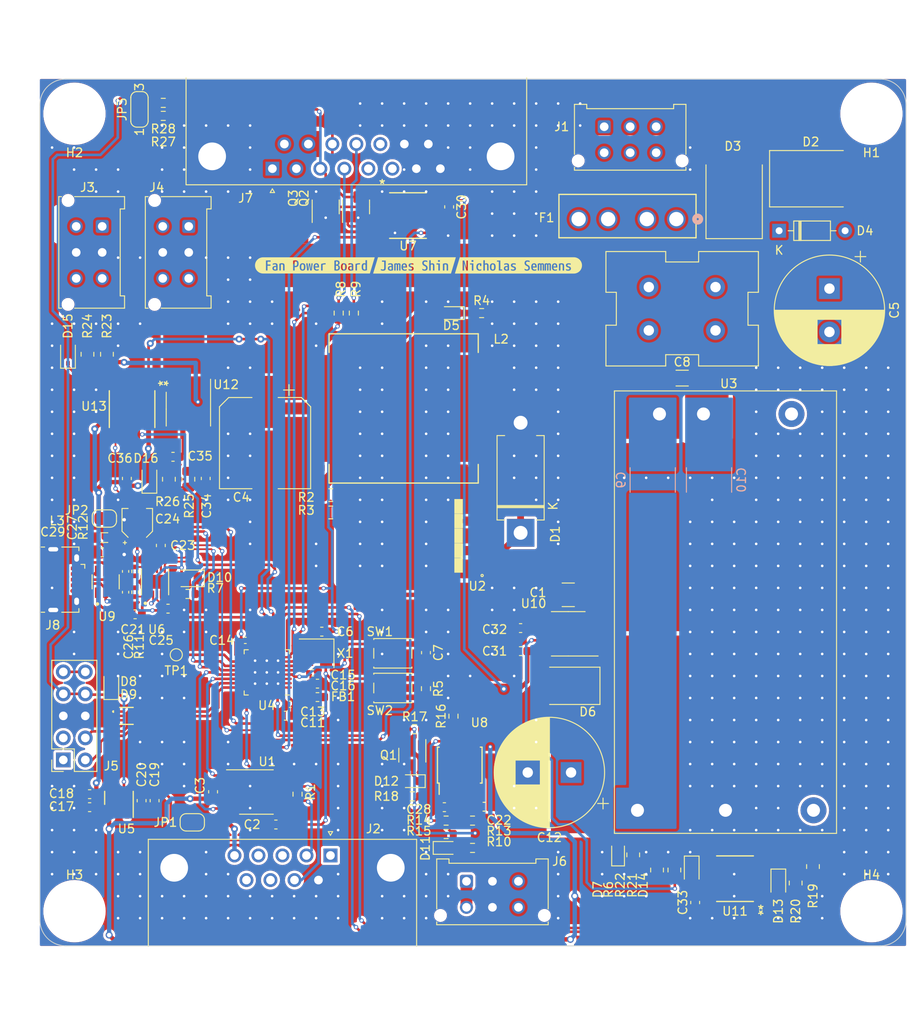
<source format=kicad_pcb>
(kicad_pcb (version 20221018) (generator pcbnew)
  (layers (0 "F.Cu" signal) (31 "B.Cu" signal) (34 "B.Paste" user) (35 "F.Paste" user) (36 "B.SilkS" user "B.Silkscreen") (37 "F.SilkS" user "F.Silkscreen") (38 "B.Mask" user) (39 "F.Mask" user) (44 "Edge.Cuts" user))
  (net 0 "")
  (net 1 "/12V_{FC}")
  (net 2 "GND")
  (net 3 "/MCU_3V3")
  (net 4 "+5V")
  (net 5 "/VoltageCurrentSensing5V_1/Current_Sense_IN")
  (net 6 "Net-(D3-K)")
  (net 7 "GND1")
  (net 8 "/~{RST}")
  (net 9 "Net-(U3-+VIN)")
  (net 10 "Net-(U3--VIN)")
  (net 11 "/VoltageCurrentSensing12V/Current_Sense_IN")
  (net 12 "/FTDI_{~{RST}}")
  (net 13 "/12V_{UP}")
  (net 14 "/5V_UP")
  (net 15 "/VCCIO")
  (net 16 "Net-(JP2-A)")
  (net 17 "/DM")
  (net 18 "/DP")
  (net 19 "Net-(U8-dV{slash}dT)")
  (net 20 "/V_{BUS}")
  (net 21 "Net-(U10-FILTER)")
  (net 22 "Net-(U12-FILTER)")
  (net 23 "Net-(D1-K)")
  (net 24 "Net-(D2-K)")
  (net 25 "Net-(D5-K)")
  (net 26 "Net-(D7-K)")
  (net 27 "/SW_{IM}")
  (net 28 "/PA14")
  (net 29 "/PA13")
  (net 30 "Net-(D10-K)")
  (net 31 "Net-(D11-A)")
  (net 32 "Net-(D12-A)")
  (net 33 "Net-(D13-K)")
  (net 34 "Net-(D14-K)")
  (net 35 "Net-(D15-K)")
  (net 36 "Net-(D16-K)")
  (net 37 "/FC+")
  (net 39 "/CAN_L")
  (net 40 "/V-")
  (net 42 "/SHIELD")
  (net 43 "/CAN_H")
  (net 45 "/V+")
  (net 46 "/FC_5V_B1")
  (net 47 "/U_5V")
  (net 48 "/TACH_{3}")
  (net 50 "Net-(U4-VDDA)")
  (net 51 "/PWM_{1,Buff}")
  (net 52 "/TACH_{4}")
  (net 53 "/D-")
  (net 54 "/D+")
  (net 56 "/GND_{1}")
  (net 57 "/~{FAULT}")
  (net 58 "Net-(U2-FB)")
  (net 59 "/BOOT0")
  (net 60 "Net-(U6-CBUS0)")
  (net 61 "Net-(U6-USBDM)")
  (net 62 "Net-(U6-USBDP)")
  (net 63 "Net-(U8-EN{slash}UVLO)")
  (net 64 "Net-(U8-OVLO)")
  (net 65 "/I_{MON}5V")
  (net 66 "Net-(U10-VIOUT)")
  (net 67 "Net-(U12-VIOUT)")
  (net 68 "/PA8")
  (net 69 "/CAN_{TXD}")
  (net 70 "/CAN_{RXD}")
  (net 71 "/CAN_{STBY}")
  (net 74 "/PC14")
  (net 75 "/PC15")
  (net 76 "/PA0")
  (net 77 "/PA1")
  (net 78 "/PA2")
  (net 79 "/12V_Current_Meas")
  (net 80 "/12V_Voltage_Meas")
  (net 81 "/5V_Current_Meas1")
  (net 82 "/5V_Voltage_Meas1")
  (net 83 "/PA7")
  (net 84 "/PB0")
  (net 85 "/PA9")
  (net 86 "/PA10")
  (net 87 "/PB3")
  (net 88 "/PB4")
  (net 89 "/PB5")
  (net 90 "/PB6")
  (net 91 "/PB7")
  (net 94 "Net-(D12-K)")
  (net 95 "/PWM_{2,Buff}")
  (net 96 "unconnected-(D9-Pad1)")
  (net 99 "Net-(JP3-C)")
  (net 100 "Net-(Q2-G)")
  (net 101 "Net-(Q3-G)")
  (footprint "Package_DFN_QFN:QFN-32-1EP_5x5mm_P0.5mm_EP3.45x3.45mm" (layer "F.Cu") (at 136.2 118.45 180)
    (fp_text reference "U4")
    (fp_text value "STM32L432KCUx")
  )
  (footprint "Button_Switch_SMD:SW_SPST_PTS810" (layer "F.Cu") (at 150.75 116.25 180)
    (fp_text reference "SW1")
    (fp_text value "PTS815 SJM 250 SMTR LFS")
  )
  (footprint "Inductor_SMD:L_0805_2012Metric" (layer "F.Cu") (at 117.45 102.9 180)
    (fp_text reference "L3")
    (fp_text value "600R/0.5A")
  )
  (footprint "Resistor_SMD:R_0805_2012Metric" (layer "F.Cu") (at 199.25 140.85 -90)
    (fp_text reference "R19")
    (fp_text value "2.7k")
  )
  (footprint "kibuzzard-65D3CBE6" (layer "F.Cu") (at 141.75 71.5)
    (fp_text reference "kibuzzard-65D3CBE6" hide)
    (fp_text value "G***" hide)
  )
  (footprint "BATT_FTP:SO8_STM" (layer "F.Cu") (at 190.25 142.25 180)
    (fp_text reference "U11")
    (fp_text value "TSV912IDT")
  )
  (footprint "Connector_Dsub:DSUB-15_Female_Horizontal_P2.77x2.84mm_EdgePinOffset7.70mm_Housed_MountingHolesOffset9.12mm" (layer "F.Cu") (at 136.845 60.34 180)
    (fp_text reference "J7")
    (fp_text value "DA15_Receptacle_MountingHoles")
  )
  (footprint "Resistor_SMD:R_0805_2012Metric" (layer "F.Cu") (at 143.5875 98)
    (fp_text reference "R2")
    (fp_text value "0R")
  )
  (footprint "Resistor_SMD:R_0603_1608Metric" (layer "F.Cu") (at 124.25 52.75 180)
    (fp_text reference "R28")
    (fp_text value "10k")
  )
  (footprint "Resistor_SMD:R_0805_2012Metric" (layer "F.Cu") (at 181.25 141.25 90)
    (fp_text reference "R22")
    (fp_text value "1k")
  )
  (footprint "Capacitor_SMD:C_0402_1005Metric" (layer "F.Cu") (at 133.72 114.76)
    (fp_text reference "C14")
    (fp_text value "100n")
  )
  (footprint "Resistor_SMD:R_0603_1608Metric" (layer "F.Cu") (at 139.75 132.5 90)
    (fp_text reference "R1")
    (fp_text value "120")
  )
  (footprint "Resistor_SMD:R_0603_1608Metric" (layer "F.Cu") (at 127.1 109.4 180)
    (fp_text reference "R7")
    (fp_text value "30.1")
  )
  (footprint "Capacitor_SMD:C_0603_1608Metric" (layer "F.Cu") (at 161.3 133.95)
    (fp_text reference "C22")
    (fp_text value "100n")
  )
  (footprint "Resistor_SMD:R_0603_1608Metric" (layer "F.Cu") (at 153.25 125)
    (fp_text reference "R17")
    (fp_text value "10k")
  )
  (footprint "Resistor_SMD:R_0603_1608Metric" (layer "F.Cu") (at 161 77)
    (fp_text reference "R4")
    (fp_text value "560")
  )
  (footprint "Resistor_SMD:R_0805_2012Metric" (layer "F.Cu") (at 183.25 141.25 90)
    (fp_text reference "R21")
    (fp_text value "1.5k")
  )
  (footprint "Diode_SMD:D_SMC" (layer "F.Cu") (at 190.15 63.5 90)
    (fp_text reference "D3")
    (fp_text value "SL44-E3_57T")
  )
  (footprint "Converter_DCDC:Converter_DCDC_RECOM_RPA60-xxxxSFW" (layer "F.Cu") (at 181.53 88.64)
    (fp_text reference "U3")
    (fp_text value "RPA60-2412SFW")
  )
  (footprint "Capacitor_SMD:C_0603_1608Metric" (layer "F.Cu") (at 156.7 134 180)
    (fp_text reference "C28")
    (fp_text value "2n2")
  )
  (footprint "Capacitor_SMD:C_0603_1608Metric" (layer "F.Cu") (at 130 132.225 -90)
    (fp_text reference "C3")
    (fp_text value "100n")
  )
  (footprint "Crystal:Crystal_SMD_3225-4Pin_3.2x2.5mm" (layer "F.Cu") (at 141.95 116.25 180)
    (fp_text reference "X1")
    (fp_text value "OXETDLJANF-8MHZ ")
  )
  (footprint "Resistor_SMD:R_0603_1608Metric" (layer "F.Cu") (at 124.25 54.25 180)
    (fp_text reference "R27")
    (fp_text value "10k")
  )
  (footprint "Capacitor_SMD:C_0603_1608Metric" (layer "F.Cu") (at 154.575 116.175 -90)
    (fp_text reference "C7")
    (fp_text value "100n")
  )
  (footprint "MountingHole:MountingHole_3.2mm_M3" (layer "F.Cu") (at 206 54)
    (fp_text reference "H1")
    (fp_text value "MountingHole")
  )
  (footprint "LED_SMD:LED_0805_2012Metric" (layer "F.Cu") (at 127.3 107.6 180)
    (fp_text reference "D10")
    (fp_text value "PINK")
  )
  (footprint "Resistor_SMD:R_0805_2012Metric" (layer "F.Cu") (at 178.5 139.5 90)
    (fp_text reference "R6")
    (fp_text value "2k")
  )
  (footprint "Resistor_SMD:R_0603_1608Metric" (layer "F.Cu") (at 159.95 138.7 180)
    (fp_text reference "R10")
    (fp_text value "150R")
  )
  (footprint "Resistor_SMD:R_0603_1608Metric" (layer "F.Cu") (at 157.75 123.5 90)
    (fp_text reference "R16")
    (fp_text value "1k1")
  )
  (footprint "Package_DFN_QFN:DFN-6-1EP_3x3mm_P0.95mm_EP1.7x2.6mm" (layer "F.Cu") (at 119.134 133.675 90)
    (fp_text reference "U5")
    (fp_text value "LD39050PU33R")
  )
  (footprint "Capacitor_SMD:C_0402_1005Metric" (layer "F.Cu") (at 141.5 118.5)
    (fp_text reference "C15")
    (fp_text value "100n")
  )
  (footprint "Resistor_SMD:R_0402_1005Metric" (layer "F.Cu") (at 121 109.2 90)
    (fp_text reference "R11")
    (fp_text value "26.7")
  )
  (footprint "Capacitor_SMD:C_0603_1608Metric" (layer "F.Cu") (at 115.75 134)
    (fp_text reference "C17")
    (fp_text value "1u")
  )
  (footprint "LED_SMD:LED_0603_1608Metric" (layer "F.Cu") (at 176.75 139.2875 90)
    (fp_text reference "D7")
    (fp_text value "LED")
  )
  (footprint "Resistor_SMD:R_0805_2012Metric" (layer "F.Cu") (at 197.25 142.75 90)
    (fp_text reference "R20")
    (fp_text value "1k")
  )
  (footprint "Resistor_SMD:R_0603_1608Metric" (layer "F.Cu") (at 156.9 137.1 180)
    (fp_text reference "R15")
    (fp_text value "47k")
  )
  (footprint "Capacitor_SMD:C_0603_1608Metric" (layer "F.Cu") (at 121 111.75)
    (fp_text reference "C21")
    (fp_text value "100n")
  )
  (footprint "Capacitor_SMD:C_0603_1608Metric" (layer "F.Cu") (at 125.375 93.58)
    (fp_text reference "C35")
    (fp_text value "1n")
  )
  (footprint "Diode_SMD:D_SOD-323" (layer "F.Cu") (at 185.25 141.25 -90)
    (fp_text reference "D14")
    (fp_text value "MM3Z3V3ST1GOSDKR-ND")
  )
  (footprint "Diode_SMD:D_SMC" (layer "F.Cu") (at 199.15 61.5)
    (fp_text reference "D2")
    (fp_text value "S10ML-TP")
  )
  (footprint "kibuzzard-65D3CC02" (layer "F.Cu") (at 165.25 71.5)
    (fp_text reference "kibuzzard-65D3CC02" hide)
    (fp_text value "G***" hide)
  )
  (footprint "Inductor_SMD:L_0603_1608Metric" (layer "F.Cu") (at 142.05 121.3 180)
    (fp_text reference "FB1")
    (fp_text value "300R")
  )
  (footprint "BATT_FTP:SO8_STM" (layer "F.Cu") (at 152.5 65.75)
    (fp_text reference "U7")
    (fp_text value "TSV912IDT")
  )
  (footprint "FCCB_FTP:USBLC6-2SC6" (layer "F.Cu") (at 117.6 108 90)
    (fp_text reference "U9")
    (fp_text value "USBLC6-2SC6")
  )
  (footprint "Capacitor_SMD:C_0603_1608Metric" (layer "F.Cu") (at 123.97 103.81 90)
    (fp_text reference "C23")
    (fp_text value "100n")
  )
  (footprint "Capacitor_SMD:C_0603_1608Metric" (layer "F.Cu") (at 117.2 104.6 180)
    (fp_text reference "C29")
    (fp_text value "100n")
  )
  (footprint "TestPoint:TestPoint_Pad_D1.0mm" (layer "F.Cu") (at 125.75 116.42)
    (fp_text reference "TP1")
    (fp_text value "MCO")
  )
  (footprint "BATT_FTP:SO8_STM" (layer "F.Cu") (at 120.65 88.08 -90)
    (fp_text reference "U13")
    (fp_text value "TSV912IDT")
  )
  (footprint "Capacitor_SMD:C_0402_1005Metric" (layer "F.Cu") (at 119.9 106.8 90)
    (fp_text reference "C27")
    (fp_text value "47p")
  )
  (footprint "Resistor_SMD:R_0603_1608Metric" (layer "F.Cu") (at 153 132.75 180)
    (fp_text reference "R18")
    (fp_text value "120R")
  )
  (footprint "Diode_THT:D_DO-35_SOD27_P7.62mm_Horizontal" (layer "F.Cu") (at 195.34 67.5)
    (fp_text reference "D4")
    (fp_text value "1N5255B-TR")
  )
  (footprint "Capacitor_SMD:C_0603_1608Metric" (layer "F.Cu") (at 142.05 119.75)
    (fp_text reference "C16")
    (fp_text value "1u")
  )
  (footprint "Resistor_SMD:R_0603_1608Metric" (layer "F.Cu") (at 156.9 135.55 180)
    (fp_text reference "R14")
    (fp_text value "7k87")
  )
  (footprint "Jumper:SolderJumper-3_P1.3mm_Open_RoundedPad1.0x1.5mm_NumberLabels" (layer "F.Cu") (at 121.5 53.5 90)
    (fp_text reference "JP3")
    (fp_text value "SolderJumper_3_Open")
  )
  (footprint "Resistor_SMD:R_0805_2012Metric" (layer "F.Cu") (at 117.75 81.75 90)
    (fp_text reference "R23")
    (fp_text value "2k")
  )
  (footprint "Capacitor_SMD:C_0603_1608Metric" (layer "F.Cu") (at 142.55 113.75 180)
    (fp_text reference "C6")
    (fp_text value "100n")
  )
  (footprint "Resistor_SMD:R_0805_2012Metric" (layer "F.Cu") (at 124.9 96.1675 -90)
    (fp_text reference "R26")
    (fp_text value "1k")
  )
  (footprint "LED_SMD:LED_0603_1608Metric" (layer "F.Cu") (at 153 131 180)
    (fp_text reference "D12")
    (fp_text value "RED")
  )
  (footprint "Resistor_SMD:R_0805_2012Metric" (layer "F.Cu") (at 143.5875 100 180)
    (fp_text reference "R3")
    (fp_text value "1k")
  )
  (footprint "Capacitor_SMD:C_0603_1608Metric" (layer "F.Cu") (at 185.65 145 90)
    (fp_text reference "C33")
    (fp_text value "0.1u")
  )
  (footprint "Button_Switch_SMD:SW_SPST_PTS810" (layer "F.Cu") (at 150.75 120.25 180)
    (fp_text reference "SW2")
    (fp_text value "PTS815 SJM 250 SMTR LFS\n")
  )
  (footprint "Package_SO:SOIC-8_3.9x4.9mm_P1.27mm" (layer "F.Cu") (at 127.15 88.08 -90)
    (fp_text reference "U12")
    (fp_text value "ACS712xLCTR-05B")
  )
  (footprint "Package_TO_SOT_SMD:SOT-23-3" (layer "F.Cu") (at 143 64.75 90)
    (fp_text reference "Q3")
    (fp_text value "SI2302A-TPMSCT-ND")
  )
  (footprint "RB_FTP:STD_PWR_HEADER" (layer "F.Cu") (at 125.49 70 -90)
    (fp_text reference "J4")
    (fp_text value "STD_PWR_HEADER")
  )
  (footprint "BATT_FTP:CONN_3544-2_KEY" (layer "F.Cu") (at 183.479551 66.1575 180)
    (fp_text reference "F1")
    (fp_text value "~")
  )
  (footprint "Capacitor_SMD:C_1210_3225Metric" (layer "F.Cu") (at 171 109.5 180)
    (fp_text reference "C1")
    (fp_text value "100u")
  )
  (footprint "Capacitor_SMD:C_0603_1608Metric" (layer "F.Cu") (at 157.25 64.75 -90)
    (fp_text reference "C30")
    (fp_text value "100n")
  )
  (footprint "FPCB_Footprints:D2PAK-5" (layer "F.Cu") (at 155.9788 102.7018 180)
    (fp_text reference "U2")
    (fp_text value "LM2576D2TR4-5G")
  )
  (footprint "Capacitor_SMD:CP_Elec_3x5.3" (layer "F.Cu") (at 121.25 101.3 90)
    (fp_text reference "C24")
    (fp_text value "4u7")
  )
  (footprint "FCCB_FTP:SON45P300X300X80-13N" (layer "F.Cu") (at 123.3 108 90)
    (fp_text reference "U6")
    (fp_text value "FT234XD-R")
  )
  (footprint "Package_TO_SOT_SMD:SOT-23-3" (layer "F.Cu") (at 146.5 64.75 90)
    (fp_text reference "Q2")
    (fp_text value "SI2302A-TPMSCT-ND")
  )
  (footprint "FCCB_FTP:ESDALC6V1P5" (layer "F.Cu") (at 120 123.47)
    (fp_text reference "D9")
    (fp_text value "ESDALC6V1P5")
  )
  (footprint "Package_SO:TI_SO-PowerPAD-8" (layer "F.Cu") (at 158.475 129.1475 90)
    (fp_text reference "U8")
    (fp_text value "TPS2596")
  )
  (footprint "RB_FTP:STD_PWR_HEADER" (layer "F.Cu") (at 115.5 70 -90)
    (fp_text reference "J3")
    (fp_text value "STD_PWR_HEADER")
  )
  (footprint "MountingHole:MountingHole_3.2mm_M3" (layer "F.Cu") (at 114 54)
    (fp_text reference "H2")
    (fp_text value "MountingHole")
  )
  (footprint "Connector_Dsub:DSUB-9_Female_Horizontal_P2.77x2.84mm_EdgePinOffset7.70mm_Housed_MountingHolesOffset9.12mm" (layer "F.Cu") (at 143.55 139.569669)
    (fp_text reference "J2")
    (fp_text value "DE9_Receptacle")
  )
  (footprint "Inductor_SMD:L_Vishay_IHLP-6767" (layer "F.Cu") (at 152 88 180)
    (fp_text reference "L2")
    (fp_text value "100u")
  )
  (footprint "Jumper:SolderJumper-2_P1.3mm_Open_RoundedPad1.0x1.5mm" (layer "F.Cu") (at 127.6 135.75)
    (fp_text reference "JP1")
    (fp_text value "SolderJumper_2_Open")
  )
  (footprint "MountingHole:MountingHole_3.2mm_M3" (layer "F.Cu") (at 114 146)
    (fp_text reference "H3")
    (fp_text value "MountingHole")
  )
  (footprint "Capacitor_THT:CP_Radial_D12.5mm_P5.00mm" (layer "F.Cu") (at 171.323959 130 180)
    (fp_text reference "C12")
    (fp_text value "100u")
  )
  (footprint "Diode_SMD:D_SMB" (layer "F.Cu") (at 171 120 180)
    (fp_text reference "D6")
    (fp_text value "SMBJ12A")
  )
  (footprint "Resistor_SMD:R_0603_1608Metric" (layer "F.Cu") (at 144.5 77 90)
    (fp_text reference "R8")
    (fp_text value "10k")
  )
  (footprint "RB_FTP:STD_PWR_HEADER" (layer "F.Cu") (at 178.15 57.2)
    (fp_text reference "J1")
    (fp_text value "STD_PWR_HEADER")
  )
  (footprint "Package_TO_SOT_SMD:SOT-23-3" (layer "F.Cu") (at 153 128 -90)
    (fp_text reference "Q1")
    (fp_text value "SI2302A-TPMSCT-ND")
  )
  (footprint "Capacitor_SMD:C_1206_3216Metric" (layer "F.Cu") (at 184.15 84.5)
    (fp_text reference "C8")
    (fp_text value "10u")
  )
  (footprint "Capacitor_SMD:C_0603_1608Metric" (layer "F.Cu") (at 137.25 136 180)
    (fp_text reference "C2")
    (fp_text value "100n")
  )
  (footprint "Diode_SMD:D_SOD-323" (layer "F.Cu") (at 118.25 119.97 90)
    (fp_text reference "D8")
    (fp_text value "MM3Z3V3ST1GOSDKR-ND")
  )
  (footprint "Capacitor_SMD:C_0603_1608Metric" (layer "F.Cu") (at 165.5 113.34)
    (fp_text reference "C32")
    (fp_text value "1n")
  )
  (footprint "Diode_THT:D_DO-201AD_P12.70mm_Horizontal" (layer "F.Cu") (at 165.5 102.35 90)
    (fp_text reference "D1")
    (fp_text value "1N5822")
  )
  (footprint "Capacitor_THT:CP_Radial_D12.5mm_P5.00mm" (layer "F.Cu") (at 201.15 74.176041 -90)
    (fp_text reference "C5")
    (fp_text value "100u")
  )
  (footprint "Connector_USB:USB_Micro-B_Amphenol_10118194_Horizontal" (layer "F.Cu") (at 112.85 107.75 -90)
    (fp_text reference "J8")
    (fp_text value "USB_B_Micro")
  )
  (footprint "Diode_SMD:D_SOD-323" (layer "F.Cu") (at 122.65 96.1675 90)
    (fp_text reference "D16")
    (fp_text value "MM3Z3V3ST1GOSDKR-ND")
  )
  (footprint "Resistor_SMD:R_0603_1608Metric" (layer "F.Cu") (at 146.25 77 90)
    (fp_text reference "R9")
    (fp_text value "10k")
  )
  (footprint "Resistor_SMD:R_0402_1005Metric" (layer "F.Cu") (at 121 106.8 -90)
    (fp_text reference "R12")
    (fp_text value "26.7")
  )
  (footprint "Capacitor_SMD:CP_Elec_10x10" (layer "F.Cu") (at 136 92 -90)
    (fp_text reference "C4")
    (fp_text value "1000u")
  )
  (footprint "Capacitor_SMD:C_0603_1608Metric" (layer "F.Cu") (at 120.05 96.08 90)
    (fp_text reference "C36")
    (fp_text value "0.1u")
  )
  (footprint "Capacitor_SMD:C_0402_1005Metric" (layer "F.Cu") (at 138.91 122.13 180)
    (fp_text reference "C13")
    (fp_text value "100n")
  )
  (footprint "RB_FTP:STD_PWR_HEADER" (layer "F.Cu") (at 162.25 144.25)
    (fp_text reference "J6")
    (fp_text value "STD_PWR_HEADER")
  )
  (footprint "Resistor_SMD:R_0805_2012Metric" (layer "F.Cu") (at 115.5 81.75 -90)
    (fp_text reference "R24")
    (fp_text value "1k")
  )
  (footprint "Jumper:SolderJumper-2_P1.3mm_Open_RoundedPad1.0x1.5mm" (layer "F.Cu") (at 117.45 100.7 180)
    (fp_text reference "JP2")
    (fp_text value "SolderJumper_2_Open")
  )
  (footprint "Capacitor_SMD:C_0603_1608Metric" (layer "F.Cu") (at 165.5 116)
    (fp_text reference "C31")
    (fp_text value "0.1u")
  )
  (footprint "Capacitor_SMD:C_0603_1608Metric" (layer "F.Cu") (at 129.15 96.08 90)
    (fp_text reference "C34")
    (fp_text value "0.1u")
  )
  (footprint "kibuzzard-65D3CBF4" (layer "F.Cu") (at 153.25 71.5)
    (fp_text reference "kibuzzard-65D3CBF4" hide)
    (fp_text value "G***" hide)
  )
  (footprint "Capacitor_SMD:C_0603_1608Metric" (layer "F.Cu") (at 138.365 123.45 180)
    (fp_text reference "C11")
    (fp_text value "4u7")
  )
  (footprint "LED_SMD:LED_0603_1608Metric" (layer "F.Cu") (at 157.5 77 180)
    (fp_text reference "D5")
    (fp_text value "LED")
  )
  (footprint "Resistor_SMD:R_0603_1608Metric" (layer "F.Cu") (at 154.575 120.325 -90)
    (fp_text reference "R5")
    (fp_text value "10k")
  )
  (footprint "Capacitor_SMD:C_0603_1608Metric" (layer "F.Cu") (at 123.25 133.25 90)
    (fp_text reference "C19")
    (fp_text value "1u")
  )
  (footprint "Resistor_SMD:R_0805_2012Metric" (layer "F.Cu") (at 127.15 96.1675 -90)
    (fp_text reference "R25")
    (fp_text value "1.5k")
  )
  (footprint "Package_SO:SOIC-8_3.9x4.9mm_P1.27mm" (layer "F.Cu") (at 171 114 180)
    (fp_text reference "U10")
    (fp_text value "ACS712xLCTR-05B")
  )
  (footprint "Capacitor_SMD:C_0603_1608Metric" (layer "F.Cu") (at 124.8 111.1)
    (fp_text reference "C25")
    (fp_text value "100n")
  )
  (footprint "Diode_SMD:D_SOD-323" (layer "F.Cu") (at 113.25 81.75 90)
    (fp_text reference "D15")
    (fp_text value "MM3Z3V3ST1GOSDKR-ND")
  )
  (footprint "Capacitor_SMD:C_0402_1005Metric" (layer "F.Cu") (at 119.9 109.2 -90)
    (fp_text reference "C26")
    (fp_text value "47p")
  )
  (footprint "Capacitor_SMD:C_0603_1608Metric" (layer "F.Cu") (at 115.75 132.5)
    (fp_text reference "C18")
    (fp_text value "100n")
  )
  (footprint "Connector_PinSocket_2.54mm:PinSocket_2x05_P2.54mm_Vertical" (layer "F.Cu") (at 112.71 128.55 180)
    (fp_text reference "J5")
    (fp_text value "Conn_02x05_Odd_Even")
  )
  (footprint "BATT_FTP:CMC" (layer "F.Cu") (at 182.65 75.25 -90)
    (fp_text reference "FL1" hide)
    (fp_text value "Filter_EMI_LL_1423" hide)
  )
  (footprint "MountingHole:MountingHole_3.2mm_M3" (layer "F.Cu") (at 206 146)
    (fp_text reference "H4")
    (fp_text value "MountingHole")
  )
  (footprint "Resistor_SMD:R_0603_1608Metric" (layer "F.Cu") (at 159.95 135.55)
    (fp_text reference "R13")
    (fp_text value "150k")
  )
  (footprint "Capacitor_SMD:C_0603_1608Metric" (layer "F.Cu") (at 121.75 133.25 90)
    (fp_text reference "C20")
    (fp_text value "100n")
  )
  (footprint "Package_SO:SOIC-8_3.9x4.9mm_P1.27mm" (layer "F.Cu") (at 135 132.25)
    (fp_text reference "U1")
    (fp_text value "MCP2542FD-E/SN")
  )
  (footprint "Diode_SMD:D_SOD-323" (layer "F.Cu") (at 195.25 142.75 -90)
    (fp_text reference "D13")
    (fp_text value "MM3Z3V3ST1GOSDKR-ND")
  )
  (footprint "LED_SMD:LED_0603_1608Metric" (layer "F.Cu") (at 156.9 138.7)
    (fp_text reference "D11")
    (fp_text value "BLUE")
  )
  (footprint "Capacitor_SMD:C_2220_5650Metric" (layer "B.Cu") (at 187.25 96.25 -90)
    (fp_text reference "C10")
    (fp_text value "6.8n")
  )
  (footprint "Capacitor_SMD:C_2220_5650Metric" (layer "B.Cu") (at 180.75 96.25 -90)
    (fp_text reference "C9")
    (fp_text value "6.8n")
  )
  (footprint "NetTie:NetTie-2_SMD_Pad0.5mm" (layer "B.Cu") (at 118.25 110.25 180)
    (fp_text reference "NT1" hide)
    (fp_text value "NetTie_2")
  )
  (gr_line (start 113 50) (end 207 50) (stroke (width 0.1)) (layer "Edge.Cuts"))
  (gr_arc (start 207 50) (mid 209.12132 50.87868) (end 210 53) (stroke (width 0.1)) (layer "Edge.Cuts"))
  (gr_arc (start 110 53) (mid 110.87868 50.87868) (end 113 50) (stroke (width 0.1)) (layer "Edge.Cuts"))
  (gr_line (start 210 53) (end 210 147) (stroke (width 0.1)) (layer "Edge.Cuts"))
  (gr_line (start 110 147) (end 110 53) (stroke (width 0.1)) (layer "Edge.Cuts"))
  (gr_arc (start 113 150) (mid 110.87868 149.12132) (end 110 147) (stroke (width 0.1)) (layer "Edge.Cuts"))
  (gr_arc (start 210 147) (mid 209.12132 149.12132) (end 207 150) (stroke (width 0.1)) (layer "Edge.Cuts"))
  (gr_line (start 207 150) (end 113 150) (stroke (width 0.1)) (layer "Edge.Cuts"))
  (segment (start 122.75 67) (end 121.5 65.75) (width 0.3) (layer "F.Cu") (net 1))
  (segment (start 121.5 65.75) (end 121.5 54.8) (width 0.3) (layer "F.Cu") (net 1))
  (segment (start 124.19 67) (end 122.75 67) (width 0.3) (layer "F.Cu") (net 1))
  (segment (start 119.2253 123.47) (end 118.28 123.47) (width 0.2) (layer "F.Cu") (net 2))
  (segment (start 138.43 122.13) (end 137.95 121.65) (width 0.3) (layer "F.Cu") (net 2))
  (segment (start 146.75 66) (end 147.3375 66) (width 0.3) (layer "F.Cu") (net 2))
  (segment (start 123.3 108) (end 123.975 108.675) (width 0.2) (layer "F.Cu") (net 2))
  (segment (start 123.975 108.675) (end 123.975 109.435) (width 0.2) (layer "F.Cu") (net 2))
  (segment (start 123.975 109.435) (end 123.975 109.950078) (width 0.2) (layer "F.Cu") (net 2))
  (segment (start 124.349922 110.325) (end 124.8 110.325) (width 0.2) (layer "F.Cu") (net 2))
  (segment (start 134.45 116.0125) (end 134.45 115.01) (width 0.300387) (layer "F.Cu") (net 2))
  (segment (start 115.44 123.66) (end 115.25 123.47) (width 0.2) (layer "F.Cu") (net 2))
  (segment (start 123.975 109.950078) (end 124.349922 110.325) (width 0.2) (layer "F.Cu") (net 2))
  (segment (start 137.95 121.65) (end 137.95 120.8875) (width 0.3) (layer "F.Cu") (net 2))
  (segment (start 147.3375 66) (end 147.45 65.8875) (width 0.3) (layer "F.Cu") (net 2))
  (segment (start 134.45 115.01) (end 134.2 114.76) (width 0.300387) (layer "F.Cu") (net 2))
  (segment (start 118.28 123.47) (end 118.25 123.5) (width 0.2) (layer "F.Cu") (net 2))
  (segment (start 164.725 116) (end 164.725 116.078599) (width 0.781437) (layer "F.Cu") (net 2))
  (segment (start 124.8 110.325) (end 125.575 111.1) (width 0.2) (layer "F.Cu") (net 2))
  (via (at 200.315 146.805) (size 0.5) (drill 0.3) (layers "F.Cu" "B.Cu") (net 2))
  (via (at 144.435 131.565) (size 0.5) (drill 0.3) (layers "F.Cu" "B.Cu") (net 2))
  (via (at 197.775 101.085) (size 0.5) (drill 0.3) (layers "F.Cu" "B.Cu") (net 2))
  (via (at 187.615 106.165) (size 0.5) (drill 0.3) (layers "F.Cu" "B.Cu") (net 2))
  (via (at 195.235 121.405) (size 0.5) (drill 0.3) (layers "F.Cu" "B.Cu") (net 2))
  (via (at 134.275 136.645) (size 0.5) (drill 0.3) (layers "F.Cu" "B.Cu") (net 2))
  (via (at 190.155 141.725) (size 0.5) (drill 0.3) (layers "F.Cu" "B.Cu") (net 2))
  (via (at 202.855 139.185) (size 0.5) (drill 0.3) (layers "F.Cu" "B.Cu") (net 2))
  (via (at 207.935 136.645) (size 0.5) (drill 0.3) (layers "F.Cu" "B.Cu") (net 2))
  (via (at 190.155 116.325) (size 0.5) (drill 0.3) (layers "F.Cu" "B.Cu") (net 2))
  (via (at 149.515 129.025) (size 0.5) (drill 0.3) (layers "F.Cu" "B.Cu") (net 2))
  (via (at 195.235 134.105) (size 0.5) (drill 0.3) (layers "F.Cu" "B.Cu") (net 2))
  (via (at 146.975 85.845) (size 0.5) (drill 0.3) (layers "F.Cu" "B.Cu") (net 2))
  (via (at 200.315 96.005) (size 0.5) (drill 0.3) (layers "F.Cu" "B.Cu") (net 2))
  (via (at 164.755 111.245) (size 0.5) (drill 0.3) (layers "F.Cu" "B.Cu") (net 2))
  (via (at 113.955 57.905) (size 0.5) (drill 0.3) (layers "F.Cu" "B.Cu") (net 2))
  (via (at 195.235 90.925) (size 0.5) (drill 0.3) (layers "F.Cu" "B.Cu") (net 2))
  (via (at 124.115 121.405) (size 0.5) (drill 0.3) (layers "F.Cu" "B.Cu") (net 2))
  (via (at 167.295 60.445) (size 0.5) (drill 0.3) (layers "F.Cu" "B.Cu") (net 2))
  (via (at 116.495 78.225) (size 0.5) (drill 0.3) (layers "F.Cu" "B.Cu") (net 2))
  (via (at 177.455 96.005) (size 0.5) (drill 0.3) (layers "F.Cu" "B.Cu") (net 2))
  (via (at 131.735 141.725) (size 0.5) (drill 0.3) (layers "F.Cu" "B.Cu") (net 2))
  (via (at 126.655 98.545) (size 0.5) (drill 0.3) (layers "F.Cu" "B.Cu") (net 2))
  (via (at 152.055 123.945) (size 0.5) (drill 0.3) (layers "F.Cu" "B.Cu") (net 2))
  (via (at 113.955 136.645) (size 0.5) (drill 0.3) (layers "F.Cu" "B.Cu") (net 2))
  (via (at 195.235 93.465) (size 0.5) (drill 0.3) (layers "F.Cu" "B.Cu") (net 2))
  (via (at 185.075 139.185) (size 0.5) (drill 0.3) (layers "F.Cu" "B.Cu") (net 2))
  (via (at 121.575 126.485) (size 0.5) (drill 0.3) (layers "F.Cu" "B.Cu") (net 2))
  (via (at 177.455 141.725) (size 0.5) (drill 0.3) (layers "F.Cu" "B.Cu") (net 2))
  (via (at 113.955 60.445) (size 0.5) (drill 0.3) (layers "F.Cu" "B.Cu") (net 2))
  (via (at 126.655 146.805) (size 0.5) (drill 0.3) (layers "F.Cu" "B.Cu") (net 2))
  (via (at 179.995 96.005) (size 0.5) (drill 0.3) (layers "F.Cu" "B.Cu") (net 2))
  (via (at 113.955 98.545) (size 0.5) (drill 0.3) (layers "F.Cu" "B.Cu") (net 2))
  (via (at 134.275 93.465) (size 0.5) (drill 0.3) (layers "F.Cu" "B.Cu") (net 2))
  (via (at 141.895 146.805) (size 0.5) (drill 0.3) (layers "F.Cu" "B.Cu") (net 2))
  (via (at 157.135 113.785) (size 0.5) (drill 0.3) (layers "F.Cu" "B.Cu") (net 2))
  (via (at 131.735 146.805) (size 0.5) (drill 0.3) (layers "F.Cu" "B.Cu") (net 2))
  (via (at 192.695 113.785) (size 0.5) (drill 0.3) (layers "F.Cu" "B.Cu") (net 2))
  (via (at 157.135 83.305) (size 0.5) (drill 0.3) (layers "F.Cu" "B.Cu") (net 2))
  (via (at 136.815 146.805) (size 0.5) (drill 0.3) (layers "F.Cu" "B.Cu") (net 2))
  (via (at 157.135 88.385) (size 0.5) (drill 0.3) (layers "F.Cu" "B.Cu") (net 2))
  (via (at 200.315 144.265) (size 0.5) (drill 0.3) (layers "F.Cu" "B.Cu") (net 2))
  (via (at 113.955 116.325) (size 0.5) (drill 0.3) (layers "F.Cu" "B.Cu") (net 2))
  (via (at 154.595 111.245) (size 0.5) (drill 0.3) (layers "F.Cu" "B.Cu") (net 2))
  (via (at 146.975 52.825) (size 0.5) (drill 0.3) (layers "F.Cu" "B.Cu") (net 2))
  (via (at 167.295 75.685) (size 0.5) (drill 0.3) (layers "F.Cu" "B.Cu") (net 2))
  (via (at 134.275 144.265) (size 0.5) (drill 0.3) (layers "F.Cu" "B.Cu") (net 2))
  (via (at 197.775 111.245) (size 0.5) (drill 0.3) (layers "F.Cu" "B.Cu") (net 2))
  (via (at 149.515 131.565) (size 0.5) (drill 0.3) (layers "F.Cu" "B.Cu") (net 2))
  (via (at 197.775 106.165) (size 0.5) (drill 0.3) (layers "F.Cu" "B.Cu") (net 2))
  (via (at 113.955 85.845) (size 0.5) (drill 0.3) (layers "F.Cu" "B.Cu") (net 2))
  (via (at 197.775 146.805) (size 0.5) (drill 0.3) (layers "F.Cu" "B.Cu") (net 2))
  (via (at 146.75 66) (size 0.5) (drill 0.3) (layers "F.Cu" "B.Cu") (net 2))
  (via (at 205.395 108.705) (size 0.5) (drill 0.3) (layers "F.Cu" "B.Cu") (net 2))
  (via (at 205.395 88.385) (size 0.5) (drill 0.3) (layers "F.Cu" "B.Cu") (net 2))
  (via (at 195.235 146.805) (size 0.5) (drill 0.3) (layers "F.Cu" "B.Cu") (net 2))
  (via (at 121.575 129.025) (size 0.5) (drill 0.3) (layers "F.Cu" "B.Cu") (net 2))
  (via (at 205.395 118.865) (size 0.5) (drill 0.3) (layers "F.Cu" "B.Cu") (net 2))
  (via (at 121.575 139.185) (size 0.5) (drill 0.3) (layers "F.Cu" "B.Cu") (net 2))
  (via (at 172.375 52.825) (size 0.5) (drill 0.3) (layers "F.Cu" "B.Cu") (net 2))
  (via (at 131.735 144.265) (size 0.5) (drill 0.3) (layers "F.Cu" "B.Cu") (net 2))
  (via (at 190.155 126.485) (size 0.5) (drill 0.3) (layers "F.Cu" "B.Cu") (net 2))
  (via (at 195.235 123.945) (size 0.5) (drill 0.3) (layers "F.Cu" "B.Cu") (net 2))
  (via (at 124.115 146.805) (size 0.5) (drill 0.3) (layers "F.Cu" "B.Cu") (net 2))
  (via (at 164.755 134.105) (size 0.5) (drill 0.3) (layers "F.Cu" "B.Cu") (net 2))
  (via (at 111.415 134.105) (size 0.5) (drill 0.3) (layers "F.Cu" "B.Cu") (net 2))
  (via (at 207.935 126.485) (size 0.5) (drill 0.3) (layers "F.Cu" "B.Cu") (net 2))
  (via (at 190.155 129.025) (size 0.5) (drill 0.3) (layers "F.Cu" "B.Cu") (net 2))
  (via (at 129.195 139.185) (size 0.5) (drill 0.3) (layers "F.Cu" "B.Cu") (net 2))
  (via (at 131.735 96.005) (size 0.5) (drill 0.3) (layers "F.Cu" "B.Cu") (net 2))
  (via (at 185.075 118.865) (size 0.5) (drill 0.3) (layers "F.Cu" "B.Cu") (net 2))
  (via (at 192.695 106.165) (size 0.5) (drill 0.3) (layers "F.Cu" "B.Cu") (net 2))
  (via (at 195.235 116.325) (size 0.5) (drill 0.3) (layers "F.Cu" "B.Cu") (net 2))
  (via (at 200.315 101.085) (size 0.5) (drill 0.3) (layers "F.Cu" "B.Cu") (net 2))
  (via (at 179.995 139.185) (size 0.5) (drill 0.3) (layers "F.Cu" "B.Cu") (net 2))
  (via (at 131.735 98.545) (size 0.5) (drill 0.3) (layers "F.Cu" "B.Cu") (net 2))
  (via (at 192.695 88.385) (size 0.5) (drill 0.3) (layers "F.Cu" "B.Cu") (net 2))
  (via (at 207.935 116.325) (size 0.5) (drill 0.3) (layers "F.Cu" "B.Cu") (net 2))
  (via (at 131.735 70.605) (size 0.5) (drill 0.3) (layers "F.Cu" "B.Cu") (net 2))
  (via (at 113.955 113.785) (size 0.5) (drill 0.3) (layers "F.Cu" "B.Cu") (net 2))
  (via (at 167.295 78.225) (size 0.5) (drill 0.3) (layers "F.Cu" "B.Cu") (net 2))
  (via (at 185.075 103.625) (size 0.5) (drill 0.3) (layers "F.Cu" "B.Cu") (net 2))
  (via (at 121.575 113.785) (size 0.5) (drill 0.3) (layers "F.Cu" "B.Cu") (net 2))
  (via (at 162.215 108.705) (size 0.5) (drill 0.3) (layers "F.Cu" "B.Cu") (net 2))
  (via (at 202.855 101.085) (size 0.5) (drill 0.3) (layers "F.Cu" "B.Cu") (net 2))
  (via (at 149.515 75.685) (size 0.5) (drill 0.3) (layers "F.Cu" "B.Cu") (net 2))
  (via (at 202.855 88.385) (size 0.5) (drill 0.3) (layers "F.Cu" "B.Cu") (net 2))
  (via (at 190.155 106.165) (size 0.5) (drill 0.3) (layers "F.Cu" "B.Cu") (net 2))
  (via (at 134.275 55.365) (size 0.5) (drill 0.3) (layers "F.Cu" "B.Cu") (net 2))
  (via (at 185.075 116.325) (size 0.5) (drill 0.3) (layers "F.Cu" "B.Cu") (net 2))
  (via (at 111.415 141.725) (size 0.5) (drill 0.3) (layers "F.Cu" "B.Cu") (net 2))
  (via (at 116.495 139.185) (size 0.5) (drill 0.3) (layers "F.Cu" "B.Cu") (net 2))
  (via (at 185.075 126.485) (size 0.5) (drill 0.3) (layers "F.Cu" "B.Cu") (net 2))
  (via (at 119.035 144.265) (size 0.5) (drill 0.3) (layers "F.Cu" "B.Cu") (net 2))
  (via (at 207.935 85.845) (size 0.5) (drill 0.3) (layers "F.Cu" "B.Cu") (net 2))
  (via (at 131.735 90.925) (size 0.5) (drill 0.3) (layers "F.Cu" "B.Cu") (net 2))
  (via (at 149.515 134.105) (size 0.5) (drill 0.3) (layers "F.Cu" "B.Cu") (net 2))
  (via (at 149.515 55.365) (size 0.5) (drill 0.3) (layers "F.Cu" "B.Cu") (net 2))
  (via (at 174.915 141.725) (size 0.5) (drill 0.3) (layers "F.Cu" "B.Cu") (net 2))
  (via (at 146.975 88.385) (size 0.5) (drill 0.3) (layers "F.Cu" "B.Cu") (net 2))
  (via (at 187.615 96.005) (size 0.5) (drill 0.3) (layers "F.Cu" "B.Cu") (net 2))
  (via (at 149.515 88.385) (size 0.5) (drill 0.3) (layers "F.Cu" "B.Cu") (net 2))
  (via (at 192.695 108.705) (size 0.5) (drill 0.3) (layers "F.Cu" "B.Cu") (net 2))
  (via (at 205.395 134.105) (size 0.5) (drill 0.3) (layers "F.Cu" "B.Cu") (net 2))
  (via (at 169.835 90.925) (size 0.5) (drill 0.3) (layers "F.Cu" "B.Cu") (net 2))
  (via (at 202.855 129.025) (size 0.5) (drill 0.3) (layers "F.Cu" "B.Cu") (net 2))
  (via (at 149.515 113.785) (size 0.5) (drill 0.3) (layers "F.Cu" "B.Cu") (net 2))
  (via (at 190.155 146.805) (size 0.5) (drill 0.3) (layers "F.Cu" "B.Cu") (net 2))
  (via (at 113.955 88.385) (size 0.5) (drill 0.3) (layers "F.Cu" "B.Cu") (net 2))
  (via (at 121.575 141.725) (size 0.5) (drill 0.3) (layers "F.Cu" "B.Cu") (net 2))
  (via (at 154.595 101.085) (size 0.5) (drill 0.3) (layers "F.Cu" "B.Cu") (net 2))
  (via (at 207.935 123.945) (size 0.5) (drill 0.3) (layers "F.Cu" "B.Cu") (net 2))
  (via (at 126.655 55.365) (size 0.5) (drill 0.3) (layers "F.Cu" "B.Cu") (net 2))
  (via (at 152.055 55.365) (size 0.5) (drill 0.3) (layers "F.Cu" "B.Cu") (net 2))
  (via (at 119.035 62.985) (size 0.5) (drill 0.3) (layers "F.Cu" "B.Cu") (net 2))
  (via (at 124.115 144.265) (size 0.5) (drill 0.3) (layers "F.Cu" "B.Cu") (net 2))
  (via (at 136.2 117.1) (size 0.5) (drill 0.3) (layers "F.Cu" "B.Cu") (net 2))
  (via (at 134.85 119.75) (size 0.5) (drill 0.3) (layers "F.Cu" "B.Cu") (net 2))
  (via (at 195.235 96.005) (size 0.5) (drill 0.3) (layers "F.Cu" "B.Cu") (net 2))
  (via (at 187.615 108.705) (size 0.5) (drill 0.3) (layers "F.Cu" "B.Cu") (net 2))
  (via (at 197.775 121.405) (size 0.5) (drill 0.3) (layers "F.Cu" "B.Cu") (net 2))
  (via (at 111.415 83.305) (size 0.5) (drill 0.3) (layers "F.Cu" "B.Cu") (net 2))
  (via (at 154.595 103.625) (size 0.5) (drill 0.3) (layers "F.Cu" "B.Cu") (net 2))
  (via (at 129.195 55.365) (size 0.5) (drill 0.3) (layers "F.Cu" "B.Cu") (net 2))
  (via (at 121.575 78.225) (size 0.5) (drill 0.3) (layers "F.Cu" "B.Cu") (net 2))
  (via (at 154.595 123.945) (size 0.5) (drill 0.3) (layers "F.Cu" "B.Cu") (net 2))
  (via (at 167.295 68.065) (size 0.5) (drill 0.3) (layers "F.Cu" "B.Cu") (net 2))
  (via (at 152.055 129.025) (size 0.5) (drill 0.3) (layers "F.Cu" "B.Cu") (net 2))
  (via (at 207.935 134.105) (size 0.5) (drill 0.3) (layers "F.Cu" "B.Cu") (net 2))
  (via (at 190.155 121.405) (size 0.5) (drill 0.3) (layers "F.Cu" "B.Cu") (net 2))
  (via (at 157.135 90.925) (size 0.5) (drill 0.3) (layers "F.Cu" "B.Cu") (net 2))
  (via (at 187.615 111.245) (size 0.5) (drill 0.3) (layers "F.Cu" "B.Cu") (net 2))
  (via (at 169.835 98.545) (size 0.5) (drill 0.3) (layers "F.Cu" "B.Cu") (net 2))
  (via (at 190.155 113.785) (size 0.5) (drill 0.3) (layers "F.Cu" "B.Cu") (net 2))
  (via (at 111.415 101.085) (size 0.5) (drill 0.3) (layers "F.Cu" "B.Cu") (net 2))
  (via (at 195.235 101.085) (size 0.5) (drill 0.3) (layers "F.Cu" "B.Cu") (net 2))
  (via (at 202.855 108.705) (size 0.5) (drill 0.3) (layers "F.Cu" "B.Cu") (net 2))
  (via (at 149.515 90.925) (size 0.5) (drill 0.3) (layers "F.Cu" "B.Cu") (net 2))
  (via (at 136.815 75.685) (size 0.5) (drill 0.3) (layers "F.Cu" "B.Cu") (net 2))
  (via (at 149.515 101.085) (size 0.5) (drill 0.3) (layers "F.Cu" "B.Cu") (net 2))
  (via (at 192.695 121.405) (size 0.5) (drill 0.3) (layers "F.Cu" "B.Cu") (net 2))
  (via (at 129.195 144.265) (size 0.5) (drill 0.3) (layers "F.Cu" "B.Cu") (net 2))
  (via (at 185.075 146.805) (size 0.5) (drill 0.3) (layers "F.Cu" "B.Cu") (net 2))
  (via (at 111.415 90.925) (size 0.5) (drill 0.3) (layers "F.Cu" "B.Cu") (net 2))
  (via (at 192.695 118.865) (size 0.5) (drill 0.3) (layers "F.Cu" "B.Cu") (net 2))
  (via (at 129.195 70.605) (size 0.5) (drill 0.3) (layers "F.Cu" "B.Cu") (net 2))
  (via (at 192.695 129.025) (size 0.5) (drill 0.3) (layers "F.Cu" "B.Cu") (net 2))
  (via (at 197.775 113.785) (size 0.5) (drill 0.3) (layers "F.Cu" "B.Cu") (net 2))
  (via (at 192.695 136.645) (size 0.5) (drill 0.3) (layers "F.Cu" "B.Cu") (net 2))
  (via (at 169.835 139.185) (size 0.5) (drill 0.3) (layers "F.Cu" "B.Cu") (net 2))
  (via (at 202.855 85.845) (size 0.5) (drill 0.3) (layers "F.Cu" "B.Cu") (net 2))
  (via (at 157.135 93.465) (size 0.5) (drill 0.3) (layers "F.Cu" "B.Cu") (net 2))
  (via (at 192.695 96.005) (size 0.5) (drill 0.3) (layers "F.Cu" "B.Cu") (net 2))
  (via (at 129.195 113.785) (size 0.5) (drill 0.3) (layers "F.Cu" "B.Cu") (net 2))
  (via (at 144.435 134.105) (size 0.5) (drill 0.3) (layers "F.Cu" "B.Cu") (net 2))
  (via (at 185.075 121.405) (size 0.5) (drill 0.3) (layers "F.Cu" "B.Cu") (net 2))
  (via (at 185.075 60.445) (size 0.5) (drill 0.3) (layers "F.Cu" "B.Cu") (net 2))
  (via (at 149.515 85.845) (size 0.5) (drill 0.3) (layers "F.Cu" "B.Cu") (net 2))
  (via (at 202.855 134.105) (size 0.5) (drill 0.3) (layers "F.Cu" "B.Cu") (net 2))
  (via (at 205.395 103.625) (size 0.5) (drill 0.3) (layers "F.Cu" "B.Cu") (net 2))
  (via (at 134.85 117.1) (size 0.5) (drill 0.3) (layers "F.Cu" "B.Cu") (net 2))
  (via (at 187.615 113.785) (size 0.5) (drill 0.3) (layers "F.Cu" "B.Cu") (net 2))
  (via (at 202.855 123.945) (size 0.5) (drill 0.3) (layers "F.Cu" "B.Cu") (net 2))
  (via (at 124.115 129.025) (size 0.5) (drill 0.3) (layers "F.Cu" "B.Cu") (net 2))
  (via (at 136.815 144.265) (size 0.5) (drill 0.3) (layers "F.Cu" "B.Cu") (net 2))
  (via (at 205.395 129.025) (size 0.5) (drill 0.3) (layers "F.Cu" "B.Cu") (net 2))
  (via (at 146.975 96.005) (size 0.5) (drill 0.3) (layers "F.Cu" "B.Cu") (net 2))
  (via (at 157.135 55.365) (size 0.5) (drill 0.3) (layers "F.Cu" "B.Cu") (net 2))
  (via (at 144.435 129.025) (size 0.5) (drill 0.3) (layers "F.Cu" "B.Cu") (net 2))
  (via (at 111.415 57.905) (size 0.5) (drill 0.3) (layers "F.Cu" "B.Cu") (net 2))
  (via (at 119.035 113.785) (size 0.5) (drill 0.3) (layers "F.Cu" "B.Cu") (net 2))
  (via (at 126.655 62.985) (size 0.5) (drill 0.3) (layers "F.Cu" "B.Cu") (net 2))
  (via (at 154.595 52.825) (size 0.5) (drill 0.3) (layers "F.Cu" "B.Cu") (net 2))
  (via (at 207.935 108.705) (size 0.5) (drill 0.3) (layers "F.Cu" "B.Cu") (net 2))
  (via (at 134.275 57.905) (size 0.5) (drill 0.3) (layers "F.Cu" "B.Cu") (net 2))
  (via (at 126.655 126.485) (size 0.5) (drill 0.3) (layers "F.Cu" "B.Cu") (net 2))
  (via (at 167.295 80.765) (size 0.5) (drill 0.3) (layers "F.Cu" "B.Cu") (net 2))
  (via (at 197.775 116.325) (size 0.5) (drill 0.3) (layers "F.Cu" "B.Cu") (net 2))
  (via (at 162.215 113.785) (size 0.5) (drill 0.3) (layers "F.Cu" "B.Cu") (net 2))
  (via (at 167.295 57.905) (size 0.5) (drill 0.3) (layers "F.Cu" "B.Cu") (net 2))
  (via (at 167.295 123.945) (size 0.5) (drill 0.3) (layers "F.Cu" "B.Cu") (net 2))
  (via (at 129.195 62.985) (size 0.5) (drill 0.3) (layers "F.Cu" "B.Cu") (net 2))
  (via (at 197.775 131.565) (size 0.5) (drill 0.3) (layers "F.Cu" "B.Cu") (net 2))
  (via (at 202.855 93.465) (size 0.5) (drill 0.3) (layers "F.Cu" "B.Cu") (net 2))
  (via (at 134.275 62.985) (size 0.5) (drill 0.3) (layers "F.Cu" "B.Cu") (net 2))
  (via (at 124.115 57.905) (size 0.5) (drill 0.3) (layers "F.Cu" "B.Cu") (net 2))
  (via (at 159.675 57.905) (size 0.5) (drill 0.3) (layers "F.Cu" "B.Cu") (net 2))
  (via (at 131.735 75.685) (size 0.5) (drill 0.3) (layers "F.Cu" "B.Cu") (net 2))
  (via (at 119.035 80.765) (size 0.5) (drill 0.3) (layers "F.Cu" "B.Cu") (net 2))
  (via (at 200.315 121.405) (size 0.5) (drill 0.3) (layers "F.Cu" "B.Cu") (net 2))
  (via (at 157.135 75.685) (size 0.5) (drill 0.3) (layers "F.Cu" "B.Cu") (net 2))
  (via (at 116.495 60.445) (size 0.5) (drill 0.3) (layers "F.Cu" "B.Cu") (net 2))
  (via (at 152.055 52.825) (size 0.5) (drill 0.3) (layers "F.Cu" "B.Cu") (net 2))
  (via (at 154.595 88.385) (size 0.5) (drill 0.3) (layers "F.Cu" "B.Cu") (net 2))
  (via (at 185.075 111.245) (size 0.5) (drill 0.3) (layers "F.Cu" "B.Cu") (net 2))
  (via (at 113.955 131.565) (size 0.5) (drill 0.3) (layers "F.Cu" "B.Cu") (net 2))
  (via (at 129.195 98.545) (size 0.5) (drill 0.3) (layers "F.Cu" "B.Cu") (net 2))
  (via (at 190.155 108.705) (size 0.5) (drill 0.3) (layers "F.Cu" "B.Cu") (net 2))
  (via (at 146.975 55.365) (size 0.5) (drill 0.3) (layers "F.Cu" "B.Cu") (net 2))
  (via (at 111.415 139.185) (size 0.5) (drill 0.3) (layers "F.Cu" "B.Cu") (net 2))
  (via (at 164.755 96.005) (size 0.5) (drill 0.3) (layers "F.Cu" "B.Cu") (net 2))
  (via (at 207.935 129.025) (size 0.5) (drill 0.3) (layers "F.Cu" "B.Cu") (net 2))
  (via (at 182.535 96.005) (size 0.5) (drill 0.3) (layers "F.Cu" "B.Cu") (net 2))
  (via (at 157.135 57.905) (size 0.5) (drill 0.3) (layers "F.Cu" "B.Cu") (net 2))
  (via (at 192.695 101.085) (size 0.5) (drill 0.3) (layers "F.Cu" "B.Cu") (net 2))
  (via (at 119.74 100.84) (size 0.8) (drill 0.4) (layers "F.Cu" "B.Cu") (net 2))
  (via (at 111.415 88.385) (size 0.5) (drill 0.3) (layers "F.Cu" "B.Cu") (net 2))
  (via (at 195.235 131.565) (size 0.5) (drill 0.3) (layers "F.Cu" "B.Cu") (net 2))
  (via (at 146.975 106.165) (size 0.5) (drill 0.3) (layers "F.Cu" "B.Cu") (net 2))
  (via (at 190.155 111.245) (size 0.5) (drill 0.3) (layers "F.Cu" "B.Cu") (net 2))
  (via (at 131.735 62.985) (size 0.5) (drill 0.3) (layers "F.Cu" "B.Cu") (net 2))
  (via (at 187.615 129.025) (size 0.5) (drill 0.3) (layers "F.Cu" "B.Cu") (net 2))
  (via (at 144.435 146.805) (size 0.5) (drill 0.3) (layers "F.Cu" "B.Cu") (net 2))
  (via (at 129.195 111.245) (size 0.5) (drill 0.3) (layers "F.Cu" "B.Cu") (net 2))
  (via (at 113.955 78.225) (size 0.5) (drill 0.3) (layers "F.Cu" "B.Cu") (net 2))
  (via (at 152.055 136.645) (size 0.5) (drill 0.3) (layers "F.Cu" "B.Cu") (net 2))
  (via (at 200.315 131.565) (size 0.5) (drill 0.3) (layers "F.Cu" "B.Cu") (net 2))
  (via (at 202.855 111.245) (size 0.5) (drill 0.3) (layers "F.Cu" "B.Cu") (net 2))
  (via (at 179.995 141.725) (size 0.5) (drill 0.3) (layers "F.Cu" "B.Cu") (net 2))
  (via (at 167.295 83.305) (size 0.5) (drill 0.3) (layers "F.Cu" "B.Cu") (net 2))
  (via (at 134.275 75.685) (size 0.5) (drill 0.3) (layers "F.Cu" "B.Cu") (net 2))
  (via (at 113.955 90.925) (size 0.5) (drill 0.3) (layers "F.Cu" "B.Cu") (net 2))
  (via (at 124.115 55.365) (size 0.5) (drill 0.3) (layers "F.Cu" "B.Cu") (net 2))
  (via (at 119.035 98.545) (size 0.5) (drill 0.3) (layers "F.Cu" "B.Cu") (net 2))
  (via (at 152.055 146.805) (size 0.5) (drill 0.3) (layers "F.Cu" "B.Cu") (net 2))
  (via (at 164.755 62.985) (size 0.5) (drill 0.3) (layers "F.Cu" "B.Cu") (net 2))
  (via (at 131.735 83.305) (size 0.5) (drill 0.3) (layers "F.Cu" "B.Cu") (net 2))
  (via (at 207.935 101.085) (size 0.5) (drill 0.3) (layers "F.Cu" "B.Cu") (net 2))
  (via (at 149.515 83.305) (size 0.5) (drill 0.3) (layers "F.Cu" "B.Cu") (net 2))
  (via (at 149.515 52.825) (size 0.5) (drill 0.3) (layers "F.Cu" "B.Cu") (net 2))
  (via (at 197.775 123.945) (size 0.5) (drill 0.3) (layers "F.Cu" "B.Cu") (net 2))
  (via (at 119.035 139.185) (size 0.5) (drill 0.3) (layers "F.Cu" "B.Cu") (net 2))
  (via (at 124.115 116.325) (size 0.5) (drill 0.3) (layers "F.Cu" "B.Cu") (net 2))
  (via (at 157.135 116.325) (size 0.5) (drill 0.3) (layers "F.Cu" "B.Cu") (net 2))
  (via (at 146.975 83.305) (size 0.5) (drill 0.3) (layers "F.Cu" "B.Cu") (net 2))
  (via (at 169.835 93.465) (size 0.5) (drill 0.3) (layers "F.Cu" "B.Cu") (net 2))
  (via (at 187.615 126.485) (size 0.5) (drill 0.3) (layers "F.Cu" "B.Cu") (net 2))
  (via (at 162.215 116.325) (size 0.5) (drill 0.3) (layers "F.Cu" "B.Cu") (net 2))
  (via (at 149.515 103.625) (size 0.5) (drill 0.3) (layers "F.Cu" "B.Cu") (net 2))
  (via (at 200.315 106.165) (size 0.5) (drill 0.3) (layers "F.Cu" "B.Cu") (net 2))
  (via (at 134.85 118.45) (size 0.5) (drill 0.3) (layers "F.Cu" "B.Cu") (net 2))
  (via (at 174.915 139.185) (size 0.5) (drill 0.3) (layers "F.Cu" "B.Cu") (net 2))
  (via (at 119.035 118.865) (size 0.5) (drill 0.3) (layers "F.Cu" "B.Cu") (net 2))
  (via (at 207.935 111.245) (size 0.5) (drill 0.3) (layers "F.Cu" "B.Cu") (net 2))
  (via (at 197.775 118.865) (size 0.5) (drill 0.3) (layers "F.Cu" "B.Cu") (net 2))
  (via (at 111.415 108.705) (size 0.5) (drill 0.3) (layers "F.Cu" "B.Cu") (net 2))
  (via (at 202.855 98.545) (size 0.5) (drill 0.3) (layers "F.Cu" "B.Cu") (net 2))
  (via (at 185.075 113.785) (size 0.5) (drill 0.3) (layers "F.Cu" "B.Cu") (net 2))
  (via (at 164.755 75.685) (size 0.5) (drill 0.3) (layers "F.Cu" "B.Cu") (net 2))
  (via (at 131.735 93.465) (size 0.5) (drill 0.3) (layers "F.Cu" "B.Cu") (net 2))
  (via (at 185.075 129.025) (size 0.5) (drill 0.3) (layers "F.Cu" "B.Cu") (net 2))
  (via (at 111.415 96.005) (size 0.5) (drill 0.3) (layers "F.Cu" "B.Cu") (net 2))
  (via (at 124.115 62.985) (size 0.5) (drill 0.3) (layers "F.Cu" "B.Cu") (net 2))
  (via (at 169.835 144.265) (size 0.5) (drill 0.3) (layers "F.Cu" "B.Cu") (net 2))
  (via (at 141.895 80.765) (size 0.5) (drill 0.3) (layers "F.Cu" "B.Cu") (net 2))
  (via (at 205.395 123.945) (size 0.5) (drill 0.3) (layers "F.Cu" "B.Cu") (net 2))
  (via (at 164.755 68.065) (size 0.5) (drill 0.3) (layers "F.Cu" "B.Cu") (net 2))
  (via (at 205.395 96.005) (size 0.5) (drill 0.3) (layers "F.Cu" "B.Cu") (net 2))
  (via (at 185.075 136.645) (size 0.5) (drill 0.3) (layers "F.Cu" "B.Cu") (net 2))
  (via (at 129.195 141.725) (size 0.5) (drill 0.3) (layers "F.Cu" "B.Cu") (net 2))
  (via (at 187.615 103.625) (size 0.5) (drill 0.3) (layers "F.Cu" "B.Cu") (net 2))
  (via (at 205.395 121.405) (size 0.5) (drill 0.3) (layers "F.Cu" "B.Cu") (net 2))
  (via (at 200.315 88.385) (size 0.5) (drill 0.3) (layers "F.Cu" "B.Cu") (net 2))
  (via (at 195.235 111.245) (size 0.5) (drill 0.3) (layers "F.Cu" "B.Cu") (net 2))
  (via (at 111.415 131.565) (size 0.5) (drill 0.3) (layers "F.Cu" "B.Cu") (net 2))
  (via (at 187.615 146.805) (size 0.5) (drill 0.3) (layers "F.Cu" "B.Cu") (net 2))
  (via (at 121.575 116.325) (size 0.5) (drill 0.3) (layers "F.Cu" "B.Cu") (net 2))
  (via (at 207.935 96.005) (size 0.5) (drill 0.3) (layers "F.Cu" "B.Cu") (net 2))
  (via (at 134.275 83.305) (size 0.5) (drill 0.3) (layers "F.Cu" "B.Cu") (net 2))
  (via (at 202.855 90.925) (size 0.5) (drill 0.3) (layers "F.Cu" "B.Cu") (net 2))
  (via (at 200.315 90.925) (size 0.5) (drill 0.3) (layers "F.Cu" "B.Cu") (net 2))
  (via (at 154.595 141.725) (size 0.5) (drill 0.3) (layers "F.Cu" "B.Cu") (net 2))
  (via (at 144.435 141.725) (size 0.5) (drill 0.3) (layers "F.Cu" "B.Cu") (net 2))
  (via (at 190.155 96.005) (size 0.5) (drill 0.3) (layers "F.Cu" "B.Cu") (net 2))
  (via (at 119.035 70.605) (size 0.5) (drill 0.3) (layers "F.Cu" "B.Cu") (net 2))
  (via (at 154.595 90.925) (size 0.5) (drill 0.3) (layers "F.Cu" "B.Cu") (net 2))
  (via (at 169.835 55.365) (size 0.5) (drill 0.3) (layers "F.Cu" "B.Cu") (net 2))
  (via (at 207.935 98.545) (size 0.5) (drill 0.3) (layers "F.Cu" "B.Cu") (net 2))
  (via (at 136.815 78.225) (size 0.5) (drill 0.3) (layers "F.Cu" "B.Cu") (net 2))
  (via (at 167.295 108.705) (size 0.5) (drill 0.3) (layers "F.Cu" "B.Cu") (net 2))
  (via (at 202.855 106.165) (size 0.5) (drill 0.3) (layers "F.Cu" "B.Cu") (net 2))
  (via (at 169.835 80.765) (size 0.5) (drill 0.3) (layers "F.Cu" "B.Cu") (net 2))
  (via (at 207.935 103.625) (size 0.5) (drill 0.3) (layers "F.Cu" "B.Cu") (net 2))
  (via (at 121.575 70.605) (size 0.5) (drill 0.3) (layers "F.Cu" "B.Cu") (net 2))
  (via (at 192.695 98.545) (size 0.5) (drill 0.3) (layers "F.Cu" "B.Cu") (net 2))
  (via (at 134.275 73.145) (size 0.5) (drill 0.3) (layers "F.Cu" "B.Cu") (net 2))
  (via (at 143 66) (size 0.5) (drill 0.3) (layers "F.Cu" "B.Cu") (net 2))
  (via (at 164.755 78.225) (size 0.5) (drill 0.3) (layers "F.Cu" "B.Cu") (net 2))
  (via (at 205.395 111.245) (size 0.5) (drill 0.3) (layers "F.Cu" "B.Cu") (net 2))
  (via (at 134.275 131.565) (size 0.5) (drill 0.3) (layers "F.Cu" "B.Cu") (net 2))
  (via (at 200.315 129.025) (size 0.5) (drill 0.3) (layers "F.Cu" "B.Cu") (net 2))
  (via (at 169.835 96.005) (size 0.5) (drill 0.3) (layers "F.Cu" "B.Cu") (net 2))
  (via (at 164.755 65.525) (size 0.5) (drill 0.3) (layers "F.Cu" "B.Cu") (net 2))
  (via (at 205.395 136.645) (size 0.5) (drill 0.3) (layers "F.Cu" "B.Cu") (net 2))
  (via (at 169.835 85.845) (size 0.5) (drill 0.3) (layers "F.Cu" "B.Cu") (net 2))
  (via (at 121.575 146.805) (size 0.5) (drill 0.3) (layers "F.Cu" "B.Cu") (net 2))
  (via (at 131.735 73.145) (size 0.5) (drill 0.3) (layers "F.Cu" "B.Cu") (net 2))
  (via (at 149.515 98.545) (size 0.5) (drill 0.3) (layers "F.Cu" "B.Cu") (net 2))
  (via (at 169.835 146.805) (size 0.5) (drill 0.3) (layers "F.Cu" "B.Cu") (net 2))
  (via (at 167.295 96.005) (size 0.5) (drill 0.3) (layers "F.Cu" "B.Cu") (net 2))
  (via (at 202.855 141.725) (size 0.5) (drill 0.3) (layers "F.Cu" "B.Cu") (net 2))
  (via (at 136.815 129.025) (size 0.5) (drill 0.3) (layers "F.Cu" "B.Cu") (net 2))
  (via (at 169.835 88.385) (size 0.5) (drill 0.3) (layers "F.Cu" "B.Cu") (net 2))
  (via (at 205.395 106.165) (size 0.5) (drill 0.3) (layers "F.Cu" "B.Cu") (net 2))
  (via (at 113.955 134.105) (size 0.5) (drill 0.3) (layers "F.Cu" "B.Cu") (net 2))
  (via (at 154.595 139.185) (size 0.5) (drill 0.3) (layers "F.Cu" "B.Cu") (net 2))
  (via (at 146.975 98.545) (size 0.5) (drill 0.3) (layers "F.Cu" "B.Cu") (net 2))
  (via (at 113.955 101.085) (size 0.5) (drill 0.3) (layers "F.Cu" "B.Cu") (net 2))
  (via (at 149.515 93.465) (size 0.5) (drill 0.3) (layers "F.Cu" "B.Cu") (net 2))
  (via (at 151 67.75) (size 0.5) (drill 0.3) (layers "F.Cu" "B.Cu") (net 2))
  (via (at 167.295 126.485) (size 0.5) (drill 0.3) (layers "F.Cu" "B.Cu") (net 2))
  (via (at 157.135 141.725) (size 0.5) (drill 0.3) (layers "F.Cu" "B.Cu") (net 2))
  (via (at 202.855 136.645) (size 0.5) (drill 0.3) (layers "F.Cu" "B.Cu") (net 2))
  (via (at 146.975 90.925) (size 0.5) (drill 0.3) (layers "F.Cu" "B.Cu") (net 2))
  (via (at 139.355 144.265) (size 0.5) (drill 0.3) (layers "F.Cu" "B.Cu") (net 2))
  (via (at 149.515 111.245) (size 0.5) (drill 0.3) (layers "F.Cu" "B.Cu") (net 2))
  (via (at 192.695 116.325) (size 0.5) (drill 0.3) (layers "F.Cu" "B.Cu") (net 2))
  (via (at 162.215 52.825) (size 0.5) (drill 0.3) (layers "F.Cu" "B.Cu") (net 2))
  (via (at 205.395 98.545) (size 0.5) (drill 0.3) (layers "F.Cu" "B.Cu") (net 2))
  (via (at 207.935 118.865) (size 0.5) (drill 0.3) (layers "F.Cu" "B.Cu") (net 2))
  (via (at 124.115 126.485) (size 0.5) (drill 0.3) (layers "F.Cu" "B.Cu") (net 2))
  (via (at 159.675 55.365) (size 0.5) (drill 0.3) (layers "F.Cu" "B.Cu") (net 2))
  (via (at 202.855 116.325) (size 0.5) (drill 0.3) (layers "F.Cu" "B.Cu") (net 2))
  (via (at 195.235 106.165) (size 0.5) (drill 0.3) (layers "F.Cu" "B.Cu") (net 2))
  (via (at 119.035 116.325) (size 0.5) (drill 0.3) (layers "F.Cu" "B.Cu") (net 2))
  (via (at 154.595 93.465) (size 0.5) (drill 0.3) (layers "F.Cu" "B.Cu") (net 2))
  (via (at 207.935 90.925) (size 0.5) (drill 0.3) (layers "F.Cu" "B.Cu") (net 2))
  (via (at 126.655 113.785) (size 0.5) (drill 0.3) (layers "F.Cu" "B.Cu") (net 2))
  (via (at 134.275 90.925) (size 0.5) (drill 0.3) (layers "F.Cu" "B.Cu") (net 2))
  (via (at 154.595 80.765) (size 0.5) (drill 0.3) (layers "F.Cu" "B.Cu") (net 2))
  (via (at 197.775 96.005) (size 0.5) (drill 0.3) (layers "F.Cu" "B.Cu") (net 2))
  (via (at 152.055 60.445) (size 0.5) (drill 0.3) (layers "F.Cu" "B.Cu") (net 2))
  (via (at 126.655 144.265) (size 0.5) (drill 0.3) (layers "F.Cu" "B.Cu") (net 2))
  (via (at 141.895 62.985) (size 0.5) (drill 0.3) (layers "F.Cu" "B.Cu") (net 2))
  (via (at 187.615 121.405) (size 0.5) (drill 0.3) (layers "F.Cu" "B.Cu") (net 2))
  (via (at 134.275 101.085) (size 0.5) (drill 0.3) (layers "F.Cu" "B.Cu") (net 2))
  (via (at 126.655 129.025) (size 0.5) (drill 0.3) (layers "F.Cu" "B.Cu") (net 2))
  (via (at 192.695 134.105) (size 0.5) (drill 0.3) (layers "F.Cu" "B.Cu") (net 2))
  (via (at 195.235 118.865) (size 0.5) (drill 0.3) (layers "F.Cu" "B.Cu") (net 2))
  (via (at 207.935 88.385) (size 0.5) (drill 0.3) (layers "F.Cu" "B.Cu") (net 2))
  (via (at 131.735 129.025) (size 0.5) (drill 0.3) (layers "F.Cu" "B.Cu") (net 2))
  (via (at 192.695 83.305) (size 0.5) (drill 0.3) (layers "F.Cu" "B.Cu") (net 2))
  (via (at 159.675 52.825) (size 0.5) (drill 0.3) (layers "F.Cu" "B.Cu") (net 2))
  (via (at 190.155 123.945) (size 0.5) (drill 0.3) (layers "F.Cu" "B.Cu") (net 2))
  (via (at 134.275 78.225) (size 0.5) (drill 0.3) (layers "F.Cu" "B.Cu") (net 2))
  (via (at 157.135 121.405) (size 0.5) (drill 0.3) (layers "F.Cu" "B.Cu") (net 2))
  (via (at 197.775 126.485) (size 0.5) (drill 0.3) (layers "F.Cu" "B.Cu") (net 2))
  (via (at 134.275 146.805) (size 0.5) (drill 0.3) (layers "F.Cu" "B.Cu") (net 2))
  (via (at 197.775 93.465) (size 0.5) (drill 0.3) (layers "F.Cu" "B.Cu") (net 2))
  (via (at 200.315 136.645) (size 0.5) (drill 0.3) (layers "F.Cu" "B.Cu") (net 2))
  (via (at 192.695 103.625) (size 0.5) (drill 0.3) (layers "F.Cu" "B.Cu") (net 2))
  (via (at 116.495 85.845) (size 0.5) (drill 0.3) (layers "F.Cu" "B.Cu") (net 2))
  (via (at 185.075 57.905) (size 0.5) (drill 0.3) (layers "F.Cu" "B.Cu") (net 2))
  (via (at 157.135 68.065) (size 0.5) (drill 0.3) (layers "F.Cu" "B.Cu") (net 2))
  (via (at 154.595 83.305) (size 0.5) (drill 0.3) (layers "F.Cu" "B.Cu") (net 2))
  (via (at 126.655 121.405) (size 0.5) (drill 0.3) (layers "F.Cu" "B.Cu") (net 2))
  (via (at 144.435 121.405) (size 0.5) (drill 0.3) (layers "F.Cu" "B.Cu") (net 2))
  (via (at 157.135 52.825) (size 0.5) (drill 0.3) (layers "F.Cu" "B.Cu") (net 2))
  (via (at 205.395 116.325) (size 0.5) (drill 0.3) (layers "F.Cu" "B.Cu") (net 2))
  (via (at 187.615 131.565) (size 0.5) (drill 0.3) (layers "F.Cu" "B.Cu") (net 2))
  (via (at 134.275 111.245) (size 0.5) (drill 0.3) (layers "F.Cu" "B.Cu") (net 2))
  (via (at 207.935 139.185) (size 0.5) (drill 0.3) (layers "F.Cu" "B.Cu") (net 2))
  (via (at 154.595 144.265) (size 0.5) (drill 0.3) (layers "F.Cu" "B.Cu") (net 2))
  (via (at 167.295 55.365) (size 0.5) (drill 0.3) (layers "F.Cu" "B.Cu") (net 2))
  (via (at 157.135 111.245) (size 0.5) (drill 0.3) (layers "F.Cu" "B.Cu") (net 2))
  (via (at 144.435 123.945) (size 0.5) (drill 0.3) (layers "F.Cu" "B.Cu") (net 2))
  (via (at 164.755 85.845) (size 0.5) (drill 0.3) (layers "F.Cu" "B.Cu") (net 2))
  (via (at 146.975 101.085) (size 0.5) (drill 0.3) (layers "F.Cu" "B.Cu") (net 2))
  (via (at 190.155 136.645) (size 0.5) (drill 0.3) (layers "F.Cu" "B.Cu") (net 2))
  (via (at 187.615 98.545) (size 0.5) (drill 0.3) (layers "F.Cu" "B.Cu") (net 2))
  (via (at 205.395 131.565) (size 0.5) (drill 0.3) (layers "F.Cu" "B.Cu") (net 2))
  (via (at 149.515 146.805) (size 0.5) (drill 0.3) (layers "F.Cu" "B.Cu") (net 2))
  (via (at 119.035 78.225) (size 0.5) (drill 0.3) (layers "F.Cu" "B.Cu") (net 2))
  (via (at 190.155 118.865) (size 0.5) (drill 0.3) (layers "F.Cu" "B.Cu") (net 2))
  (via (at 167.295 52.825) (size 0.5) (drill 0.3) (layers "F.Cu" "B.Cu") (net 2))
  (via (at 205.395 90.925) (size 0.5) (drill 0.3) (layers "F.Cu" "B.Cu") (net 2))
  (via (at 200.315 123.945) (size 0.5) (drill 0.3) (layers "F.Cu" "B.Cu") (net 2))
  (via (at 169.835 52.825) (size 0.5) (drill 0.3) (layers "F.Cu" "B.Cu") (net 2))
  (via (at 192.695 90.925) (size 0.5) (drill 0.3) (layers "F.Cu" "B.Cu") (net 2))
  (via (at 207.935 131.565) (size 0.5) (drill 0.3) (layers "F.Cu" "B.Cu") (net 2))
  (via (at 205.395 126.485) (size 0.5) (drill 0.3) (layers "F.Cu" "B.Cu") (net 2))
  (via (at 200.315 118.865) (size 0.5) (drill 0.3) (layers "F.Cu" "B.Cu") (net 2))
  (via (at 197.775 129.025) (size 0.5) (drill 0.3) (layers "F.Cu" "B.Cu") (net 2))
  (via (at 200.315 93.465) (size 0.5) (drill 0.3) (layers "F.Cu" "B.Cu") (net 2))
  (via (at 202.855 83.305) (size 0.5) (drill 0.3) (layers "F.Cu" "B.Cu") (net 2))
  (via (at 192.695 126.485) (size 0.5) (drill 0.3) (layers "F.Cu" "B.Cu") (net 2))
  (via (at 205.395 93.465) (size 0.5) (drill 0.3) (layers "F.Cu" "B.Cu") (net 2))
  (via (at 124.115 98.545) (size 0.5) (drill 0.3) (layers "F.Cu" "B.Cu") (net 2))
  (via (at 157.135 98.545) (size 0.5) (drill 0.3) (layers "F.Cu" "B.Cu") (net 2))
  (via (at 205.395 141.725) (size 0.5) (drill 0.3) (layers "F.Cu" "B.Cu") (net 2))
  (via (at 205.395 139.185) (size 0.5) (drill 0.3) (layers "F.Cu" "B.Cu") (net 2))
  (via (at 197.775 98.545) (size 0.5) (drill 0.3) (layers "F.Cu" "B.Cu") (net 2))
  (via (at 192.695 93.465) (size 0.5) (drill 0.3) (layers "F.Cu" "B.Cu") (net 2))
  (via (at 200.315 103.625) (size 0.5) (drill 0.3) (layers "F.Cu" "B.Cu") (net 2))
  (via (at 187.615 118.865) (size 0.5) (drill 0.3) (layers "F.Cu" "B.Cu") (net 2))
  (via (at 141.895 103.625) (size 0.5) (drill 0.3) (layers "F.Cu" "B.Cu") (net 2))
  (via (at 144.435 116.325) (size 0.5) (drill 0.3) (layers "F.Cu" "B.Cu") (net 2))
  (via (at 164.755 55.365) (size 0.5) (drill 0.3) (layers "F.Cu" "B.Cu") (net 2))
  (via (at 149.515 96.005) (size 0.5) (drill 0.3) (layers "F.Cu" "B.Cu") (net 2))
  (via (at 154.595 55.365) (size 0.5) (drill 0.3) (layers "F.Cu" "B.Cu") (net 2))
  (via (at 111.415 93.465) (size 0.5) (drill 0.3) (layers "F.Cu" "B.Cu") (net 2))
  (via (at 149.515 78.225) (size 0.5) (drill 0.3) (layers "F.Cu" "B.Cu") (net 2))
  (via (at 139.355 146.805) (size 0.5) (drill 0.3) (layers "F.Cu" "B.Cu") (net 2))
  (via (at 121.575 144.265) (size 0.5) (drill 0.3) (layers "F.Cu" "B.Cu") (net 2))
  (via (at 205.395 83.305) (size 0.5) (drill 0.3) (layers "F.Cu" "B.Cu") (net 2))
  (via (at 169.835 83.305) (size 0.5) (drill 0.3) (layers "F.Cu" "B.Cu") (net 2))
  (via (at 134.275 134.105) (size 0.5) (drill 0.3) (layers "F.Cu" "B.Cu") (net 2))
  (via (at 116.495 62.985) (size 0.5) (drill 0.3) (layers "F.Cu" "B.Cu") (net 2))
  (via (at 200.315 113.785) (size 0.5) (drill 0.3) (layers "F.Cu" "B.Cu") (net 2))
  (via (at 119.035 60.445) (size 0.5) (drill 0.3) (layers "F.Cu" "B.Cu") (net 2))
  (via (at 157.135 85.845) (size 0.5) (drill 0.3) (layers "F.Cu" "B.Cu") (net 2))
  (via (at 190.155 144.265) (size 0.5) (drill 0.3) (layers "F.Cu" "B.Cu") (net 2))
  (via (at 164.755 131.565) (size 0.5) (drill 0.3) (layers "F.Cu" "B.Cu") (net 2))
  (via (at 202.855 113.785) (size 0.5) (drill 0.3) (layers "F.Cu" "B.Cu") (net 2))
  (via (at 137.5 117.1) (size 0.5) (drill 0.3) (layers "F.Cu" "B.Cu") (net 2))
  (via (at 202.855 131.565) (size 0.5) (drill 0.3) (layers "F.Cu" "B.Cu") (net 2))
  (via (at 162.215 65.525) (size 0.5) (drill 0.3) (layers "F.Cu" "B.Cu") (net 2))
  (via (at 192.695 85.845) (size 0.5) (drill 0.3) (layers "F.Cu" "B.Cu") (net 2))
  (via (at 185.075 123.945) (size 0.5) (drill 0.3) (layers "F.Cu" "B.Cu") (net 2))
  (via (at 192.695 131.565) (size 0.5) (drill 0.3) (layers "F.Cu" "B.Cu") (net 2))
  (via (at 200.315 111.245) (size 0.5) (drill 0.3) (layers "F.Cu" "B.Cu") (net 2))
  (via (at 164.755 80.765) (size 0.5) (drill 0.3) (layers "F.Cu" "B.Cu") (net 2))
  (via (at 195.235 136.645) (size 0.5) (drill 0.3) (layers "F.Cu" "B.Cu") (net 2))
  (via (at 185.075 131.565) (size 0.5) (drill 0.3) (layers "F.Cu" "B.Cu") (net 2))
  (via (at 164.755 83.305) (size 0.5) (drill 0.3) (layers "F.Cu" "B.Cu") (net 2))
  (via (at 154.595 98.545) (size 0.5) (drill 0.3) (layers "F.Cu" "B.Cu") (net 2))
  (via (at 202.855 126.485) (size 0.5) (drill 0.3) (layers "F.Cu" "B.Cu") (net 2))
  (via (at 113.955 93.465) (size 0.5) (drill 0.3) (layers "F.Cu" "B.Cu") (net 2))
  (via (at 157.135 80.765) (size 0.5) (drill 0.3) (layers "F.Cu" "B.Cu") (net 2))
  (via (at 192.695 123.945) (size 0.5) (drill 0.3) (layers "F.Cu" "B.Cu") (net 2))
  (via (at 162.215 78.225) (size 0.5) (drill 0.3) (layers "F.Cu" "B.Cu") (net 2))
  (via (at 207.935 93.465) (size 0.5) (drill 0.3) (layers "F.Cu" "B.Cu") (net 2))
  (via (at 162.215 55.365) (size 0.5) (drill 0.3) (layers "F.Cu" "B.Cu") (net 2))
  (via (at 144.435 144.265) (size 0.5) (drill 0.3) (layers "F.Cu" "B.Cu") (net 2))
  (via (at 195.235 98.545) (size 0.5) (drill 0.3) (layers "F.Cu" "B.Cu") (net 2))
  (via (at 137.5 118.45) (size 0.5) (drill 0.3) (layers "F.Cu" "B.Cu") (net 2))
  (via (at 185.075 101.085) (size 0.5) (drill 0.3) (layers "F.Cu" "B.Cu") (net 2))
  (via (at 207.935 106.165) (size 0.5) (drill 0.3) (layers "F.Cu" "B.Cu") (net 2))
  (via (at 121.575 118.865) (size 0.5) (drill 0.3) (layers "F.Cu" "B.Cu") (net 2))
  (via (at 126.655 118.865) (size 0.5) (drill 0.3) (layers "F.Cu" "B.Cu") (net 2))
  (via (at 111.415 78.225) (size 0.5) (drill 0.3) (layers "F.Cu" "B.Cu") (net 2))
  (via (at 200.315 83.305) (size 0.5) (drill 0.3) (layers "F.Cu" "B.Cu") (net 2))
  (via (at 195.235 108.705) (size 0.5) (drill 0.3) (layers "F.Cu" "B.Cu") (net 2))
  (via (at 141.895 129.025) (size 0.5) (drill 0.3) (layers "F.Cu" "B.Cu") (net 2))
  (via (at 113.955 96.005) (size 0.5) (drill 0.3) (layers "F.Cu" "B.Cu") (net 2))
  (via (at 131.735 126.485) (size 0.5) (drill 0.3) (layers "F.Cu" "B.Cu") (net 2))
  (via (at 113.955 103.625) (size 0.5) (drill 0.3) (layers "F.Cu" "B.Cu") (net 2))
  (via (at 187.615 136.645) (size 0.5) (drill 0.3) (layers "F.Cu" "B.Cu") (net 2))
  (via (at 197.775 103.625) (size 0.5) (drill 0.3) (layers "F.Cu" "B.Cu") (net 2))
  (via (at 177.455 144.265) (size 0.5) (drill 0.3) (layers "F.Cu" "B.Cu") (net 2))
  (via (at 187.615 101.085) (size 0.5) (drill 0.3) (layers "F.Cu" "B.Cu") (net 2))
  (via (at 134.275 70.605) (size 0.5) (drill 0.3) (layers "F.Cu" "B.Cu") (net 2))
  (via (at 182.535 139.185) (size 0.5) (drill 0.3) (layers "F.Cu" "B.Cu") (net 2))
  (via (at 159.675 118.865) (size 0.5) (drill 0.3) (layers "F.Cu" "B.Cu") (net 2))
  (via (at 207.935 113.785) (size 0.5) (drill 0.3) (layers "F.Cu" "B.Cu") (net 2))
  (via (at 119.74 104.85) (size 0.8) (drill 0.4) (layers "F.Cu" "B.Cu") (net 2))
  (via (at 169.835 75.685) (size 0.5) (drill 0.3) (layers "F.Cu" "B.Cu") (net 2))
  (via (at 164.755 108.705) (size 0.5) (drill 0.3) (layers "F.Cu" "B.Cu") (net 2))
  (via (at 169.835 78.225) (size 0.5) (drill 0.3) (layers "F.Cu" "B.Cu") (net 2))
  (via (at 157.135 118.865) (size 0.5) (drill 0.3) (layers "F.Cu" "B.Cu") (net 2))
  (via (at 197.775 108.705) (size 0.5) (drill 0.3) (layers "F.Cu" "B.Cu") (net 2))
  (via (at 162.215 75.685) (size 0.5) (drill 0.3) (layers "F.Cu" "B.Cu") (net 2))
  (via (at 113.955 141.725) (size 0.5) (drill 0.3) (layers "F.Cu" "B.Cu") (net 2))
  (via (at 121.575 121.405) (size 0.5) (drill 0.3) (layers "F.Cu" "B.Cu") (net 2))
  (via (at 137.5 119.75) (size 0.5) (drill 0.3) (layers "F.Cu" "B.Cu") (net 2))
  (via (at 197.775 90.925) (size 0.5) (drill 0.3) (layers "F.Cu" "B.Cu") (net 2))
  (via (at 152.055 144.265) (size 0.5) (drill 0.3) (layers "F.Cu" "B.Cu") (net 2))
  (via (at 141.895 106.165) (size 0.5) (drill 0.3) (layers "F.Cu" "B.Cu") (net 2))
  (via (at 152.055 62.985) (size 0.5) (drill 0.3) (layers "F.Cu" "B.Cu") (net 2))
  (via (at 167.295 134.105) (size 0.5) (drill 0.3) (layers "F.Cu" "B.Cu") (net 2))
  (via (at 162.215 62.985) (size 0.5) (drill 0.3) (layers "F.Cu" "B.Cu") (net 2))
  (via (at 113.955 139.185) (size 0.5) (drill 0.3) (layers "F.Cu" "B.Cu") (net 2))
  (via (at 134.275 98.545) (size 0.5) (drill 0.3) (layers "F.Cu" "B.Cu") (net 2))
  (via (at 185.075 108.705) (size 0.5) (drill 0.3) (layers "F.Cu" "B.Cu") (net 2))
  (via (at 159.675 60.445) (size 0.5) (drill 0.3) (layers "F.Cu" "B.Cu") (net 2))
  (via (at 202.855 96.005) (size 0.5) (drill 0.3) (layers "F.Cu" "B.Cu") (net 2))
  (via (at 197.775 136.645) (size 0.5) (drill 0.3) (layers "F.Cu" "B.Cu") (net 2))
  (via (at 200.315 85.845) (size 0.5) (drill 0.3) (layers "F.Cu" "B.Cu") (net 2))
  (via (at 164.755 52.825) (size 0.5) (drill 0.3) (layers "F.Cu" "B.Cu") (net 2))
  (via (at 136.2 119.75) (size 0.5) (drill 0.3) (layers "F.Cu" "B.Cu") (net 2))
  (via (at 134.275 103.625) (size 0.5) (drill 0.3) (layers "F.Cu" "B.Cu") (net 2))
  (via (at 202.855 121.405) (size 0.5) (drill 0.3) (layers "F.Cu" "B.Cu") (net 2))
  (via (at 149.515 106.165) (size 0.5) (drill 0.3) (layers "F.Cu" "B.Cu") (net 2))
  (via (at 116.495 141.725) (size 0.5) (drill 0.3) (layers "F.Cu" "B.Cu") (net 2))
  (via (at 207.935 83.305) (size 0.5) (drill 0.3) (layers "F.Cu" "B.Cu") (net 2))
  (via (at 157.135 144.265) (size 0.5) (drill 0.3) (layers "F.Cu" "B.Cu") (net 2))
  (via (at 192.695 111.245) (size 0.5) (drill 0.3) (layers "F.Cu" "B.Cu") (net 2))
  (via (at 190.155 131.565) (size 0.5) (drill 0.3) (layers "F.Cu" "B.Cu") (net 2))
  (via (at 187.615 116.325) (size 0.5) (drill 0.3) (layers "F.Cu" "B.Cu") (net 2))
  (via (at 207.935 121.405) (size 0.5) (drill 0.3) (layers "F.Cu" "B.Cu") (net 2))
  (via (at 195.235 113.785) (size 0.5) (drill 0.3) (layers "F.Cu" "B.Cu") (net 2))
  (via (at 154.595 85.845) (size 0.5) (drill 0.3) (layers "F.Cu" "B.Cu") (net 2))
  (via (at 152.055 134.105) (size 0.5) (drill 0.3) (layers "F.Cu" "B.Cu") (net 2))
  (via (at 167.295 65.525) (size 0.5) (drill 0.3) (layers "F.Cu" "B.Cu") (net 2))
  (via (at 200.315 108.705) (size 0.5) (drill 0.3) (layers "F.Cu" "B.Cu") (net 2))
  (via (at 111.415 136.645) (size 0.5) (drill 0.3) (layers "F.Cu" "B.Cu") (net 2))
  (via (at 154.595 113.785) (size 0.5) (drill 0.3) (layers "F.Cu" "B.Cu") (net 2))
  (via (at 111.415 98.545) (size 0.5) (drill 0.3) (layers "F.Cu" "B.Cu") (net 2))
  (via (at 205.395 85.845) (size 0.5) (drill 0.3) (layers "F.Cu" "B.Cu") (net 2))
  (via (at 149.515 116.325) (size 0.5) (drill 0.3) (layers "F.Cu" "B.Cu") (net 2))
  (via (at 141.895 144.265) (size 0.5) (drill 0.3) (layers "F.Cu" "B.Cu") (net 2))
  (via (at 124.115 118.865) (size 0.5) (drill 0.3) (layers "F.Cu" "B.Cu") (net 2))
  (via (at 126.655 111.245) (size 0.5) (drill 0.3) (layers "F.Cu" "B.Cu") (net 2))
  (via (at 164.755 93.465) (size 0.5) (drill 0.3) (layers "F.Cu" "B.Cu") (net 2))
  (via (at 197.775 85.845) (size 0.5) (drill 0.3) (layers "F.Cu" "B.Cu") (net 2))
  (via (at 200.315 116.325) (size 0.5) (drill 0.3) (layers "F.Cu" "B.Cu") (net 2))
  (via (at 146.975 103.625) (size 0.5) (drill 0.3) (layers "F.Cu" "B.Cu") (net 2))
  (via (at 169.835 141.725) (size 0.5) (drill 0.3) (layers "F.Cu" "B.Cu") (net 2))
  (via (at 200.315 98.545) (size 0.5) (drill 0.3) (layers "F.Cu" "B.Cu") (net 2))
  (via (at 174.915 144.265) (size 0.5) (drill 0.3) (layers "F.Cu" "B.Cu") (net 2))
  (via (at 131.735 78.225) (size 0.5) (drill 0.3) (layers "F.Cu" "B.Cu") (net 2))
  (via (at 124.115 113.785) (size 0.5) (drill 0.3) (layers "F.Cu" "B.Cu") (net 2))
  (via (at 169.835 101.085) (size 0.5) (drill 0.3) (layers "F.Cu" "B.Cu") (net 2))
  (via (at 154.595 62.985) (size 0.5) (drill 0.3) (layers "F.Cu" "B.Cu") (net 2))
  (via (at 154.595 106.165) (size 0.5) (drill 0.3) (layers "F.Cu" "B.Cu") (net 2))
  (via (at 149.515 62.985) (size 0.5) (drill 0.3) (layers "F.Cu" "B.Cu") (net 2))
  (via (at 126.655 57.905) (size 0.5) (drill 0.3) (layers "F.Cu" "B.Cu") (net 2))
  (via (at 157.135 96.005) (size 0.5) (drill 0.3) (layers "F.Cu" "B.Cu") (net 2))
  (via (at 205.395 101.085) (size 0.5) (drill 0.3) (layers "F.Cu" "B.Cu") (net 2))
  (via (at 141.895 78.225) (size 0.5) (drill 0.3) (layers "F.Cu" "B.Cu") (net 2))
  (via (at 167.295 93.465) (size 0.5) (drill 0.3) (layers "F.Cu" "B.Cu") (net 2))
  (via (at 154.595 96.005) (size 0.5) (drill 0.3) (layers "F.Cu" "B.Cu") (net 2))
  (via (at 154.595 75.685) (size 0.5) (drill 0.3) (layers "F.Cu" "B.Cu") (net 2))
  (via (at 129.195 146.805) (size 0.5) (drill 0.3) (layers "F.Cu" "B.Cu") (net 2))
  (via (at 195.235 83.305) (size 0.5) (drill 0.3) (layers "F.Cu" "B.Cu") (net 2))
  (via (at 207.935 141.725) (size 0.5) (drill 0.3) (layers "F.Cu" "B.Cu") (net 2))
  (via (at 190.155 103.625) (size 0.5) (drill 0.3) (layers "F.Cu" "B.Cu") (net 2))
  (via (at 111.415 85.845) (size 0.5) (drill 0.3) (layers "F.Cu" "B.Cu") (net 2))
  (via (at 162.215 111.245) (size 0.5) (drill 0.3) (layers "F.Cu" "B.Cu") (net 2))
  (via (at 116.495 88.385) (size 0.5) (drill 0.3) (layers "F.Cu" "B.Cu") (net 2))
  (via (at 167.295 98.545) (size 0.5) (drill 0.3) (layers "F.Cu" "B.Cu") (net 2))
  (via (at 195.235 129.025) (size 0.5) (drill 0.3) (layers "F.Cu" "B.Cu") (net 2))
  (via (at 164.755 118.865) (size 0.5) (drill 0.3) (layers "F.Cu" "B.Cu") (net 2))
  (via (at 111.415 80.765) (size 0.5) (drill 0.3) (layers "F.Cu" "B.Cu") (net 2))
  (via (at 136.2 118.45) (size 0.5) (drill 0.3) (layers "F.Cu" "B.Cu") (net 2))
  (via (at 187.615 123.945) (size 0.5) (drill 0.3) (layers "F.Cu" "B.Cu") (net 2))
  (via (at 167.295 85.845) (size 0.5) (drill 0.3) (layers "F.Cu" "B.Cu") (net 2))
  (via (at 195.235 85.845) (size 0.5) (drill 0.3) (layers "F.Cu" "B.Cu") (net 2))
  (via (at 179.995 144.265) (size 0.5) (drill 0.3) (layers "F.Cu" "B.Cu") (net 2))
  (via (at 202.855 118.865) (size 0.5) (drill 0.3) (layers "F.Cu" "B.Cu") (net 2))
  (via (at 197.775 83.305) (size 0.5) (drill 0.3) (layers "F.Cu" "B.Cu") (net 2))
  (via (at 126.655 131.565) (size 0.5) (drill 0.3) (layers "F.Cu" "B.Cu") (net 2))
  (via (at 195.235 126.485) (size 0.5) (drill 0.3) (layers "F.Cu" "B.Cu") (net 2))
  (via (at 146.975 93.465) (size 0.5) (drill 0.3) (layers "F.Cu" "B.Cu") (net 2))
  (via (at 162.215 68.065) (size 0.5) (drill 0.3) (layers "F.Cu" "B.Cu") (net 2))
  (via (at 185.075 106.165) (size 0.5) (drill 0.3) (layers "F.Cu" "B.Cu") (net 2))
  (via (at 149.515 144.265) (size 0.5) (drill 0.3) (layers "F.Cu" "B.Cu") (net 2))
  (via (at 134.275 60.445) (size 0.5) (drill 0.3) (layers "F.Cu" "B.Cu") (net 2))
  (via (at 169.835 103.625) (size 0.5) (drill 0.3) (layers "F.Cu" "B.Cu") (net 2))
  (via (at 195.235 103.625) (size 0.5) (drill 0.3) (layers "F.Cu" "B.Cu") (net 2))
  (via (at 167.295 62.985) (size 0.5) (drill 0.3) (layers "F.Cu" "B.Cu") (net 2))
  (via (at 126.655 60.445) (size 0.5) (drill 0.3) (layers "F.Cu" "B.Cu") (net 2))
  (via (at 116.495 136.645) (size 0.5) (drill 0.3) (layers "F.Cu" "B.Cu") (net 2))
  (via (at 124.115 60.445) (size 0.5) (drill 0.3) (layers "F.Cu" "B.Cu") (net 2))
  (via (at 162.215 80.765) (size 0.5) (drill 0.3) (layers "F.Cu" "B.Cu") (net 2))
  (via (at 144.435 136.645) (size 0.5) (drill 0.3) (layers "F.Cu" "B.Cu") (net 2))
  (via (at 185.075 96.005) (size 0.5) (drill 0.3) (layers "F.Cu" "B.Cu") (net 2))
  (via (at 139.355 129.025) (size 0.5) (drill 0.3) (layers "F.Cu" "B.Cu") (net 2))
  (via (at 172.375 55.365) (size 0.5) (drill 0.3) (layers "F.Cu" "B.Cu") (net 2))
  (via (at 202.855 103.625) (size 0.5) (drill 0.3) (layers "F.Cu" "B.Cu") (net 2))
  (via (at 119.035 141.725) (size 0.5) (drill 0.3) (layers "F.Cu" "B.Cu") (net 2))
  (via (at 149.515 136.645) (size 0.5) (drill 0.3) (layers "F.Cu" "B.Cu") (net 2))
  (via (at 200.315 126.485) (size 0.5) (drill 0.3) (layers "F.Cu" "B.Cu") (net 2))
  (via (at 190.155 101.085) (size 0.5) (drill 0.3) (layers "F.Cu" "B.Cu") (net 2))
  (via (at 119.035 146.805) (size 0.5) (drill 0.3) (layers "F.Cu" "B.Cu") (net 2))
  (via (at 131.735 55.365) (size 0.5) (drill 0.3) (layers "F.Cu" "B.Cu") (net 2))
  (via (at 205.395 113.785) (size 0.5) (drill 0.3) (layers "F.Cu" "B.Cu") (net 2))
  (via (at 154.595 146.805) (size 0.5) (drill 0.3) (layers "F.Cu" "B.Cu") (net 2))
  (segment (start 119.74 100.84) (end 119.74 104.85) (width 0.3) (layer "B.Cu") (net 2))
  (segment (start 148.675 119.175) (end 152.825 119.175) (width 0.3) (layer "F.Cu") (net 3))
  (segment (start 118.26 121.03) (end 118.25 121.02) (width 0.3) (layer "F.Cu") (net 3))
  (segment (start 121.45 52.25) (end 121.5 52.2) (width 0.3) (layer "F.Cu") (net 3))
  (segment (start 139.39 121.96) (end 138.75 121.32) (width 0.3) (layer "F.Cu") (net 3))
  (segment (start 119.25 121.03) (end 118.26 121.03) (width 0.3) (layer "F.Cu") (net 3))
  (segment (start 143.01 123.15) (end 142.71 123.45) (width 0.3) (layer "F.Cu") (net 3))
  (segment (start 143.585 119.175) (end 148.675 119.175) (width 0.3) (layer "F.Cu") (net 3))
  (segment (start 139.14 122.38) (end 139.39 122.13) (width 0.3) (layer "F.Cu") (net 3))
  (segment (start 115.34 121.02) (end 118.25 121.02) (width 0.3) (layer "F.Cu") (net 3))
  (segment (start 143.05 115.4) (end 143.05 114.025) (width 0.3) (layer "F.Cu") (net 3))
  (segment (start 143.01 121.4725) (end 142.8375 121.3) (width 0.3) (layer "F.Cu") (net 3))
  (segment (start 143.01 123.15) (end 143.01 121.4725) (width 0.3) (layer "F.Cu") (net 3))
  (segment (start 143.325 115.125) (end 143.05 115.4) (width 0.3) (layer "F.Cu") (net 3))
  (segment (start 123.25 132.475) (end 124.545 132.475) (width 0.3) (layer "F.Cu") (net 3))
  (segment (start 115.25 120.93) (end 112.71 120.93) (width 0.3) (layer "F.Cu") (net 3))
  (segment (start 146.25 77.825) (end 144.5 77.825) (width 0.25) (layer "F.Cu") (net 3))
  (segment (start 132.87 116.7) (end 132.59 116.42) (width 0.300387) (layer "F.Cu") (net 3))
  (segment (start 137.48 134.16) (end 137.475 134.155) (width 0.3) (layer "F.Cu") (net 3))
  (segment (start 137.65 137.78) (end 138.025 137.405) (width 0.3) (layer "F.Cu") (net 3))
  (segment (start 121.61 132.335) (end 121.75 132.475) (width 0.3) (layer "F.Cu") (net 3))
  (segment (start 144.5 78.4) (end 144.37 78.53) (width 0.25) (layer "F.Cu") (net 3))
  (segment (start 132.78 114.76) (end 133.24 114.76) (width 0.300387) (layer "F.Cu") (net 3))
  (segment (start 125.11 137.23) (end 125.66 137.78) (width 0.3) (layer "F.Cu") (net 3))
  (segment (start 142.99 135.51) (end 142.89 135.65) (width 0.2) (layer "F.Cu") (net 3))
  (segment (start 133.7625 116.7) (end 132.87 116.7) (width 0.300387) (layer "F.Cu") (net 3))
  (segment (start 133.25 114) (end 133.25 114.75) (width 0.3) (layer "F.Cu") (net 3))
  (segment (start 142.75 108.75) (end 133.25 108.75) (width 0.3) (layer "F.Cu") (net 3))
  (segment (start 143.05 114.025) (end 143.325 113.75) (width 0.3) (layer "F.Cu") (net 3))
  (segment (start 133.25 114.75) (end 133.24 114.76) (width 0.3) (layer "F.Cu") (net 3))
  (segment (start 143.01 118.6) (end 143.01 117.14) (width 0.3) (layer "F.Cu") (net 3))
  (segment (start 138.025 137.405) (end 138.025 136) (width 0.3) (layer "F.Cu") (net 3))
  (segment (start 119.25 52.25) (end 121.45 52.25) (width 0.3) (layer "F.Cu") (net 3))
  (segment (start 138.025 136) (end 137.48 135.455) (width 0.3) (layer "F.Cu") (net 3))
  (segment (start 132.59 114.95) (end 132.78 114.76) (width 0.300387) (layer "F.Cu") (net 3))
  (segment (start 139.14 123.45) (end 139.14 122.38) (width 0.3) (layer "F.Cu") (net 3))
  (segment (start 143.05 115.4) (end 143.05 117.1) (width 0.3) (layer "F.Cu") (net 3))
  (segment (start 132.59 116.42) (end 132.59 114.95) (width 0.300387) (layer "F.Cu") (net 3))
  (segment (start 121.75 132.475) (end 123.25 132.475) (width 0.3) (layer "F.Cu") (net 3))
  (segment (start 137.48 135.455) (end 137.48 134.16) (width 0.3) (layer "F.Cu") (net 3))
  (segment (start 125.11 133.04) (end 125.11 137.23) (width 0.3) (layer "F.Cu") (net 3))
  (segment (start 115.25 120.93) (end 115.34 121.02) (width 0.3) (layer "F.Cu") (net 3))
  (segment (start 143.01 117.14) (end 143.05 117.1) (width 0.3) (layer "F.Cu") (net 3))
  (segment (start 138.75 120.3125) (end 138.6375 120.2) (width 0.3) (layer "F.Cu") (net 3))
  (segment (start 142.54 136) (end 142.99 135.51) (width 0.3) (layer "F.Cu") (net 3))
  (segment (start 144.25 113.75) (end 143.325 113.75) (width 0.3) (layer "F.Cu") (net 3))
  (segment (start 138.025 136) (end 142.54 136) (width 0.3) (layer "F.Cu") (net 3))
  (segment (start 119.709 131.061) (end 119.709 131.96) (width 0.3) (layer "F.Cu") (net 3))
  (segment (start 144.5 77.825) (end 144.5 78.4) (width 0.25) (layer "F.Cu") (net 3))
  (segment (start 143.01 118.6) (end 143.585 119.175) (width 0.3) (layer "F.Cu") (net 3))
  (segment (start 138.75 121.32) (end 138.75 120.3125) (width 0.3) (layer "F.Cu") (net 3))
  (segment (start 119.71 131.06) (end 119.709 131.061) (width 0.3) (layer "F.Cu") (net 3))
  (segment (start 124.545 132.475) (end 125.11 133.04) (width 0.3) (layer "F.Cu") (net 3))
  (segment (start 119 52.5) (end 119.25 52.25) (width 0.3) (layer "F.Cu") (net 3))
  (segment (start 120.084 132.335) (end 121.61 132.335) (width 0.3) (layer "F.Cu") (net 3))
  (segment (start 119.709 131.96) (end 120.084 132.335) (width 0.3) (layer "F.Cu") (net 3))
  (segment (start 125.66 137.78) (end 137.65 137.78) (width 0.3) (layer "F.Cu") (net 3))
  (segment (start 139.39 122.13) (end 139.39 121.96) (width 0.3) (layer "F.Cu") (net 3))
  (segment (start 142.71 123.45) (end 139.14 123.45) (width 0.3) (layer "F.Cu") (net 3))
  (segment (start 119.72 121.5) (end 119.25 121.03) (width 0.3) (layer "F.Cu") (net 3))
  (via (at 144.25 113.75) (size 0.5) (drill 0.3) (layers "F.Cu" "B.Cu") (net 3))
  (via (at 142.99 135.51) (size 0.5) (drill 0.3) (layers "F.Cu" "B.Cu") (net 3))
  (via (at 119.71 131.06) (size 0.5) (drill 0.3) (layers "F.Cu" "B.Cu") (net 3))
  (via (at 119 52.5) (size 0.5) (drill 0.3) (layers "F.Cu" "B.Cu") (net 3))
  (via (at 133.25 108.75) (size 0.5) (drill 0.3) (layers "F.Cu" "B.Cu") (net 3))
  (via (at 119.72 121.5) (size 0.8) (drill 0.4) (layers "F.Cu" "B.Cu") (net 3))
  (via (at 144.37 78.53) (size 0.5) (drill 0.3) (layers "F.Cu" "B.Cu") (net 3))
  (via (at 143.01 118.6) (size 0.5) (drill 0.3) (layers "F.Cu" "B.Cu") (net 3))
  (via (at 143.01 123.15) (size 0.5) (drill 0.3) (layers "F.Cu" "B.Cu") (net 3))
  (via (at 142.75 108.75) (size 0.5) (drill 0.3) (layers "F.Cu" "B.Cu") (net 3))
  (via (at 133.25 114) (size 0.5) (drill 0.3) (layers "F.Cu" "B.Cu") (net 3))
  (segment (start 112.71 120.93) (end 111.25 119.47) (width 0.3) (layer "B.Cu") (net 3))
  (segment (start 143.32 101.7) (end 143.75 102.13) (width 0.3) (layer "B.Cu") (net 3))
  (segment (start 111.25 115.25) (end 113.25 113.25) (width 0.3) (layer "B.Cu") (net 3))
  (segment (start 111.5 59.25) (end 112 58.75) (width 0.3) (layer "B.Cu") (net 3))
  (segment (start 142.99 123.17) (end 142.99 135.51) (width 0.3) (layer "B.Cu") (net 3))
  (segment (start 143.75 113.25) (end 143.75 108.75) (width 0.3) (layer "B.Cu") (net 3))
  (segment (start 119 56.75) (end 119 52.5) (width 0.3) (layer "B.Cu") (net 3))
  (segment (start 113.25 113.25) (end 113.25 78.5) (width 0.3) (layer "B.Cu") (net 3))
  (segment (start 117 58.75) (end 119 56.75) (width 0.3) (layer "B.Cu") (net 3))
  (segment (start 143.32 79.58) (end 143.32 101.7) (width 0.3) (layer "B.Cu") (net 3))
  (segment (start 143.75 102.13) (end 143.75 108.75) (width 0.3) (layer "B.Cu") (net 3))
  (segment (start 144.25 113.75) (end 143.75 113.25) (width 0.3) (layer "B.Cu") (net 3))
  (segment (start 112 58.75) (end 117 58.75) (width 0.3) (layer "B.Cu") (net 3))
  (segment (start 133.25 108.75) (end 133.25 114) (width 0.3) (layer "B.Cu") (net 3))
  (segment (start 111.5 76.75) (end 111.5 59.25) (width 0.3) (layer "B.Cu") (net 3))
  (segment (start 119.71 121.51) (end 119.71 121.6) (width 0.3) (layer "B.Cu") (net 3))
  (segment (start 113.25 78.5) (end 111.5 76.75) (width 0.3) (layer "B.Cu") (net 3))
  (segment (start 143.01 123.15) (end 143.01 118.6) (width 0.3) (layer "B.Cu") (net 3))
  (segment (start 143.75 108.75) (end 142.75 108.75) (width 0.3) (layer "B.Cu") (net 3))
  (segment (start 119.72 121.5) (end 119.71 121.51) (width 0.3) (layer "B.Cu") (net 3))
  (segment (start 142.99 126.39) (end 142.99 123.17) (width 0.3) (layer "B.Cu") (net 3))
  (segment (start 144.37 78.53) (end 143.32 79.58) (width 0.3) (layer "B.Cu") (net 3))
  (segment (start 111.25 119.47) (end 111.25 115.25) (width 0.3) (layer "B.Cu") (net 3))
  (segment (start 119.71 131.06) (end 119.71 121.51) (width 0.3) (layer "B.Cu") (net 3))
  (segment (start 143.01 123.15) (end 142.99 123.17) (width 0.3) (layer "B.Cu") (net 3))
  (segment (start 116.525 132.5) (end 116.53 132.495) (width 0.5) (layer "F.Cu") (net 4))
  (segment (start 185.65 144.225) (end 187.45585 144.225) (width 0.5) (layer "F.Cu") (net 4))
  (segment (start 119.75 149.25) (end 118.5 149.25) (width 0.5) (layer "F.Cu") (net 4))
  (segment (start 122.53 92.63) (end 122.555 92.605) (width 0.5) (layer "F.Cu") (net 4))
  (segment (start 173.8 146.3) (end 183.575 146.3) (width 0.5) (layer "F.Cu") (net 4))
  (segment (start 117.45 96.5) (end 116.8 97.15) (width 0.5) (layer "F.Cu") (net 4))
  (segment (start 118 136.5) (end 118 135.199) (width 0.5) (layer "F.Cu") (net 4))
  (segment (start 166.355 115.92) (end 168.51 115.92) (width 0.5) (layer "F.Cu") (net 4))
  (segment (start 129.98 133.02) (end 130 133) (width 0.5) (layer "F.Cu") (net 4))
  (segment (start 129.12 90.49) (end 129.12 89.67) (width 0.5) (layer "F.Cu") (net 4))
  (segment (start 121.63 89.229807) (end 122.555 90.154807) (width 0.5) (layer "F.Cu") (net 4))
  (segment (start 116.34 90.36) (end 117.9 88.8) (width 0.5) (layer "F.Cu") (net 4))
  (segment (start 163.63 120.43) (end 165.33 120.43) (width 0.5) (layer "F.Cu") (net 4))
  (segment (start 118 135.199) (end 118.184 135.015) (width 0.5) (layer "F.Cu") (net 4))
  (segment (start 116.525 132.5) (end 116.69 132.335) (width 0.5) (layer "F.Cu") (net 4))
  (segment (start 116.8 97.15) (end 116.8 97.72) (width 0.5) (layer "F.Cu") (net 4))
  (segment (start 183.575 146.3) (end 185.65 144.225) (width 0.5) (layer "F.Cu") (net 4))
  (segment (start 129.055 95.21) (end 129.055 90.555) (width 0.5) (layer "F.Cu") (net 4))
  (segment (start 122.555 90.154807) (end 122.555 92.605) (width 0.300387) (layer "F.Cu") (net 4))
  (segment (start 165.33 120.43) (end 166.275 119.485) (width 0.5) (layer "F.Cu") (net 4))
  (segment (start 127.35 133.02) (end 129.98 133.02) (width 0.5) (layer "F.Cu") (net 4))
  (segment (start 163.56 120.36) (end 163.63 120.43) (width 0.5) (layer "F.Cu") (net 4))
  (segment (start 116.53 132.495) (end 116.52 131.2) (width 0.5) (layer "F.Cu") (net 4))
  (segment (start 159 64) (end 157.275 64) (width 0.3) (layer "F.Cu") (net 4))
  (segment (start 118.184 135.015) (end 117.54 135.015) (width 0.5) (layer "F.Cu") (net 4))
  (segment (start 129.15 95.305) (end 129.055 95.21) (width 0.5) (layer "F.Cu") (net 4))
  (segment (start 157.25 63.975) (end 155.35415 63.975) (width 0.3) (layer "F.Cu") (net 4))
  (segment (start 116.69 132.335) (end 118.184 132.335) (width 0.5) (layer "F.Cu") (net 4))
  (segment (start 130.115 132.885) (end 130 133) (width 0.300387) (layer "F.Cu") (net 4))
  (segment (start 128.25 88.8) (end 121.200193 88.8) (width 0.5) (layer "F.Cu") (net 4))
  (segment (start 166.275 116) (end 166.355 115.92) (width 0.5) (layer "F.Cu") (net 4))
  (segment (start 155.35415 63.975) (end 155.22415 63.845) (width 0.3) (layer "F.Cu") (net 4))
  (segment (start 117.54 135.015) (end 116.525 134) (width 0.5) (layer "F.Cu") (net 4))
  (segment (start 120.115 96.92) (end 119.695 96.5) (width 0.5) (layer "F.Cu") (net 4))
  (segment (start 119.695 96.5) (end 117.45 96.5) (width 0.5) (layer "F.Cu") (net 4))
  (segment (start 116.525 132.5) (end 116.525 134) (width 0.5) (layer "F.Cu") (net 4))
  (segment (start 171.25 149.25) (end 119.75 149.25) (width 0.5) (layer "F.Cu") (net 4))
  (segment (start 157.275 64) (end 157.25 63.975) (width 0.3) (layer "F.Cu") (net 4))
  (segment (start 171.25 149.25) (end 168.525 149.25) (width 0.5) (layer "F.Cu") (net 4))
  (segment (start 118.5 149.25) (end 118 148.75) (width 0.5) (layer "F.Cu") (net 4))
  (segment (start 187.45585 144.225) (end 187.52585 144.155) (width 0.5) (layer "F.Cu") (net 4))
  (segment (start 171.75 144.25) (end 173.8 146.3) (width 0.5) (layer "F.Cu") (net 4))
  (segment (start 121.200193 88.8) (end 121.63 89.229807) (width 0.5) (layer "F.Cu") (net 4))
  (segment (start 168.51 115.92) (end 168.525 115.905) (width 0.5) (layer "F.Cu") (net 4))
  (segment (start 121.32 96.92) (end 120.115 96.92) (width 0.5) (layer "F.Cu") (net 4))
  (segment (start 129.12 89.67) (end 128.25 88.8) (width 0.5) (layer "F.Cu") (net 4))
  (segment (start 129.055 90.555) (end 129.12 90.49) (width 0.5) (layer "F.Cu") (net 4))
  (segment (start 116.52 131.2) (end 116.53 131.44) (width 0.5) (layer "F.Cu") (net 4))
  (segment (start 122.555 92.605) (end 122.555 90.1) (width 0.5) (layer "F.Cu") (net 4))
  (segment (start 117.9 88.8) (end 121.200193 88.8) (width 0.5) (layer "F.Cu") (net 4))
  (segment (start 132.525 132.885) (end 130.115 132.885) (width 0.5) (layer "F.Cu") (net 4))
  (segment (start 166.275 119.485) (end 166.275 116) (width 0.5) (layer "F.Cu") (net 4))
  (segment (start 116.8 97.72) (end 116.8 100.7) (width 0.5) (layer "F.Cu") (net 4))
  (via (at 122.53 92.63) (size 0.8) (drill 0.4) (layers "F.Cu" "B.Cu") (net 4))
  (via (at 116.34 90.36) (size 0.8) (drill 0.4) (layers "F.Cu" "B.Cu") (net 4))
  (via (at 163.56 120.36) (size 0.8) (drill 0.4) (layers "F.Cu" "B.Cu") (net 4))
  (via (at 116.52 131.2) (size 0.8) (drill 0.4) (layers "F.Cu" "B.Cu") (net 4))
  (via (at 159 64) (size 0.5) (drill 0.3) (layers "F.Cu" "B.Cu") (net 4))
  (via (at 127.35 133.02) (size 0.8) (drill 0.4) (layers "F.Cu" "B.Cu") (net 4))
  (via (at 171.75 144.25) (size 0.8) (drill 0.5) (layers "F.Cu" "B.Cu") (net 4))
  (via (at 162 127.04) (size 0.5) (drill 0.3) (layers "F.Cu" "B.Cu") (net 4))
  (via (at 121.32 96.92) (size 0.8) (drill 0.4) (layers "F.Cu" "B.Cu") (net 4))
  (via (at 118 148.75) (size 0.8) (drill 0.5) (layers "F.Cu" "B.Cu") (net 4))
  (via (at 118 136.5) (size 0.8) (drill 0.5) (layers "F.Cu" "B.Cu") (net 4))
  (via (at 116.8 97.72) (size 0.8) (drill 0.4) (layers "F.Cu" "B.Cu") (net 4))
  (via (at 171.25 149.25) (size 0.8) (drill 0.5) (layers "F.Cu" "B.Cu") (net 4))
  (segment (start 171.75 148.75) (end 171.25 149.25) (width 0.5) (layer "B.Cu") (net 4))
  (segment (start 122.04 96.57) (end 122.04 93.97) (width 0.5) (layer "B.Cu") (net 4))
  (segment (start 116.34 97.26) (end 116.34 90.36) (width 0.5) (layer "B.Cu") (net 4))
  (segment (start 118 148.75) (end 118 136.532) (width 0.5) (layer "B.Cu") (net 4))
  (segment (start 171.75 144.25) (end 171.75 148.75) (width 0.5) (layer "B.Cu") (net 4))
  (segment (start 124.64 133.58) (end 124.64 135.32) (width 0.5) (layer "B.Cu") (net 4))
  (segment (start 116.78 97.74) (end 116.78 130.94) (width 0.5) (layer "B.Cu") (net 4))
  (segment (start 171.75 138) (end 171.75 144.25) (width 0.5) (layer "B.Cu") (net 4))
  (segment (start 116.8 97.72) (end 116.78 97.74) (width 0.5) (layer "B.Cu") (net 4))
  (segment (start 159 115.8) (end 159 64) (width 0.3) (layer "B.Cu") (net 4))
  (segment (start 118 136.532) (end 118 136.5) (width 0.5) (layer "B.Cu") (net 4))
  (segment (start 116.78 130.94) (end 116.52 131.2) (width 0.5) (layer "B.Cu") (net 4))
  (segment (start 162 127.04) (end 162 135) (width 0.5) (layer "B.Cu") (net 4))
  (segment (start 164 137) (end 170.75 137) (width 0.5) (layer "B.Cu") (net 4))
  (segment (start 127.35 133.02) (end 125.2 133.02) (width 0.5) (layer "B.Cu") (net 4))
  (segment (start 121.69 96.92) (end 122.04 96.57) (width 0.5) (layer "B.Cu") (net 4))
  (segment (start 125.2 133.02) (end 124.64 133.58) (width 0.5) (layer "B.Cu") (net 4))
  (segment (start 124.11 135.85) (end 118.65 135.85) (width 0.5) (layer "B.Cu") (net 4))
  (segment (start 122.53 93.48) (end 122.53 92.63) (width 0.5) (layer "B.Cu") (net 4))
  (segment (start 121.32 96.92) (end 121.69 96.92) (width 0.5) (layer "B.Cu") (net 4))
  (segment (start 163.56 120.36) (end 159 115.8) (width 0.3) (layer "B.Cu") (net 4))
  (segment (start 170.75 137) (end 171.75 138) (width 0.5) (layer "B.Cu") (net 4))
  (segment (start 118.65 135.85) (end 118 136.5) (width 0.5) (layer "B.Cu") (net 4))
  (segment (start 122.04 93.97) (end 122.53 93.48) (width 0.5) (layer "B.Cu") (net 4))
  (segment (start 124.64 135.32) (end 124.11 135.85) (width 0.5) (layer "B.Cu") (net 4))
  (segment (start 116.8 97.72) (end 116.34 97.26) (width 0.5) (layer "B.Cu") (net 4))
  (segment (start 162 135) (end 164 137) (width 0.5) (layer "B.Cu") (net 4))
  (segment (start 119.73 82.68) (end 119.7475 82.6625) (width 0.5) (layer "F.Cu") (net 5))
  (segment (start 136 88) (end 143.8775 88) (width 1.367) (layer "F.Cu") (net 5))
  (segment (start 154.34 77) (end 156.7125 77) (width 1.367) (layer "F.Cu") (net 5))
  (segment (start 143.8775 81.3325) (end 144.85 80.36) (width 1.367) (layer "F.Cu") (net 5))
  (segment (start 144.85 80.36) (end 150.98 80.36) (width 1.367) (layer "F.Cu") (net 5))
  (segment (start 150.98 80.36) (end 154.34 77) (width 1.367) (layer "F.Cu") (net 5))
  (segment (start 143.8775 95.6225) (end 143.8775 88) (width 1.367) (layer "F.Cu") (net 5))
  (segment (start 135.97 88.03) (end 136 88) (width 0.781437) (layer "F.Cu") (net 5))
  (segment (start 119.7125 82.6625) (end 119.73 82.68) (width 0.5) (layer "F.Cu") (net 5))
  (segment (start 143.8775 88) (end 143.8775 81.3325) (width 1.367) (layer "F.Cu") (net 5))
  (segment (start 142.675 98) (end 142.675 96.825) (width 1.367) (layer "F.Cu") (net 5))
  (segment (start 117.75 82.6625) (end 119.7125 82.6625) (width 0.5) (layer "F.Cu") (net 5))
  (segment (start 142.675 96.825) (end 143.8775 95.6225) (width 1.367) (layer "F.Cu") (net 5))
  (via (at 119.73 82.68) (size 0.8) (drill 0.4) (layers "F.Cu" "B.Cu") (net 5))
  (via (at 128.25 87.25) (size 0.5) (drill 0.3) (layers "F.Cu" "B.Cu") (net 5))
  (segment (start 128 82.75) (end 128 87) (width 0.5) (layer "B.Cu") (net 5))
  (segment (start 119.7475 82.6625) (end 119.73 82.68) (width 0.5) (layer "B.Cu") (net 5))
  (segment (start 119.8 82.75) (end 128 82.75) (width 0.5) (layer "B.Cu") (net 5))
  (segment (start 128 87) (end 128.25 87.25) (width 0.5) (layer "B.Cu") (net 5))
  (segment (start 119.73 82.68) (end 119.8 82.75) (width 0.5) (layer "B.Cu") (net 5))
  (segment (start 154.575 115.4) (end 154.355 115.18) (width 0.300387) (layer "F.Cu") (net 8))
  (segment (start 139.158636 118.7) (end 138.6375 118.7) (width 0.300387) (layer "F.Cu") (net 8))
  (segment (start 154.355 115.18) (end 152.83 115.18) (width 0.300387) (layer "F.Cu") (net 8))
  (segment (start 145.19 115.66) (end 145.675 115.175) (width 0.300387) (layer "F.Cu") (net 8))
  (segment (start 145.675 115.175) (end 148.675 115.175) (width 0.300387) (layer "F.Cu") (net 8))
  (segment (start 139.97 118.9495) (end 139.408136 118.9495) (width 0.300387) (layer "F.Cu") (net 8))
  (segment (start 152.83 115.18) (end 152.825 115.175) (width 0.300387) (layer "F.Cu") (net 8))
  (segment (start 145.19 117.4) (end 145.19 115.66) (width 0.300387) (layer "F.Cu") (net 8))
  (segment (start 139.408136 118.9495) (end 139.158636 118.7) (width 0.300387) (layer "F.Cu") (net 8))
  (segment (start 148.675 115.175) (end 152.825 115.175) (width 0.300387) (layer "F.Cu") (net 8))
  (via (at 139.97 118.9495) (size 0.5) (drill 0.3) (layers "F.Cu" "B.Cu") (net 8))
  (via (at 145.19 117.4) (size 0.5) (drill 0.3) (layers "F.Cu" "B.Cu") (net 8))
  (segment (start 145.19 117.4) (end 144.740193 117.849807) (width 0.300387) (layer "B.Cu") (net 8))
  (segment (start 141.870193 117.849807) (end 140.7705 118.9495) (width 0.300387) (layer "B.Cu") (net 8))
  (segment (start 140.7705 118.9495) (end 139.97 118.9495) (width 0.300387) (layer "B.Cu") (net 8))
  (segment (start 144.740193 117.849807) (end 141.870193 117.849807) (width 0.300387) (layer "B.Cu") (net 8))
  (segment (start 196.02 138.46) (end 197.4975 139.9375) (width 0.5) (layer "F.Cu") (net 11))
  (segment (start 197.4975 139.9375) (end 199.25 139.9375) (width 0.5) (layer "F.Cu") (net 11))
  (segment (start 186.69 137.72) (end 187.43 138.46) (width 0.5) (layer "F.Cu") (net 11))
  (segment (start 176.75 138.5) (end 176.75 136.6) (width 0.5) (layer "F.Cu") (net 11))
  (segment (start 176.75 136.6) (end 178.99 134.36) (width 0.5) (layer "F.Cu") (net 11))
  (segment (start 187.43 138.46) (end 196.02 138.46) (width 0.5) (layer "F.Cu") (net 11))
  (segment (start 199.25 139.9375) (end 199.2625 139.9375) (width 0.3) (layer "F.Cu") (net 11))
  (segment (start 185 134.36) (end 186.69 136.05) (width 0.5) (layer "F.Cu") (net 11))
  (segment (start 178.99 134.36) (end 185 134.36) (width 0.5) (layer "F.Cu") (net 11))
  (segment (start 186.69 136.05) (end 186.69 137.72) (width 0.5) (layer "F.Cu") (net 11))
  (segment (start 122.625 109.950078) (end 121.825 110.750078) (width 0.2) (layer "F.Cu") (net 12))
  (segment (start 121.825 111.815) (end 122.1 112.09) (width 0.3) (layer "F.Cu") (net 12))
  (segment (start 122.1 112.09) (end 134.7 112.09) (width 0.3) (layer "F.Cu") (net 12))
  (segment (start 121.825 110.750078) (end 121.825 111) (width 0.2) (layer "F.Cu") (net 12))
  (segment (start 122.625 109.435) (end 122.625 109.950078) (width 0.2) (layer "F.Cu") (net 12))
  (segment (start 134.7 112.09) (end 134.95 112.34) (width 0.3) (layer "F.Cu") (net 12))
  (segment (start 121.825 111) (end 121.825 111.815) (width 0.3) (layer "F.Cu") (net 12))
  (segment (start 121.825 110.772682) (end 121.825 111) (width 0.3) (layer "F.Cu") (net 12))
  (segment (start 134.95 112.34) (end 134.95 116.0125) (width 0.3) (layer "F.Cu") (net 12))
  (segment (start 159.25 145.55) (end 159.25 142.55) (width 1.36703) (layer "F.Cu") (net 13))
  (segment (start 153.2255 125) (end 152.425 125) (width 0.3) (layer "F.Cu") (net 14))
  (segment (start 153.25 133.325) (end 153.825 132.75) (width 0.3) (layer "F.Cu") (net 14))
  (segment (start 153.25 133.75) (end 153.25 133.325) (width 0.3) (layer "F.Cu") (net 14))
  (via (at 153.25 133.75) (size 0.5) (drill 0.3) (layers "F.Cu" "B.Cu") (net 14))
  (via (at 160.25 137) (size 0.5) (drill 0.3) (layers "F.Cu" "B.Cu") (net 14))
  (via (at 153.2255 125) (size 0.5) (drill 0.3) (layers "F.Cu" "B.Cu") (net 14))
  (segment (start 153.25 125.0245) (end 153.2255 125) (width 0.3) (layer "B.Cu") (net 14))
  (segment (start 154 137) (end 153.25 136.25) (width 0.3) (layer "B.Cu") (net 14))
  (segment (start 153.25 133.75) (end 153.25 125.0245) (width 0.3) (layer "B.Cu") (net 14))
  (segment (start 153.25 136.25) (end 153.25 133.75) (width 0.3) (layer "B.Cu") (net 14))
  (segment (start 160.25 137) (end 154 137) (width 0.3) (layer "B.Cu") (net 14))
  (segment (start 125.92 104.25) (end 125.72 104.05) (width 0.300387) (layer "F.Cu") (net 15))
  (segment (start 123.525 106.565) (end 123.525 105.03) (width 0.2) (layer "F.Cu") (net 15))
  (segment (start 123.525 105.03) (end 123.97 104.585) (width 0.2) (layer "F.Cu") (net 15))
  (segment (start 123.075 109.435) (end 123.075 110.525497) (width 0.2) (layer "F.Cu") (net 15))
  (segment (start 124.505 104.05) (end 123.9 104.655) (width 0.300387) (layer "F.Cu") (net 15))
  (segment (start 125.72 104.05) (end 124.505 104.05) (width 0.300387) (layer "F.Cu") (net 15))
  (segment (start 126.3625 106.3625) (end 126.3625 107.6) (width 0.3) (layer "F.Cu") (net 15))
  (via (at 122.861083 110.491106) (size 0.5) (drill 0.3) (layers "F.Cu" "B.Cu") (net 15))
  (via (at 126.3625 106.3625) (size 0.5) (drill 0.3) (layers "F.Cu" "B.Cu") (net 15))
  (via (at 125.92 104.25) (size 0.5) (drill 0.3) (layers "F.Cu" "B.Cu") (net 15))
  (segment (start 125.92 104.25) (end 126.3625 104.6925) (width 0.300387) (layer "B.Cu") (net 15))
  (segment (start 122.861083 110.491106) (end 123.5 109.852189) (width 0.3) (layer "B.Cu") (net 15))
  (segment (start 123.5 109.852189) (end 123.5 107.35) (width 0.3) (layer "B.Cu") (net 15))
  (segment (start 124.4875 106.3625) (end 126.3625 106.3625) (width 0.3) (layer "B.Cu") (net 15))
  (segment (start 123.5 107.35) (end 124.4875 106.3625) (width 0.3) (layer "B.Cu") (net 15))
  (segment (start 126.3625 104.6925) (end 126.3625 106.3625) (width 0.300387) (layer "B.Cu") (net 15))
  (segment (start 118.5125 102.9) (end 121.15 102.9) (width 0.3) (layer "F.Cu") (net 16))
  (segment (start 118.1 100.7) (end 118.1 102.4875) (width 0.3) (layer "F.Cu") (net 16))
  (segment (start 124.025 110.9) (end 124.025 111.1) (width 0.2) (layer "F.Cu") (net 16))
  (segment (start 123 111.3) (end 123.825 111.3) (width 0.3) (layer "F.Cu") (net 16))
  (segment (start 118.1 102.4875) (end 118.5125 102.9) (width 0.3) (layer "F.Cu") (net 16))
  (segment (start 121.15 102.9) (end 121.25 102.8) (width 0.3) (layer "F.Cu") (net 16))
  (segment (start 121.25 102.8) (end 121.25 104.55) (width 0.3) (layer "F.Cu") (net 16))
  (segment (start 124.025 111.1) (end 124.025 110.579948) (width 0.2) (layer "F.Cu") (net 16))
  (segment (start 123.525 110.079948) (end 123.525 109.435) (width 0.2) (layer "F.Cu") (net 16))
  (segment (start 124.025 110.579948) (end 123.525 110.079948) (width 0.2) (layer "F.Cu") (net 16))
  (segment (start 123.825 111.3) (end 124.025 111.1) (width 0.3) (layer "F.Cu") (net 16))
  (via (at 121.25 104.55) (size 0.5) (drill 0.3) (layers "F.Cu" "B.Cu") (net 16))
  (via (at 123 111.3) (size 0.5) (drill 0.3) (layers "F.Cu" "B.Cu") (net 16))
  (segment (start 121.25 104.55) (end 121.25 111.1) (width 0.3) (layer "B.Cu") (net 16))
  (segment (start 121.45 111.3) (end 123 111.3) (width 0.3) (layer "B.Cu") (net 16))
  (segment (start 121.25 111.1) (end 121.45 111.3) (width 0.3) (layer "B.Cu") (net 16))
  (segment (start 119.21 109.09) (end 119.21 110.29) (width 0.3) (layer "F.Cu") (net 17))
  (segment (start 119.58 108.72) (end 119.21 109.09) (width 0.3) (layer "F.Cu") (net 17))
  (segment (start 121 108.69) (end 119.93 108.69) (width 0.3) (layer "F.Cu") (net 17))
  (segment (start 119.9 108.72) (end 119.58 108.72) (width 0.3) (layer "F.Cu") (net 17))
  (segment (start 118.5 111) (end 117.25 111) (width 0.3) (layer "F.Cu") (net 17))
  (segment (start 117.25 111) (end 116.65 110.4) (width 0.3) (layer "F.Cu") (net 17))
  (segment (start 119.93 108.69) (end 119.9 108.72) (width 0.3) (layer "F.Cu") (net 17))
  (segment (start 116.65 110.4) (end 116.65 109.255) (width 0.3) (layer "F.Cu") (net 17))
  (segment (start 119.21 110.29) (end 118.5 111) (width 0.3) (layer "F.Cu") (net 17))
  (segment (start 118.55 108.15) (end 119.42 107.28) (width 0.3) (layer "F.Cu") (net 18))
  (segment (start 119.93 107.31) (end 119.9 107.28) (width 0.3) (layer "F.Cu") (net 18))
  (segment (start 119.42 107.28) (end 119.9 107.28) (width 0.3) (layer "F.Cu") (net 18))
  (segment (start 118.55 109.255) (end 118.55 108.15) (width 0.3) (layer "F.Cu") (net 18))
  (segment (start 120.97 107.28) (end 121 107.31) (width 0.3) (layer "F.Cu") (net 18))
  (segment (start 121 107.31) (end 119.93 107.31) (width 0.3) (layer "F.Cu") (net 18))
  (segment (start 157.84 131.9275) (end 157.84 133.635) (width 0.3) (layer "F.Cu") (net 19))
  (segment (start 157.84 133.635) (end 157.475 134) (width 0.3) (layer "F.Cu") (net 19))
  (segment (start 117.6 106.15) (end 117.6 106.745) (width 0.300387) (layer "F.Cu") (net 20))
  (segment (start 117.975 105.75) (end 117.6 106.125) (width 0.300387) (layer "F.Cu") (net 20))
  (segment (start 117.975 104.6) (end 117.975 104.4875) (width 0.3) (layer "F.Cu") (net 20))
  (segment (start 115.92 105.77) (end 117.22 105.77) (width 0.300387) (layer "F.Cu") (net 20))
  (segment (start 117.975 104.6) (end 117.975 105.75) (width 0.300387) (layer "F.Cu") (net 20))
  (segment (start 115.24 106.45) (end 115.92 105.77) (width 0.300387) (layer "F.Cu") (net 20))
  (segment (start 114.25 106.45) (end 115.24 106.45) (width 0.300387) (layer "F.Cu") (net 20))
  (segment (start 117.6 106.125) (end 117.6 106.745) (width 0.300387) (layer "F.Cu") (net 20))
  (segment (start 117.22 105.77) (end 117.6 106.15) (width 0.300387) (layer "F.Cu") (net 20))
  (segment (start 117.975 104.4875) (end 116.3875 102.9) (width 0.3) (layer "F.Cu") (net 20))
  (segment (start 168.5 113.34) (end 168.525 113.365) (width 0.5) (layer "F.Cu") (net 21))
  (segment (start 166.275 113.34) (end 168.5 113.34) (width 0.5) (layer "F.Cu") (net 21))
  (segment (start 126.515 93.215) (end 126.515 90.555) (width 0.300387) (layer "F.Cu") (net 22))
  (segment (start 126.15 93.58) (end 126.515 93.215) (width 0.300387) (layer "F.Cu") (net 22))
  (segment (start 160.1225 94.591063) (end 160.1225 88) (width 0.781437) (layer "F.Cu") (net 23))
  (segment (start 165.5 102.35) (end 165.5 99.968563) (width 0.781437) (layer "F.Cu") (net 23))
  (segment (start 160.5 104.4036) (end 163.4464 104.4036) (width 0.781437) (layer "F.Cu") (net 23))
  (segment (start 165.5 99.968563) (end 160.1225 94.591063) (width 0.781437) (layer "F.Cu") (net 23))
  (segment (start 163.4464 104.4036) (end 165.5 102.35) (width 0.781437) (layer "F.Cu") (net 23))
  (segment (start 158.2875 77) (end 160.175 77) (width 0.781437) (layer "F.Cu") (net 25))
  (segment (start 176.75 140.075) (end 178.1625 140.075) (width 0.3) (layer "F.Cu") (net 26))
  (segment (start 178.1625 140.075) (end 178.5 140.4125) (width 0.3) (layer "F.Cu") (net 26))
  (segment (start 176.8 140.125) (end 176.75 140.075) (width 0.3) (layer "F.Cu") (net 26))
  (segment (start 129.62 123.5) (end 122.029998 123.5) (width 0.3) (layer "F.Cu") (net 28))
  (segment (start 117.73 125.77) (end 119.73 125.77) (width 0.3) (layer "F.Cu") (net 28))
  (segment (start 130.6 122.52) (end 129.62 123.5) (width 0.3) (layer "F.Cu") (net 28))
  (segment (start 121.22 124.99) (end 121.559999 124.650001) (width 0.3) (layer "F.Cu") (net 28))
  (segment (start 121.559999 123.969999) (end 120.7747 123.969999) (width 0.3) (layer "F.Cu") (net 28))
  (segment (start 119.73 125.77) (end 120.51 124.99) (width 0.3) (layer "F.Cu") (net 28))
  (segment (start 120.51 124.99) (end 121.22 124.99) (width 0.3) (layer "F.Cu") (net 28))
  (segment (start 133.7625 120.2) (end 131.1 120.2) (width 0.3) (layer "F.Cu") (net 28))
  (segment (start 131.1 120.2) (end 130.6 120.7) (width 0.3) (layer "F.Cu") (net 28))
  (segment (start 130.6 120.7) (end 130.6 122.52) (width 0.3) (layer "F.Cu") (net 28))
  (segment (start 122.029998 123.5) (end 121.559999 123.969999) (width 0.3) (layer "F.Cu") (net 28))
  (segment (start 121.559999 124.650001) (end 121.559999 123.969999) (width 0.3) (layer "F.Cu") (net 28))
  (segment (start 115.25 128.55) (end 116.05 128.55) (width 0.3) (layer "F.Cu") (net 28))
  (segment (start 117 127.6) (end 117 126.5) (width 0.3) (layer "F.Cu") (net 28))
  (segment (start 117 126.5) (end 117.73 125.77) (width 0.3) (layer "F.Cu") (net 28))
  (segment (start 116.05 128.55) (end 117 127.6) (width 0.3) (layer "F.Cu") (net 28))
  (segment (start 120.209999 122.970001) (end 120.7747 122.970001) (width 0.3) (layer "F.Cu") (net 29))
  (segment (start 120.7747 122.970001) (end 129.409999 122.970001) (width 0.3) (layer "F.Cu") (net 29))
  (segment (start 120.04 124.83) (end 120.04 123.14) (width 0.3) (layer "F.Cu") (net 29))
  (segment (start 119.62 125.25) (end 120.04 124.83) (width 0.3) (layer "F.Cu") (net 29))
  (segment (start 130.1 120.43) (end 130.83 119.7) (width 0.3) (layer "F.Cu") (net 29))
  (segment (start 115.25 126.01) (end 116.01 125.25) (width 0.3) (layer "F.Cu") (net 29))
  (segment (start 116.01 125.25) (end 119.62 125.25) (width 0.3) (layer "F.Cu") (net 29))
  (segment (start 129.409999 122.970001) (end 130.1 122.28) (width 0.3) (layer "F.Cu") (net 29))
  (segment (start 130.1 122.28) (end 130.1 120.43) (width 0.3) (layer "F.Cu") (net 29))
  (segment (start 120.04 123.14) (end 120.209999 122.970001) (width 0.3) (layer "F.Cu") (net 29))
  (segment (start 130.83 119.7) (end 133.7625 119.7) (width 0.3) (layer "F.Cu") (net 29))
  (segment (start 127.925 109.4) (end 127.925 107.9125) (width 0.2) (layer "F.Cu") (net 30))
  (segment (start 127.925 107.9125) (end 128.2375 107.6) (width 0.2) (layer "F.Cu") (net 30))
  (segment (start 157.6875 138.7) (end 159.125 138.7) (width 0.3) (layer "F.Cu") (net 31))
  (segment (start 152.2125 132.4625) (end 152.175 132.5) (width 0.3) (layer "F.Cu") (net 32))
  (segment (start 152.2125 131) (end 152.2125 132.4625) (width 0.3) (layer "F.Cu") (net 32))
  (segment (start 192.97415 141.615) (end 195.165 141.615) (width 0.300387) (layer "F.Cu") (net 33))
  (segment (start 199.25 141.8375) (end 197.25 141.8375) (width 0.300387) (layer "F.Cu") (net 33))
  (segment (start 195.165 141.615) (end 195.25 141.7) (width 0.300387) (layer "F.Cu") (net 33))
  (segment (start 197.25 141.8375) (end 195.3875 141.8375) (width 0.300387) (layer "F.Cu") (net 33))
  (segment (start 195.3875 141.8375) (end 195.25 141.7) (width 0.300387) (layer "F.Cu") (net 33))
  (segment (start 183.3875 140.2) (end 183.25 140.3375) (width 0.300387) (layer "F.Cu") (net 34))
  (segment (start 185.25 140.2) (end 183.3875 140.2) (width 0.3) (layer "F.Cu") (net 34))
  (segment (start 187.52585 140.345) (end 185.395 140.345) (width 0.3) (layer "F.Cu") (net 34))
  (segment (start 183.25 140.3375) (end 181.25 140.3375) (width 0.3) (layer "F.Cu") (net 34))
  (segment (start 185.395 140.345) (end 185.25 140.2) (width 0.300387) (layer "F.Cu") (net 34))
  (segment (start 119.56 83.72) (end 120.015 84.175) (width 0.300387) (layer "F.Cu") (net 35))
  (segment (start 115.7 81.74) (end 117.45 81.74) (width 0.300387) (layer "F.Cu") (net 35))
  (segment (start 115.5 83.17) (end 116.05 83.72) (width 0.300387) (layer "F.Cu") (net 35))
  (segment (start 113.25 83.15) (end 113.82 83.72) (width 0.300387) (layer "F.Cu") (net 35))
  (segment (start 117.45 81.74) (end 117.75 81.44) (width 0.300387) (layer "F.Cu") (net 35))
  (segment (start 116.05 83.72) (end 119.56 83.72) (width 0.300387) (layer "F.Cu") (net 35))
  (segment (start 113.82 83.72) (end 116.05 83.72) (width 0.300387) (layer "F.Cu") (net 35))
  (segment (start 115.5 81.94) (end 115.7 81.74) (width 0.300387) (layer "F.Cu") (net 35))
  (segment (start 120.015 84.175) (end 120.015 85.35585) (width 0.300387) (layer "F.Cu") (net 35))
  (segment (start 113.25 82.8) (end 113.25 83.15) (width 0.300387) (layer "F.Cu") (net 35))
  (segment (start 117.75 81.44) (end 117.75 80.8375) (width 0.300387) (layer "F.Cu") (net 35))
  (segment (start 115.5 82.6625) (end 115.5 83.17) (width 0.300387) (layer "F.Cu") (net 35))
  (segment (start 115.5 82.6625) (end 115.5 81.94) (width 0.300387) (layer "F.Cu") (net 35))
  (segment (start 122.65 97.2175) (end 122.5425 97.2175) (width 0.2) (layer "F.Cu") (net 36))
  (segment (start 122.65 97.2175) (end 123.4325 97.2175) (width 0.2) (layer "F.Cu") (net 36))
  (segment (start 119.18 97.75) (end 118.74 97.25) (width 0.2) (layer "F.Cu") (net 36))
  (segment (start 122.5425 97.2175) (end 122.01 97.75) (width 0.2) (layer "F.Cu") (net 36))
  (segment (start 122.01 97.75) (end 119.18 97.75) (width 0.2) (layer "F.Cu") (net 36))
  (segment (start 118.74 97.25) (end 118.79 97.36) (width 0.2) (layer "F.Cu") (net 36))
  (segment (start 123.57 97.08) (end 124.9 97.08) (width 0.2) (layer "F.Cu") (net 36))
  (segment (start 127.15 97.08) (end 124.9 97.08) (width 0.2) (layer "F.Cu") (net 36))
  (segment (start 118.74 92.52) (end 118.74 90.80915) (width 0.2) (layer "F.Cu") (net 36))
  (segment (start 118.74 90.80915) (end 118.745 90.80415) (width 0.2) (layer "F.Cu") (net 36))
  (segment (start 118.7 92.56) (end 118.74 92.52) (width 0.2) (layer "F.Cu") (net 36))
  (segment (start 123.4325 97.2175) (end 123.57 97.08) (width 0.2) (layer "F.Cu") (net 36))
  (via (at 118.74 97.25) (size 0.5) (drill 0.3) (layers "F.Cu" "B.Cu") (net 36))
  (via (at 118.7 92.56) (size 0.5) (drill 0.3) (layers "F.Cu" "B.Cu") (net 36))
  (segment (start 118.71 97.22) (end 118.74 97.25) (width 0.2) (layer "B.Cu") (net 36))
  (segment (start 118.71 92.57) (end 118.71 97.22) (width 0.2) (layer "B.Cu") (net 36))
  (segment (start 118.7 92.56) (end 118.71 92.57) (width 0.2) (layer "B.Cu") (net 36))
  (segment (start 140.97 133.37) (end 140.85 133.25) (width 0.300387) (layer "F.Cu") (net 39))
  (segment (start 137.84 133.25) (end 137.475 132.885) (width 0.300387) (layer "F.Cu") (net 39))
  (segment (start 140.85 133.25) (end 137.84 133.25) (width 0.300387) (layer "F.Cu") (net 39))
  (via (at 140.97 133.37) (size 0.5) (drill 0.3) (layers "F.Cu" "B.Cu") (net 39))
  (segment (start 140.97 133.37) (end 141.37 133.77) (width 0.300387) (layer "B.Cu") (net 39))
  (segment (start 141.37 133.77) (end 141.37 138.979669) (width 0.300387) (layer "B.Cu") (net 39))
  (segment (start 141.37 138.979669) (end 140.78 139.569669) (width 0.300387) (layer "B.Cu") (net 39))
  (segment (start 132.47 136.51) (end 131.71 135.75) (width 0.5) (layer "F.Cu") (net 42))
  (segment (start 131.71 135.75) (end 128.25 135.75) (width 0.5) (layer "F.Cu") (net 42))
  (via (at 132.47 136.51) (size 0.8) (drill 0.4) (layers "F.Cu" "B.Cu") (net 42))
  (segment (start 132.47 136.51) (end 132.47 139.569669) (width 0.5) (layer "B.Cu") (net 42))
  (segment (start 140.925 131.675) (end 140.865 131.615) (width 0.300387) (layer "F.Cu") (net 43))
  (segment (start 140.865 131.615) (end 137.475 131.615) (width 0.300387) (layer "F.Cu") (net 43))
  (via (at 140.925 131.675) (size 0.5) (drill 0.3) (layers "F.Cu" "B.Cu") (net 43))
  (segment (start 142.16 140.45) (end 140.200331 142.409669) (width 0.300387) (layer "B.Cu") (net 43))
  (segment (start 140.200331 142.409669) (end 139.395 142.409669) (width 0.300387) (layer "B.Cu") (net 43))
  (segment (start 140.925 131.675) (end 141.505 131.675) (width 0.300387) (layer "B.Cu") (net 43))
  (segment (start 142.16 132.33) (end 142.16 140.45) (width 0.300387) (layer "B.Cu") (net 43))
  (segment (start 141.505 131.675) (end 142.16 132.33) (width 0.300387) (layer "B.Cu") (net 43))
  (segment (start 115.25 118.39) (end 112.71 118.39) (width 0.3) (layer "F.Cu") (net 47))
  (segment (start 141.275 119.75) (end 141.275 118.755) (width 0.3) (layer "F.Cu") (net 50))
  (segment (start 141.275 118.755) (end 141.02 118.5) (width 0.3) (layer "F.Cu") (net 50))
  (segment (start 141.2625 121.3) (end 141.2625 119.7625) (width 0.3) (layer "F.Cu") (net 50))
  (segment (start 141.02 118.5) (end 140.72 118.2) (width 0.3) (layer "F.Cu") (net 50))
  (segment (start 141.2625 119.7625) (end 141.275 119.75) (width 0.3) (layer "F.Cu") (net 50))
  (segment (start 140.72 118.2) (end 138.6375 118.2) (width 0.3) (layer "F.Cu") (net 50))
  (segment (start 125.075 54.25) (end 126 54.25) (width 0.3) (layer "F.Cu") (net 51))
  (segment (start 143 60.955) (end 142.385 60.34) (width 0.3) (layer "F.Cu") (net 51))
  (segment (start 126 54.25) (end 126.75 53.5) (width 0.3) (layer "F.Cu") (net 51))
  (segment (start 126.75 53.5) (end 142 53.5) (width 0.3) (layer "F.Cu") (net 51))
  (segment (start 143 63.6125) (end 143 60.955) (width 0.3) (layer "F.Cu") (net 51))
  (segment (start 142 53.5) (end 142.25 53.75) (width 0.3) (layer "F.Cu") (net 51))
  (via (at 142.25 53.75) (size 0.5) (drill 0.3) (layers "F.Cu" "B.Cu") (net 51))
  (segment (start 142.385 53.885) (end 142.385 60.34) (width 0.3) (layer "B.Cu") (net 51))
  (segment (start 142.25 60.475) (end 142.385 60.34) (width 0.3) (layer "B.Cu") (net 51))
  (segment (start 142.25 53.75) (end 142.385 53.885) (width 0.3) (layer "B.Cu") (net 51))
  (segment (start 116.295 107.1) (end 116.65 106.745) (width 0.3) (layer "F.Cu") (net 53))
  (segment (start 114.25 107.1) (end 116.295 107.1) (width 0.3) (layer "F.Cu") (net 53))
  (segment (start 118.05 107.75) (end 118.55 107.25) (width 0.3) (layer "F.Cu") (net 54))
  (segment (start 114.25 107.75) (end 118.05 107.75) (width 0.3) (layer "F.Cu") (net 54))
  (segment (start 118.55 107.25) (end 118.55 106.745) (width 0.3) (layer "F.Cu") (net 54))
  (segment (start 118.55 107.095071) (end 118.55 106.745) (width 0.2) (layer "F.Cu") (net 54))
  (segment (start 117.6 108.8) (end 117.6 109.255) (width 0.300387) (layer "F.Cu") (net 56))
  (segment (start 115.35 109.05) (end 115.35 109.037214) (width 0.300387) (layer "F.Cu") (net 56))
  (segment (start 117.6 110.1) (end 117.75 110.25) (width 0.300387) (layer "F.Cu") (net 56))
  (segment (start 114.25 109.05) (end 115.35 109.05) (width 0.300387) (layer "F.Cu") (net 56))
  (segment (start 115.35 109.037214) (end 116.187214 108.2) (width 0.300387) (layer "F.Cu") (net 56))
  (segment (start 116.187214 108.2) (end 117 108.2) (width 0.300387) (layer "F.Cu") (net 56))
  (segment (start 113.66 109.05) (end 114.25 109.05) (width 0.300387) (layer "F.Cu") (net 56))
  (segment (start 117.6 109.255) (end 117.6 110.1) (width 0.300387) (layer "F.Cu") (net 56))
  (segment (start 117 108.2) (end 117.6 108.8) (width 0.300387) (layer "F.Cu") (net 56))
  (via (at 117.75 110.25) (size 0.5) (drill 0.3) (layers "F.Cu" "B.Cu") (net 56))
  (segment (start 156.75 123.75) (end 156.75 124.75) (width 0.3) (layer "F.Cu") (net 57))
  (segment (start 156.75 124.75) (end 156.5 125) (width 0.3) (layer "F.Cu") (net 57))
  (segment (start 153.95 126.8625) (end 153.95 125.125) (width 0.3) (layer "F.Cu") (net 57))
  (segment (start 158.75 123.5) (end 157 123.5) (width 0.3) (layer "F.Cu") (net 57))
  (segment (start 157 123.5) (end 156.75 123.75) (width 0.3) (layer "F.Cu") (net 57))
  (segment (start 153.95 125.125) (end 154.075 125) (width 0.3) (layer "F.Cu") (net 57))
  (segment (start 156.5 125) (end 154.075 125) (width 0.3) (layer "F.Cu") (net 57))
  (segment (start 159.11 126.3675) (end 159.11 123.86) (width 0.3) (layer "F.Cu") (net 57))
  (segment (start 159.11 123.86) (end 158.75 123.5) (width 0.3) (layer "F.Cu") (net 57))
  (segment (start 156.32 109.5) (end 157.76 108.06) (width 0.5) (layer "F.Cu") (net 58))
  (segment (start 157.76 101.68) (end 158.44 101) (width 0.5) (layer "F.Cu") (net 58))
  (segment (start 146 109.5) (end 156.32 109.5) (width 0.5) (layer "F.Cu") (net 58))
  (segment (start 158.44 101) (end 160.5 101) (width 0.5) (layer "F.Cu") (net 58))
  (segment (start 157.76 108.06) (end 157.76 101.68) (width 0.5) (layer "F.Cu") (net 58))
  (segment (start 144.5 108) (end 146 109.5) (width 0.5) (layer "F.Cu") (net 58))
  (segment (start 144.5 98) (end 144.5 108) (width 0.5) (layer "F.Cu") (net 58))
  (segment (start 152.825 121.325) (end 154.4 121.325) (width 0.300387) (layer "F.Cu") (net 59))
  (segment (start 137.5 125.6505) (end 137.5995 125.75) (width 0.300387) (layer "F.Cu") (net 59))
  (segment (start 148.675 121.325) (end 152.825 121.325) (width 0.300387) (layer "F.Cu") (net 59))
  (segment (start 137.45 122.05) (end 137.45 120.8875) (width 0.300387) (layer "F.Cu") (net 59))
  (segment (start 154.4 121.325) (end 154.575 121.15) (width 0.300387) (layer "F.Cu") (net 59))
  (segment (start 137.5995 125.75) (end 147.75 125.75) (width 0.300387) (layer "F.Cu") (net 59))
  (segment (start 148.75 124.75) (end 148.75 121.4) (width 0.300387) (layer "F.Cu") (net 59))
  (segment (start 148.75 121.4) (end 148.675 121.325) (width 0.300387) (layer "F.Cu") (net 59))
  (segment (start 147.75 125.75) (end 148.75 124.75) (width 0.300387) (layer "F.Cu") (net 59))
  (via (at 137.45 122.05) (size 0.5) (drill 0.3) (layers "F.Cu" "B.Cu") (net 59))
  (via (at 137.5 125.6505) (size 0.5) (drill 0.3) (layers "F.Cu" "B.Cu") (net 59))
  (segment (start 137.45 125.6005) (end 137.45 122.05) (width 0.300387) (layer "B.Cu") (net 59))
  (segment (start 137.5 125.6505) (end 137.45 125.6005) (width 0.300387) (layer "B.Cu") (net 59))
  (segment (start 124.425 109.435) (end 126.24 109.435) (width 0.2) (layer "F.Cu") (net 60))
  (segment (start 126.24 109.435) (end 126.275 109.4) (width 0.2) (layer "F.Cu") (net 60))
  (segment (start 121 109.71) (end 121.9 109.71) (width 0.2) (layer "F.Cu") (net 61))
  (segment (start 121.9 109.71) (end 122.175 109.435) (width 0.2) (layer "F.Cu") (net 61))
  (segment (start 121 106.29) (end 121.9 106.29) (width 0.2) (layer "F.Cu") (net 62))
  (segment (start 121.9 106.29) (end 122.175 106.565) (width 0.2) (layer "F.Cu") (net 62))
  (segment (start 159.175 133.925) (end 159.175 135.45) (width 0.300387) (layer "F.Cu") (net 63))
  (segment (start 159.11 133.86) (end 159.175 133.925) (width 0.300387) (layer "F.Cu") (net 63))
  (segment (start 159.11 133.86) (end 159.11 131.9275) (width 0.300387) (layer "F.Cu") (net 63))
  (segment (start 159.125 135.55) (end 157.725 135.55) (width 0.3) (layer "F.Cu") (net 63))
  (segment (start 155.7 126.4) (end 156.5375 126.4) (width 0.3) (layer "F.Cu") (net 64))
  (segment (start 156.175 135.55) (end 157.725 137.1) (width 0.3) (layer "F.Cu") (net 64))
  (segment (start 156.5375 126.4) (end 156.57 126.3675) (width 0.3) (layer "F.Cu") (net 64))
  (segment (start 156.075 135.55) (end 156.175 135.55) (width 0.3) (layer "F.Cu") (net 64))
  (segment (start 156.075 135.55) (end 155.15 135.55) (width 0.3) (layer "F.Cu") (net 64))
  (via (at 155.15 135.55) (size 0.5) (drill 0.3) (layers "F.Cu" "B.Cu") (net 64))
  (via (at 155.7 126.4) (size 0.5) (drill 0.3) (layers "F.Cu" "B.Cu") (net 64))
  (segment (start 155.15 126.95) (end 155.7 126.4) (width 0.3) (layer "B.Cu") (net 64))
  (segment (start 155.15 135.55) (end 155.15 126.95) (width 0.3) (layer "B.Cu") (net 64))
  (segment (start 157.84 124.415) (end 157.75 124.325) (width 0.3) (layer "F.Cu") (net 65))
  (segment (start 157.84 126.3675) (end 157.84 124.415) (width 0.3) (layer "F.Cu") (net 65))
  (segment (start 183.3 142.2125) (end 183.25 142.1625) (width 0.300387) (layer "F.Cu") (net 66))
  (segment (start 168.41 114.75) (end 168.525 114.635) (width 0.300387) (layer "F.Cu") (net 66))
  (segment (start 183.3 143.4) (end 183.3 142.2125) (width 0.300387) (layer "F.Cu") (net 66))
  (segment (start 166.75 114.75) (end 168.41 114.75) (width 0.300387) (layer "F.Cu") (net 66))
  (via (at 166.75 114.75) (size 0.5) (drill 0.3) (layers "F.Cu" "B.Cu") (net 66))
  (via (at 183.3 143.4) (size 0.5) (drill 0.3) (layers "F.Cu" "B.Cu") (net 66))
  (segment (start 169.12 135.26) (end 169.84 135.98) (width 0.300387) (layer "B.Cu") (net 66))
  (segment (start 166.15 115.25) (end 166.15 127.14) (width 0.300387) (layer "B.Cu") (net 66))
  (segment (start 166.75 114.75) (end 166.865 114.635) (width 0.300387) (layer "B.Cu") (net 66))
  (segment (start 173.13 142.67) (end 173.86 143.4) (width 0.300387) (layer "B.Cu") (net 66))
  (segment (start 166.77 127.76) (end 168.27 127.76) (width 0.300387) (layer "B.Cu") (net 66))
  (segment (start 173.09 137.81) (end 173.13 137.81) (width 0.300387) (layer "B.Cu") (net 66))
  (segment (start 173.13 137.81) (end 173.13 142.67) (width 0.300387) (layer "B.Cu") (net 66))
  (segment (start 166.65 114.75) (end 166.15 115.25) (width 0.300387) (layer "B.Cu") (net 66))
  (segment (start 168.27 127.76) (end 169.12 128.61) (width 0.300387) (layer "B.Cu") (net 66))
  (segment (start 166.15 127.14) (end 166.77 127.76) (width 0.300387) (layer "B.Cu") (net 66))
  (segment (start 173.86 143.4) (end 183.3 143.4) (width 0.300387) (layer "B.Cu") (net 66))
  (segment (start 169.12 128.61) (end 169.12 135.26) (width 0.300387) (layer "B.Cu") (net 66))
  (segment (start 171.26 135.98) (end 173.09 137.81) (width 0.300387) (layer "B.Cu") (net 66))
  (segment (start 166.75 114.75) (end 166.65 114.75) (width 0.300387) (layer "B.Cu") (net 66))
  (segment (start 169.84 135.98) (end 171.26 135.98) (width 0.300387) (layer "B.Cu") (net 66))
  (segment (start 127.785 94.715) (end 127.785 90.555) (width 0.300387) (layer "F.Cu") (net 67))
  (segment (start 127.15 95.255) (end 127.245 95.255) (width 0.300387) (layer "F.Cu") (net 67))
  (segment (start 127.245 95.255) (end 127.785 94.715) (width 0.300387) (layer "F.Cu") (net 67))
  (segment (start 131.28 116.42) (end 125.75 116.42) (width 0.3) (layer "F.Cu") (net 68))
  (segment (start 132.06 117.2) (end 133.7625 117.2) (width 0.300387) (layer "F.Cu") (net 68))
  (segment (start 131.28 116.42) (end 132.06 117.2) (width 0.300387) (layer "F.Cu") (net 68))
  (segment (start 129.97 119.2) (end 133.7625 119.2) (width 0.300387) (layer "F.Cu") (net 69))
  (segment (start 132.525 130.345) (end 130.145 130.345) (width 0.300387) (layer "F.Cu") (net 69))
  (segment (start 130.145 130.345) (end 129.93 130.13) (width 0.300387) (layer "F.Cu") (net 69))
  (via (at 129.93 130.13) (size 0.5) (drill 0.3) (layers "F.Cu" "B.Cu") (net 69))
  (via (at 129.97 119.2) (size 0.5) (drill 0.3) (layers "F.Cu" "B.Cu") (net 69))
  (segment (start 129.34 119.83) (end 129.34 129.54) (width 0.300387) (layer "B.Cu") (net 69))
  (segment (start 129.34 129.54) (end 129.93 130.13) (width 0.300387) (layer "B.Cu") (net 69))
  (segment (start 129.97 119.2) (end 129.34 119.83) (width 0.300387) (layer "B.Cu") (net 69))
  (segment (start 129.22 118.449807) (end 130.280741 118.449807) (width 0.300387) (layer "F.Cu") (net 70))
  (segment (start 130.530934 118.7) (end 133.7625 118.7) (width 0.300387) (layer "F.Cu") (net 70))
  (segment (start 132.525 134.155) (end 130.075 134.155) (width 0.300387) (layer "F.Cu") (net 70))
  (segment (start 130.280741 118.449807) (end 130.530934 118.7) (width 0.300387) (layer "F.Cu") (net 70))
  (segment (start 130.075 134.155) (end 130 134.23) (width 0.300387) (layer "F.Cu") (net 70))
  (via (at 129.22 118.449807) (size 0.5) (drill 0.3) (layers "F.Cu" "B.Cu") (net 70))
  (via (at 130 134.23) (size 0.5) (drill 0.3) (layers "F.Cu" "B.Cu") (net 70))
  (segment (start 129.09 134.23) (end 130 134.23) (width 0.300387) (layer "B.Cu") (net 70))
  (segment (start 128.48 119.21) (end 128.48 133.62) (width 0.300387) (layer "B.Cu") (net 70))
  (segment (start 129.22 118.47) (end 128.48 119.21) (width 0.300387) (layer "B.Cu") (net 70))
  (segment (start 129.22 118.449807) (end 129.22 118.47) (width 0.300387) (layer "B.Cu") (net 70))
  (segment (start 128.48 133.62) (end 129.09 134.23) (width 0.300387) (layer "B.Cu") (net 70))
  (segment (start 133.87 123.16) (end 133.87 122.26) (width 0.3) (layer "F.Cu") (net 71))
  (segment (start 134.45 121.68) (end 134.45 120.8875) (width 0.3) (layer "F.Cu") (net 71))
  (segment (start 133.87 122.26) (end 134.45 121.68) (width 0.3) (layer "F.Cu") (net 71))
  (segment (start 133.87 128.98) (end 135.235 130.345) (width 0.3) (layer "F.Cu") (net 71))
  (segment (start 135.235 130.345) (end 137.475 130.345) (width 0.3) (layer "F.Cu") (net 71))
  (via (at 133.87 128.98) (size 0.5) (drill 0.3) (layers "F.Cu" "B.Cu") (net 71))
  (via (at 133.87 123.16) (size 0.5) (drill 0.3) (layers "F.Cu" "B.Cu") (net 71))
  (segment (start 133.87 128.98) (end 133.87 123.16) (width 0.3) (layer "B.Cu") (net 71))
  (segment (start 140.25 117.7) (end 138.6375 117.7) (width 0.3) (layer "F.Cu") (net 76))
  (segment (start 140.85 117.1) (end 140.25 117.7) (width 0.3) (layer "F.Cu") (net 76))
  (segment (start 140.7 117.05) (end 140.8 117.05) (width 0.3) (layer "F.Cu") (net 76))
  (segment (start 140.8 117.05) (end 140.85 117.1) (width 0.3) (layer "F.Cu") (net 76))
  (segment (start 139.62 115.54) (end 139.62 116.788363) (width 0.3) (layer "F.Cu") (net 77))
  (segment (start 139.208363 117.2) (end 138.6375 117.2) (width 0.3) (layer "F.Cu") (net 77))
  (segment (start 144.425 76.25) (end 144.5 76.175) (width 0.3) (layer "F.Cu") (net 77))
  (segment (start 139.62 116.788363) (end 139.208363 117.2) (width 0.3) (layer "F.Cu") (net 77))
  (segment (start 139.627 114.243) (end 139.627 115.533) (width 0.3) (layer "F.Cu") (net 77))
  (segment (start 140.575 76.175) (end 140.5 76.25) (width 0.3) (layer "F.Cu") (net 77))
  (segment (start 144.5 75.25) (end 144.5 76.175) (width 0.300387) (layer "F.Cu") (net 77))
  (segment (start 144.5 76.175) (end 140.575 76.175) (width 0.3) (layer "F.Cu") (net 77))
  (segment (start 140.4 113.47) (end 139.627 114.243) (width 0.3) (layer "F.Cu") (net 77))
  (segment (start 139.627 115.533) (end 139.62 115.54) (width 0.3) (layer "F.Cu") (net 77))
  (via (at 140.5 76.25) (size 0.5) (drill 0.3) (layers "F.Cu" "B.Cu") (net 77))
  (via (at 140.4 113.47) (size 0.5) (drill 0.3) (layers "F.Cu" "B.Cu") (net 77))
  (via (at 144.5 75.25) (size 0.5) (drill 0.3) (layers "F.Cu" "B.Cu") (net 77))
  (segment (start 145.155 73.155) (end 145.155 60.34) (width 0.300387) (layer "B.Cu") (net 77))
  (segment (start 140.5 76.25) (end 140.4 76.35) (width 0.3) (layer "B.Cu") (net 77))
  (segment (start 145.155 74.595) (end 144.5 75.25) (width 0.300387) (layer "B.Cu") (net 77))
  (segment (start 140.4 76.35) (end 140.4 113.47) (width 0.3) (layer "B.Cu") (net 77))
  (segment (start 145.155 73.155) (end 145.155 74.595) (width 0.300387) (layer "B.Cu") (net 77))
  (segment (start 139.2 113.610046) (end 139.2 115.356131) (width 0.3) (layer "F.Cu") (net 78))
  (segment (start 139.193 116.1445) (end 138.6375 116.7) (width 0.3) (layer "F.Cu") (net 78))
  (segment (start 140.404502 77) (end 145.425 77) (width 0.300387) (layer "F.Cu") (net 78))
  (segment (start 139.364501 113.445545) (end 139.2 113.610046) (width 0.3) (layer "F.Cu") (net 78))
  (segment (start 139.2 115.356131) (end 139.193 115.363131) (width 0.3) (layer "F.Cu") (net 78))
  (segment (start 139.577251 77.827251) (end 140.404502 77) (width 0.300387) (layer "F.Cu") (net 78))
  (segment (start 139.577251 77.827251) (end 139.684501 77.72) (width 0.300387) (layer "F.Cu") (net 78))
  (segment (start 139.193 115.363131) (end 139.193 116.1445) (width 0.3) (layer "F.Cu") (net 78))
  (segment (start 139.364501 78.04) (end 139.577251 77.827251) (width 0.300387) (layer "F.Cu") (net 78))
  (segment (start 145.425 77) (end 146.25 76.175) (width 0.300387) (layer "F.Cu") (net 78))
  (segment (start 146.25 75.25) (end 146.25 76.175) (width 0.300387) (layer "F.Cu") (net 78))
  (via (at 146.25 75.25) (size 0.5) (drill 0.3) (layers "F.Cu" "B.Cu") (net 78))
  (via (at 139.364501 113.445545) (size 0.5) (drill 0.3) (layers "F.Cu" "B.Cu") (net 78))
  (via (at 139.364501 78.04) (size 0.5) (drill 0.3) (layers "F.Cu" "B.Cu") (net 78))
  (segment (start 146 75) (end 146.25 75.25) (width 0.300387) (layer "B.Cu") (net 78))
  (segment (start 146.54 57.5) (end 146.54 61.64581) (width 0.300387) (layer "B.Cu") (net 78))
  (segment (start 146 62.18581) (end 146 75) (width 0.300387) (layer "B.Cu") (net 78))
  (segment (start 139.364501 78.04) (end 139.364501 113.445545) (width 0.3) (layer "B.Cu") (net 78))
  (segment (start 146.54 61.64581) (end 146 62.18581) (width 0.300387) (layer "B.Cu") (net 78))
  (segment (start 137.95 112.21) (end 137.95 116.0125) (width 0.3) (layer "F.Cu") (net 79))
  (segment (start 187.52585 141.615) (end 187.52585 142.885) (width 0.300387) (layer "F.Cu") (net 79))
  (segment (start 138.45 111.71) (end 137.95 112.21) (width 0.3) (layer "F.Cu") (net 79))
  (segment (start 148.011205 147.942807) (end 188.437193 147.942807) (width 0.300387) (layer "F.Cu") (net 79))
  (segment (start 188.437193 147.942807) (end 189.18 147.2) (width 0.300387) (layer "F.Cu") (net 79))
  (segment (start 146.893051 111.9895) (end 146.613551 111.71) (width 0.3) (layer "F.Cu") (net 79))
  (segment (start 188.725 142.885) (end 187.52585 142.885) (width 0.300387) (layer "F.Cu") (net 79))
  (segment (start 189.18 147.2) (end 189.18 143.34) (width 0.300387) (layer "F.Cu") (net 79))
  (segment (start 146.613551 111.71) (end 138.45 111.71) (width 0.3) (layer "F.Cu") (net 79))
  (segment (start 189.18 143.34) (end 188.725 142.885) (width 0.300387) (layer "F.Cu") (net 79))
  (segment (start 147.144151 147.075753) (end 148.011205 147.942807) (width 0.300387) (layer "F.Cu") (net 79))
  (via (at 146.893051 111.9895) (size 0.5) (drill 0.3) (layers "F.Cu" "B.Cu") (net 79))
  (via (at 147.144151 147.075753) (size 0.5) (drill 0.3) (layers "F.Cu" "B.Cu") (net 79))
  (segment (start 147.144151 147.075753) (end 146.94 146.871602) (width 0.3) (layer "B.Cu") (net 79))
  (segment (start 146.94 112.036449) (end 146.893051 111.9895) (width 0.3) (layer "B.Cu") (net 79))
  (segment (start 146.94 146.871602) (end 146.94 112.036449) (width 0.3) (layer "B.Cu") (net 79))
  (segment (start 147.03 148.37) (end 192.4 148.37) (width 0.3) (layer "F.Cu") (net 80))
  (segment (start 145.6795 110.96) (end 138.47 110.96) (width 0.3) (layer "F.Cu") (net 80))
  (segment (start 192.97415 147.79585) (end 192.97415 144.155) (width 0.3) (layer "F.Cu") (net 80))
  (segment (start 192.4 148.37) (end 192.97415 147.79585) (width 0.3) (layer "F.Cu") (net 80))
  (segment (start 145.68 110.9605) (end 145.6795 110.96) (width 0.3) (layer "F.Cu") (net 80))
  (segment (start 146.5 147.84) (end 147.03 148.37) (width 0.3) (layer "F.Cu") (net 80))
  (segment (start 138.47 110.96) (end 137.45 111.98) (width 0.3) (layer "F.Cu") (net 80))
  (segment (start 192.97415 142.885) (end 192.97415 144.155) (width 0.3) (layer "F.Cu") (net 80))
  (segment (start 137.45 111.98) (end 137.45 116.0125) (width 0.3) (layer "F.Cu") (net 80))
  (via (at 145.68 110.9605) (size 0.5) (drill 0.3) (layers "F.Cu" "B.Cu") (net 80))
  (via (at 146.5 147.84) (size 0.5) (drill 0.3) (layers "F.Cu" "B.Cu") (net 80))
  (segment (start 146.5 147.84) (end 146.07 147.41) (width 0.3) (layer "B.Cu") (net 80))
  (segment (start 146.07 147.41) (end 146.07 111.3505) (width 0.3) (layer "B.Cu") (net 80))
  (segment (start 146.07 111.3505) (end 145.68 110.9605) (width 0.3) (layer "B.Cu") (net 80))
  (segment (start 128.26 105.5) (end 128.23 105.47) (width 0.300387) (layer "F.Cu") (net 81))
  (segment (start 128.26 105.28) (end 128.26 105.44) (width 0.300387) (layer "F.Cu") (net 81))
  (segment (start 136.67 106.04) (end 128.69 106.04) (width 0.300387) (layer "F.Cu") (net 81))
  (segment (start 136.700114 111.420114) (end 136.95 111.67) (width 0.300387) (layer "F.Cu") (net 81))
  (segment (start 120.015 90.80415) (end 121.285 90.80415) (width 0.300387) (layer "F.Cu") (net 81))
  (segment (start 137.132626 106.876897) (end 137.132626 106.502626) (width 0.300387) (layer "F.Cu") (net 81))
  (segment (start 128.69 106.04) (end 128.26 105.61) (width 0.300387) (layer "F.Cu") (net 81))
  (segment (start 136.95 111.67) (end 136.95 116.0125) (width 0.300387) (layer "F.Cu") (net 81))
  (segment (start 128.26 105.61) (end 128.26 105.5) (width 0.300387) (layer "F.Cu") (net 81))
  (segment (start 137.132626 106.502626) (end 136.67 106.04) (width 0.300387) (layer "F.Cu") (net 81))
  (segment (start 128.26 105.44) (end 128.23 105.47) (width 0.300387) (layer "F.Cu") (net 81))
  (segment (start 121.48085 91) (end 121.285 90.80415) (width 0.3) (layer "F.Cu") (net 81))
  (segment (start 121.826098 91) (end 121.48085 91) (width 0.3) (layer "F.Cu") (net 81))
  (via (at 128.23 105.47) (size 0.5) (drill 0.3) (layers "F.Cu" "B.Cu") (net 81))
  (via (at 121.826098 91) (size 0.5) (drill 0.3) (layers "F.Cu" "B.Cu") (net 81))
  (via (at 136.700114 111.420114) (size 0.5) (drill 0.3) (layers "F.Cu" "B.Cu") (net 81))
  (via (at 137.132626 106.876897) (size 0.5) (drill 0.3) (layers "F.Cu" "B.Cu") (net 81))
  (segment (start 126.75 96.94) (end 126.75 91) (width 0.3) (layer "B.Cu") (net 81))
  (segment (start 136.31 107.699523) (end 136.31 111.03) (width 0.300387) (layer "B.Cu") (net 81))
  (segment (start 128.23 98.42) (end 128.23 105.47) (width 0.300387) (layer "B.Cu") (net 81))
  (segment (start 128.23 98.42) (end 126.75 96.94) (width 0.3) (layer "B.Cu") (net 81))
  (segment (start 136.31 111.03) (end 136.700114 111.420114) (width 0.300387) (layer "B.Cu") (net 81))
  (segment (start 126.75 91) (end 121.826098 91) (width 0.3) (layer "B.Cu") (net 81))
  (segment (start 137.132626 106.876897) (end 136.31 107.699523) (width 0.300387) (layer "B.Cu") (net 81))
  (segment (start 135.61 111.45) (end 136.45 112.29) (width 0.300387) (layer "F.Cu") (net 82))
  (segment (start 136.45 112.29) (end 136.45 116.0125) (width 0.300387) (layer "F.Cu") (net 82))
  (segment (start 122.75 80.5) (end 122.555 80.695) (width 0.300387) (layer "F.Cu") (net 82))
  (segment (start 122.555 80.695) (end 122.555 85.35585) (width 0.300387) (layer "F.Cu") (net 82))
  (segment (start 121.285 85.35585) (end 122.555 85.35585) (width 0.300387) (layer "F.Cu") (net 82))
  (segment (start 135.5 80) (end 133 80) (width 0.300387) (layer "F.Cu") (net 82))
  (via (at 135.61 111.45) (size 0.5) (drill 0.3) (layers "F.Cu" "B.Cu") (net 82))
  (via (at 133 80) (size 0.8) (drill 0.4) (layers "F.Cu" "B.Cu") (net 82))
  (via (at 122.75 80.5) (size 0.8) (drill 0.4) (layers "F.Cu" "B.Cu") (net 82))
  (via (at 135.5 80) (size 0.8) (drill 0.4) (layers "F.Cu" "B.Cu") (net 82))
  (segment (start 123.25 80) (end 122.75 80.5) (width 0.300387) (layer "B.Cu") (net 82))
  (segment (start 136.44 106.59) (end 136.44 91.93) (width 0.300387) (layer "B.Cu") (net 82))
  (segment (start 136.44 91.93) (end 136.44 80.19) (width 0.300387) (layer "B.Cu") (net 82))
  (segment (start 133 80) (end 123.25 80) (width 0.300387) (layer "B.Cu") (net 82))
  (segment (start 136.44 80.19) (end 136.25 80) (width 0.300387) (layer "B.Cu") (net 82))
  (segment (start 136.25 80) (end 135.5 80) (width 0.300387) (layer "B.Cu") (net 82))
  (segment (start 135.63 107.4) (end 136.44 106.59) (width 0.300387) (layer "B.Cu") (net 82))
  (segment (start 135.63 111.43) (end 135.63 107.4) (width 0.300387) (layer "B.Cu") (net 82))
  (segment (start 135.61 111.45) (end 135.63 111.43) (width 0.300387) (layer "B.Cu") (net 82))
  (segment (start 123.075 106.565) (end 123.075 102.605) (width 0.2) (layer "F.Cu") (net 85))
  (segment (start 127.69 117.019693) (end 127.849807 117.1795) (width 0.300387) (layer "F.Cu") (net 85))
  (segment (start 123.075 102.605) (end 123.48 102.2) (width 0.3) (layer "F.Cu") (net 85))
  (segment (start 123.48 102.2) (end 128.96 102.2) (width 0.3) (layer "F.Cu") (net 85))
  (segment (start 128.96 102.2) (end 129.13 102.37) (width 0.3) (layer "F.Cu") (net 85))
  (segment (start 130.8595 117.1795) (end 131.38 117.7) (width 0.300387) (layer "F.Cu") (net 85))
  (segment (start 127.849807 117.1795) (end 130.8595 117.1795) (width 0.300387) (layer "F.Cu") (net 85))
  (segment (start 131.38 117.7) (end 133.7625 117.7) (width 0.300387) (layer "F.Cu") (net 85))
  (via (at 129.13 102.4295) (size 0.5) (drill 0.3) (layers "F.Cu" "B.Cu") (net 85))
  (via (at 127.69 117.019693) (size 0.5) (drill 0.3) (layers "F.Cu" "B.Cu") (net 85))
  (segment (start 129.3 102.5995) (end 129.13 102.4295) (width 0.300387) (layer "B.Cu") (net 85))
  (segment (start 127.69 117.019693) (end 127.69 108.05) (width 0.300387) (layer "B.Cu") (net 85))
  (segment (start 127.69 108.05) (end 129.3 106.44) (width 0.300387) (layer "B.Cu") (net 85))
  (segment (start 129.3 106.44) (end 129.3 102.5995) (width 0.300387) (layer "B.Cu") (net 85))
  (segment (start 130.559614 117.849614) (end 130.91 118.2) (width 0.300387) (layer "F.Cu") (net 86))
  (segment (start 127.33 105.34) (end 127.33 104.69) (width 0.2) (layer "F.Cu") (net 86))
  (segment (start 124.425 106.005) (end 124.76 105.67) (width 0.2) (layer "F.Cu") (net 86))
  (segment (start 127.78 104.24) (end 129.809386 104.24) (width 0.2) (layer "F.Cu") (net 86))
  (segment (start 124.76 105.67) (end 127 105.67) (width 0.2) (layer "F.Cu") (net 86))
  (segment (start 130.91 118.2) (end 133.7625 118.2) (width 0.300387) (layer "F.Cu") (net 86))
  (segment (start 128.478414 117.779193) (end 128.548835 117.849614) (width 0.300387) (layer "F.Cu") (net 86))
  (segment (start 124.425 106.565) (end 124.425 106.005) (width 0.2) (layer "F.Cu") (net 86))
  (segment (start 127 105.67) (end 127.33 105.34) (width 0.2) (layer "F.Cu") (net 86))
  (segment (start 129.809386 104.24) (end 130.049693 104.480307) (width 0.2) (layer "F.Cu") (net 86))
  (segment (start 127.33 104.69) (end 127.78 104.24) (width 0.2) (layer "F.Cu") (net 86))
  (segment (start 128.548835 117.849614) (end 130.559614 117.849614) (width 0.300387) (layer "F.Cu") (net 86))
  (via (at 130.049693 104.480307) (size 0.5) (drill 0.3) (layers "F.Cu" "B.Cu") (net 86))
  (via (at 128.478414 117.779193) (size 0.5) (drill 0.3) (layers "F.Cu" "B.Cu") (net 86))
  (segment (start 130.049693 106.540307) (end 130.049693 104.480307) (width 0.300387) (layer "B.Cu") (net 86))
  (segment (start 128.478414 108.111586) (end 130.049693 106.540307) (width 0.300387) (layer "B.Cu") (net 86))
  (segment (start 128.478414 117.779193) (end 128.478414 108.111586) (width 0.300387) (layer "B.Cu") (net 86))
  (segment (start 134.95 123.94) (end 134.95 120.8875) (width 0.3) (layer "F.Cu") (net 87))
  (segment (start 132.67 124.35) (end 134.54 124.35) (width 0.3) (layer "F.Cu") (net 87))
  (segment (start 123.2405 101.6795) (end 131.4595 101.6795) (width 0.3) (layer "F.Cu") (net 87))
  (segment (start 134.54 124.35) (end 134.95 123.94) (width 0.3) (layer "F.Cu") (net 87))
  (segment (start 131.4595 101.6795) (end 132.05 102.27) (width 0.3) (layer "F.Cu") (net 87))
  (segment (start 122.625 102.295) (end 123.2405 101.6795) (width 0.3) (layer "F.Cu") (net 87))
  (segment (start 122.625 106.565) (end 122.625 102.295) (width 0.2) (layer "F.Cu") (net 87))
  (segment (start 132.36 124.04) (end 132.67 124.35) (width 0.3) (layer "F.Cu") (net 87))
  (via (at 132.36 124.04) (size 0.5) (drill 0.3) (layers "F.Cu" "B.Cu") (net 87))
  (via (at 132.05 102.27) (size 0.5) (drill 0.3) (layers "F.Cu" "B.Cu") (net 87))
  (segment (start 132.05 123.73) (end 132.05 102.27) (width 0.3) (layer "B.Cu") (net 87))
  (segment (start 132.36 124.04) (end 132.05 123.73) (width 0.3) (layer "B.Cu") (net 87))
  (segment (start 131.049078 104.464957) (end 130.364428 103.780307) (width 0.2) (layer "F.Cu") (net 88))
  (segment (start 135.19 125.12) (end 135.45 124.86) (width 0.2) (layer "F.Cu") (net 88))
  (segment (start 130.364428 103.780307) (end 127.549693 103.780307) (width 0.2) (layer "F.Cu") (net 88))
  (segment (start 131.58 125.12) (end 135.19 125.12) (width 0.2) (layer "F.Cu") (net 88))
  (segment (start 126.9 104.43) (end 126.9 105.06) (width 0.2) (layer "F.Cu") (net 88))
  (segment (start 127.549693 103.780307) (end 126.9 104.43) (width 0.2) (layer "F.Cu") (net 88))
  (segment (start 124.56 105.22) (end 123.975 105.805) (width 0.2) (layer "F.Cu") (net 88))
  (segment (start 126.74 105.22) (end 124.56 105.22) (width 0.2) (layer "F.Cu") (net 88))
  (segment (start 135.45 124.86) (end 135.45 120.8875) (width 0.2) (layer "F.Cu") (net 88))
  (segment (start 126.9 105.06) (end 126.74 105.22) (width 0.2) (layer "F.Cu") (net 88))
  (segment (start 123.975 105.805) (end 123.975 106.565) (width 0.2) (layer "F.Cu") (net 88))
  (via (at 131.58 125.12) (size 0.5) (drill 0.3) (layers "F.Cu" "B.Cu") (net 88))
  (via (at 131.049078 104.464957) (size 0.5) (drill 0.3) (layers "F.Cu" "B.Cu") (net 88))
  (segment (start 131.58 125.12) (end 131.049078 124.589078) (width 0.2) (layer "B.Cu") (net 88))
  (segment (start 131.049078 124.589078) (end 131.049078 104.464957) (width 0.2) (layer "B.Cu") (net 88))
  (segment (start 149.46887 66.385) (end 149.77585 66.385) (width 0.3) (layer "F.Cu") (net 89))
  (segment (start 147.60387 68.25) (end 149.46887 66.385) (width 0.3) (layer "F.Cu") (net 89))
  (segment (start 141.75 68.25) (end 147.60387 68.25) (width 0.3) (layer "F.Cu") (net 89))
  (segment (start 135.95 120.8875) (end 135.95 126.48) (width 0.3) (layer "F.Cu") (net 89))
  (segment (start 135.95 126.48) (end 136.56 127.09) (width 0.3) (layer "F.Cu") (net 89))
  (segment (start 136.56 127.09) (end 138.49 127.09) (width 0.3) (layer "F.Cu") (net 89))
  (via (at 138.49 127.09) (size 0.5) (drill 0.3) (layers "F.Cu" "B.Cu") (net 89))
  (via (at 141.75 68.25) (size 0.5) (drill 0.3) (layers "F.Cu" "B.Cu") (net 89))
  (segment (start 138.764501 71.235499) (end 138.764501 126.815499) (width 0.3) (layer "B.Cu") (net 89))
  (segment (start 141.75 68.25) (end 138.764501 71.235499) (width 0.3) (layer "B.Cu") (net 89))
  (segment (start 138.764501 126.815499) (end 138.49 127.09) (width 0.3) (layer "B.Cu") (net 89))
  (segment (start 149.63 125.84) (end 149.22 126.25) (width 0.3) (layer "F.Cu") (net 90))
  (segment (start 155.12915 67.75) (end 155.22415 67.655) (width 0.3) (layer "F.Cu") (net 90))
  (segment (start 149.22 126.25) (end 136.75 126.25) (width 0.3) (layer "F.Cu") (net 90))
  (segment (start 136.75 126.25) (end 136.45 125.95) (width 0.3) (layer "F.Cu") (net 90))
  (segment (start 136.45 125.95) (end 136.45 120.8875) (width 0.3) (layer "F.Cu") (net 90))
  (segment (start 154 67.75) (end 155.12915 67.75) (width 0.3) (layer "F.Cu") (net 90))
  (via (at 149.63 125.84) (size 0.5) (drill 0.3) (layers "F.Cu" "B.Cu") (net 90))
  (via (at 154 67.75) (size 0.5) (drill 0.3) (layers "F.Cu" "B.Cu") (net 90))
  (segment (start 152.18 123.01) (end 150.44 123.01) (width 0.3) (layer "B.Cu") (net 90))
  (segment (start 152.755 68.245) (end 152.755 122.435) (width 0.3) (layer "B.Cu") (net 90))
  (segment (start 152.755 122.435) (end 152.18 123.01) (width 0.3) (layer "B.Cu") (net 90))
  (segment (start 149.96 125.51) (end 149.63 125.84) (width 0.3) (layer "B.Cu") (net 90))
  (segment (start 154 67.75) (end 153.25 67.75) (width 0.3) (layer "B.Cu") (net 90))
  (segment (start 153.25 67.75) (end 152.755 68.245) (width 0.3) (layer "B.Cu") (net 90))
  (segment (start 149.96 123.49) (end 149.96 125.51) (width 0.3) (layer "B.Cu") (net 90))
  (segment (start 150.44 123.01) (end 149.96 123.49) (width 0.3) (layer "B.Cu") (net 90))
  (segment (start 153 130.2125) (end 153.7875 131) (width 0.3) (layer "F.Cu") (net 94))
  (segment (start 153 129.1375) (end 153 130.2125) (width 0.3) (layer "F.Cu") (net 94))
  (segment (start 143.77 62.27) (end 143.77 57.5) (width 0.3) (layer "F.Cu") (net 95))
  (segment (start 143.5 52.75) (end 143.77 53.02) (width 0.3) (layer "F.Cu") (net 95))
  (segment (start 146.5 63.6125) (end 145.1125 63.6125) (width 0.3) (layer "F.Cu") (net 95))
  (segment (start 143.77 53.02) (end 143.77 57.5) (width 0.3) (layer "F.Cu") (net 95))
  (segment (start 145.1125 63.6125) (end 143.77 62.27) (width 0.3) (layer "F.Cu") (net 95))
  (segment (start 125.075 52.75) (end 143.5 52.75) (width 0.3) (layer "F.Cu") (net 95))
  (segment (start 119.215299 122.96) (end 119.2253 122.970001) (width 0.2) (layer "F.Cu") (net 96))
  (segment (start 122.5 53.5) (end 122.675 53.5) (width 0.3) (layer "F.Cu") (net 99))
  (segment (start 122.675 53.5) (end 123.425 54.25) (width 0.3) (layer "F.Cu") (net 99))
  (segment (start 122.675 53.5) (end 123.425 52.75) (width 0.3) (layer "F.Cu") (net 99))
  (segment (start 121.5 53.5) (end 122.5 53.5) (width 0.3) (layer "F.Cu") (net 99))
  (segment (start 148.5 65.75) (end 148.5 66.5) (width 0.3) (layer "F.Cu") (net 100))
  (segment (start 145.55 66.8) (end 145.55 65.8875) (width 0.3) (layer "F.Cu") (net 100))
  (segment (start 155.22415 65.75) (end 148.5 65.75) (width 0.3) (layer "F.Cu") (net 100))
  (segment (start 148.5 66.5) (end 148 67) (width 0.3) (layer "F.Cu") (net 100))
  (segment (start 155.22415 65.75) (end 155.22415 66.385) (width 0.3) (layer "F.Cu") (net 100))
  (segment (start 148 67) (end 145.75 67) (width 0.3) (layer "F.Cu") (net 100))
  (segment (start 155.22415 65.115) (end 155.22415 65.75) (width 0.3) (layer "F.Cu") (net 100))
  (segment (start 145.75 67) (end 145.55 66.8) (width 0.3) (layer "F.Cu") (net 100))
  (segment (start 148.615 65.115) (end 149.77585 65.115) (width 0.3) (layer "F.Cu") (net 101))
  (segment (start 142.05 65.8875) (end 142.05 65.2) (width 0.3) (layer "F.Cu") (net 101))
  (segment (start 142.05 65.2) (end 142.5 64.75) (width 0.3) (layer "F.Cu") (net 101))
  (segment (start 149.77585 63.845) (end 149.77585 65.115) (width 0.3) (layer "F.Cu") (net 101))
  (segment (start 148.25 64.75) (end 148.615 65.115) (width 0.3) (layer "F.Cu") (net 101))
  (segment (start 142.5 64.75) (end 148.25 64.75) (width 0.3) (layer "F.Cu") (net 101))
  (zone (net 24) (net_name "Net-(D2-K)") (layer "F.Cu") (priority 1) (connect_pads yes (clearance 0.5)) (min_thickness 0.25) (fill yes (thermal_gap 0.5) (thermal_bridge_width 0.5))
    (polygon (pts (xy 178.5 63) (xy 186 63) (xy 186 58) (xy 198.5 58) (xy 198.5 64.5) (xy 187.5 64.5) (xy 187.5 68.5) (xy 178.5 68.5)))
  )
  (zone (net 1) (net_name "/12V_{FC}") (layer "F.Cu") (priority 7) (connect_pads yes (clearance 0.5)) (min_thickness 0.25) (fill yes (thermal_gap 0.5) (thermal_bridge_width 0.5))
    (polygon (pts (xy 171 113.7) (xy 171 74) (xy 135.5 74) (xy 135.5 69) (xy 176 69) (xy 176 113.7)))
  )
  (zone (net 46) (net_name "/FC_5V_B1") (layer "F.Cu") (priority 15) (connect_pads yes (clearance 0.3)) (min_thickness 0.25) (fill yes (thermal_gap 0.5) (thermal_bridge_width 0.5))
    (polygon (pts (xy 127 88) (xy 124.25 88) (xy 124.25 77.25) (xy 112.5 77.25) (xy 112.5 71.5) (xy 129 71.5) (xy 129 84) (xy 127 84)))
  )
  (zone (net 7) (net_name "GND1") (layer "F.Cu") (priority 3) (connect_pads yes (clearance 0.5)) (min_thickness 0.25) (fill yes (thermal_gap 0.5) (thermal_bridge_width 0.5))
    (polygon (pts (xy 173.5 56.5) (xy 173.5 51.5) (xy 201.5 51.5) (xy 201.5 58) (xy 205 58) (xy 208.5 58) (xy 208.5 82.5) (xy 190 82.5) (xy 190 76.5) (xy 185 76.5) (xy 185 72.5) (xy 195 72.5) (xy 195 77) (xy 204.5 77) (xy 204.5 69.5) (xy 199.5 69.5) (xy 199.5 64.5) (xy 199 64.5) (xy 199 57.5) (xy 186 57.5) (xy 186 56.5)))
  )
  (zone (net 37) (net_name "/FC+") (layer "F.Cu") (connect_pads yes (clearance 0.5)) (min_thickness 0.25) (fill yes (thermal_gap 0.5) (thermal_bridge_width 0.5))
    (polygon (pts (xy 183 57) (xy 169.5 57) (xy 169.5 68.5) (xy 178 68.5) (xy 178 62.5) (xy 183 62.5)))
  )
  (zone (net 10) (net_name "Net-(U3--VIN)") (layer "F.Cu") (priority 5) (connect_pads yes (clearance 0.5)) (min_thickness 0.25) (fill yes (thermal_gap 0.5) (thermal_bridge_width 0.5))
    (polygon (pts (xy 189.5 77) (xy 184.5 77) (xy 184.5 91.5) (xy 189.5 91.5)))
  )
  (zone (net 6) (net_name "Net-(D3-K)") (layer "F.Cu") (priority 2) (connect_pads yes (clearance 0.5)) (min_thickness 0.25) (fill yes (thermal_gap 0.5) (thermal_bridge_width 0.5))
    (polygon (pts (xy 199 65) (xy 199 70) (xy 204 70) (xy 204 76.5) (xy 195.5 76.5) (xy 195.5 72) (xy 193 72) (xy 184.5 72) (xy 184.5 76.5) (xy 176.5 76.5) (xy 176.5 69) (xy 188 69) (xy 188 65)))
  )
  (zone (net 14) (net_name "/5V_UP") (layer "F.Cu") (priority 10) (connect_pads yes (clearance 0.3)) (min_thickness 0.25) (fill yes (thermal_gap 0.5) (thermal_bridge_width 0.5))
    (polygon (pts (xy 159.75 130.75) (xy 159.75 140.75) (xy 163.75 140.75) (xy 163.75 147.25) (xy 167.25 147.25) (xy 167.25 138.75) (xy 162.5 138.75) (xy 162.5 134.75) (xy 161.25 134.75) (xy 161.25 130.75)))
  )
  (zone (net 1) (net_name "/12V_{FC}") (layer "F.Cu") (priority 8) (connect_pads yes (clearance 0.5)) (min_thickness 0.25) (fill yes (thermal_gap 0.5) (thermal_bridge_width 0.5))
    (polygon (pts (xy 158.5 105.2) (xy 171 105.2) (xy 171 107.6) (xy 158.5 107.6)))
  )
  (zone (net 4) (net_name "+5V") (layer "F.Cu") (priority 11) (connect_pads yes (clearance 0.3)) (min_thickness 0.25) (fill yes (thermal_gap 0.5) (thermal_bridge_width 0.5))
    (polygon (pts (xy 159.75 127.5) (xy 159.75 119.75) (xy 164.25 119.75) (xy 164.25 127.5)))
  )
  (zone (net 1) (net_name "/12V_{FC}") (layer "F.Cu") (priority 9) (connect_pads yes (clearance 0.5)) (min_thickness 0.25) (fill yes (thermal_gap 0.5) (thermal_bridge_width 0.5))
    (polygon (pts (xy 142.5 56) (xy 142.5 59) (xy 141 59) (xy 141 69) (xy 135.5 69) (xy 135.5 68.5) (xy 112 68.5) (xy 112 65) (xy 135.5 65) (xy 135.5 56)))
  )
  (zone (net 9) (net_name "Net-(U3-+VIN)") (layer "F.Cu") (priority 4) (connect_pads yes (clearance 0.5)) (min_thickness 0.25) (fill yes (thermal_gap 0.5) (thermal_bridge_width 0.5))
    (polygon (pts (xy 184 77) (xy 184 91.5) (xy 176.5 91.5) (xy 176.5 77)))
  )
  (zone (net 11) (net_name "/VoltageCurrentSensing12V/Current_Sense_IN") (layer "F.Cu") (priority 6) (connect_pads yes (clearance 0.5)) (min_thickness 0.25) (fill yes (thermal_gap 0.5) (thermal_bridge_width 0.5))
    (polygon (pts (xy 184 137) (xy 169 137) (xy 169 122.5) (xy 171 122.5) (xy 171 114.2) (xy 184 114.2)))
  )
  (zone (net 5) (net_name "/VoltageCurrentSensing5V_1/Current_Sense_IN") (layer "F.Cu") (priority 14) (connect_pads yes (clearance 0.3)) (min_thickness 0.25) (fill yes (thermal_gap 0.5) (thermal_bridge_width 0.5))
    (polygon (pts (xy 127.25 84.25) (xy 137.5 84.25) (xy 137.5 90.25) (xy 133.75 90.25) (xy 133.75 88) (xy 127.25 88)))
  )
  (zone (net 2) (net_name "GND") (layers "F&B.Cu") (connect_pads yes (clearance 0.3)) (min_thickness 0.25) (fill yes (thermal_gap 0.5) (thermal_bridge_width 0.5))
    (polygon (pts (xy 210 50) (xy 110 50) (xy 110 150) (xy 210 150)))
  )
  (zone (net 9) (net_name "Net-(U3-+VIN)") (layer "B.Cu") (priority 12) (connect_pads yes (clearance 0.3)) (min_thickness 0.25) (fill yes (thermal_gap 0.5) (thermal_bridge_width 0.5))
    (polygon (pts (xy 183.5 86.75) (xy 183.5 95.25) (xy 178 95.25) (xy 178 86.75)))
  )
  (zone (net 11) (net_name "/VoltageCurrentSensing12V/Current_Sense_IN") (layer "B.Cu") (priority 13) (connect_pads yes (clearance 0.3)) (min_thickness 0.25) (fill yes (thermal_gap 0.5) (thermal_bridge_width 0.5))
    (polygon (pts (xy 183.5 97.75) (xy 178 97.75) (xy 178 131.75) (xy 176.5 131.75) (xy 176.5 136.5) (xy 183.5 136.5)))
  )
  (zone (net 10) (net_name "Net-(U3--VIN)") (layer "B.Cu") (priority 12) (connect_pads yes (clearance 0.3)) (min_thickness 0.25) (fill yes (thermal_gap 0.5) (thermal_bridge_width 0.5))
    (polygon (pts (xy 190 86.75) (xy 190 95.25) (xy 184.5 95.25) (xy 184.5 86.75)))
  )
)
</source>
